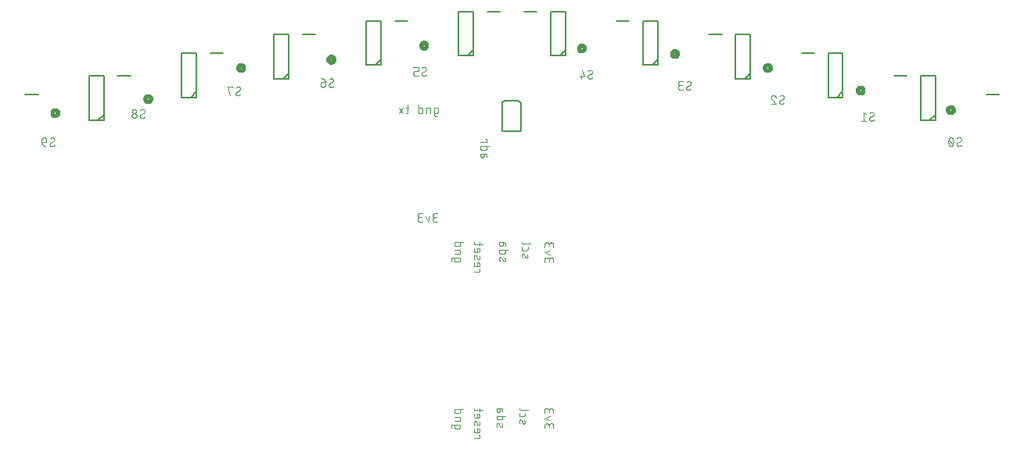
<source format=gbr>
G04 EAGLE Gerber RS-274X export*
G75*
%MOMM*%
%FSLAX34Y34*%
%LPD*%
%INSilkscreen Bottom*%
%IPPOS*%
%AMOC8*
5,1,8,0,0,1.08239X$1,22.5*%
G01*
%ADD10C,0.406400*%
%ADD11C,0.076200*%
%ADD12C,0.127000*%
%ADD13C,0.203200*%
%ADD14C,0.152400*%


D10*
X52192Y384216D02*
X52194Y384326D01*
X52200Y384436D01*
X52210Y384546D01*
X52224Y384655D01*
X52242Y384763D01*
X52263Y384871D01*
X52289Y384978D01*
X52318Y385084D01*
X52352Y385189D01*
X52389Y385293D01*
X52429Y385395D01*
X52474Y385496D01*
X52522Y385595D01*
X52573Y385692D01*
X52628Y385787D01*
X52687Y385881D01*
X52748Y385972D01*
X52814Y386061D01*
X52882Y386147D01*
X52953Y386231D01*
X53027Y386312D01*
X53104Y386391D01*
X53184Y386466D01*
X53267Y386539D01*
X53352Y386609D01*
X53440Y386675D01*
X53530Y386739D01*
X53622Y386799D01*
X53716Y386856D01*
X53812Y386909D01*
X53910Y386959D01*
X54010Y387005D01*
X54112Y387048D01*
X54215Y387086D01*
X54319Y387122D01*
X54425Y387153D01*
X54531Y387180D01*
X54639Y387204D01*
X54747Y387224D01*
X54856Y387240D01*
X54965Y387252D01*
X55075Y387260D01*
X55185Y387264D01*
X55295Y387264D01*
X55405Y387260D01*
X55515Y387252D01*
X55624Y387240D01*
X55733Y387224D01*
X55841Y387204D01*
X55949Y387180D01*
X56055Y387153D01*
X56161Y387122D01*
X56265Y387086D01*
X56368Y387048D01*
X56470Y387005D01*
X56570Y386959D01*
X56668Y386909D01*
X56764Y386856D01*
X56858Y386799D01*
X56950Y386739D01*
X57040Y386675D01*
X57128Y386609D01*
X57213Y386539D01*
X57296Y386466D01*
X57376Y386391D01*
X57453Y386312D01*
X57527Y386231D01*
X57598Y386147D01*
X57666Y386061D01*
X57732Y385972D01*
X57793Y385881D01*
X57852Y385787D01*
X57907Y385692D01*
X57958Y385595D01*
X58006Y385496D01*
X58051Y385395D01*
X58091Y385293D01*
X58128Y385189D01*
X58162Y385084D01*
X58191Y384978D01*
X58217Y384871D01*
X58238Y384763D01*
X58256Y384655D01*
X58270Y384546D01*
X58280Y384436D01*
X58286Y384326D01*
X58288Y384216D01*
X58286Y384106D01*
X58280Y383996D01*
X58270Y383886D01*
X58256Y383777D01*
X58238Y383669D01*
X58217Y383561D01*
X58191Y383454D01*
X58162Y383348D01*
X58128Y383243D01*
X58091Y383139D01*
X58051Y383037D01*
X58006Y382936D01*
X57958Y382837D01*
X57907Y382740D01*
X57852Y382645D01*
X57793Y382551D01*
X57732Y382460D01*
X57666Y382371D01*
X57598Y382285D01*
X57527Y382201D01*
X57453Y382120D01*
X57376Y382041D01*
X57296Y381966D01*
X57213Y381893D01*
X57128Y381823D01*
X57040Y381757D01*
X56950Y381693D01*
X56858Y381633D01*
X56764Y381576D01*
X56668Y381523D01*
X56570Y381473D01*
X56470Y381427D01*
X56368Y381384D01*
X56265Y381346D01*
X56161Y381310D01*
X56055Y381279D01*
X55949Y381252D01*
X55841Y381228D01*
X55733Y381208D01*
X55624Y381192D01*
X55515Y381180D01*
X55405Y381172D01*
X55295Y381168D01*
X55185Y381168D01*
X55075Y381172D01*
X54965Y381180D01*
X54856Y381192D01*
X54747Y381208D01*
X54639Y381228D01*
X54531Y381252D01*
X54425Y381279D01*
X54319Y381310D01*
X54215Y381346D01*
X54112Y381384D01*
X54010Y381427D01*
X53910Y381473D01*
X53812Y381523D01*
X53716Y381576D01*
X53622Y381633D01*
X53530Y381693D01*
X53440Y381757D01*
X53352Y381823D01*
X53267Y381893D01*
X53184Y381966D01*
X53104Y382041D01*
X53027Y382120D01*
X52953Y382201D01*
X52882Y382285D01*
X52814Y382371D01*
X52748Y382460D01*
X52687Y382551D01*
X52628Y382645D01*
X52573Y382740D01*
X52522Y382837D01*
X52474Y382936D01*
X52429Y383037D01*
X52389Y383139D01*
X52352Y383243D01*
X52318Y383348D01*
X52289Y383454D01*
X52263Y383561D01*
X52242Y383669D01*
X52224Y383777D01*
X52210Y383886D01*
X52200Y383996D01*
X52194Y384106D01*
X52192Y384216D01*
X152776Y399456D02*
X152778Y399566D01*
X152784Y399676D01*
X152794Y399786D01*
X152808Y399895D01*
X152826Y400003D01*
X152847Y400111D01*
X152873Y400218D01*
X152902Y400324D01*
X152936Y400429D01*
X152973Y400533D01*
X153013Y400635D01*
X153058Y400736D01*
X153106Y400835D01*
X153157Y400932D01*
X153212Y401027D01*
X153271Y401121D01*
X153332Y401212D01*
X153398Y401301D01*
X153466Y401387D01*
X153537Y401471D01*
X153611Y401552D01*
X153688Y401631D01*
X153768Y401706D01*
X153851Y401779D01*
X153936Y401849D01*
X154024Y401915D01*
X154114Y401979D01*
X154206Y402039D01*
X154300Y402096D01*
X154396Y402149D01*
X154494Y402199D01*
X154594Y402245D01*
X154696Y402288D01*
X154799Y402326D01*
X154903Y402362D01*
X155009Y402393D01*
X155115Y402420D01*
X155223Y402444D01*
X155331Y402464D01*
X155440Y402480D01*
X155549Y402492D01*
X155659Y402500D01*
X155769Y402504D01*
X155879Y402504D01*
X155989Y402500D01*
X156099Y402492D01*
X156208Y402480D01*
X156317Y402464D01*
X156425Y402444D01*
X156533Y402420D01*
X156639Y402393D01*
X156745Y402362D01*
X156849Y402326D01*
X156952Y402288D01*
X157054Y402245D01*
X157154Y402199D01*
X157252Y402149D01*
X157348Y402096D01*
X157442Y402039D01*
X157534Y401979D01*
X157624Y401915D01*
X157712Y401849D01*
X157797Y401779D01*
X157880Y401706D01*
X157960Y401631D01*
X158037Y401552D01*
X158111Y401471D01*
X158182Y401387D01*
X158250Y401301D01*
X158316Y401212D01*
X158377Y401121D01*
X158436Y401027D01*
X158491Y400932D01*
X158542Y400835D01*
X158590Y400736D01*
X158635Y400635D01*
X158675Y400533D01*
X158712Y400429D01*
X158746Y400324D01*
X158775Y400218D01*
X158801Y400111D01*
X158822Y400003D01*
X158840Y399895D01*
X158854Y399786D01*
X158864Y399676D01*
X158870Y399566D01*
X158872Y399456D01*
X158870Y399346D01*
X158864Y399236D01*
X158854Y399126D01*
X158840Y399017D01*
X158822Y398909D01*
X158801Y398801D01*
X158775Y398694D01*
X158746Y398588D01*
X158712Y398483D01*
X158675Y398379D01*
X158635Y398277D01*
X158590Y398176D01*
X158542Y398077D01*
X158491Y397980D01*
X158436Y397885D01*
X158377Y397791D01*
X158316Y397700D01*
X158250Y397611D01*
X158182Y397525D01*
X158111Y397441D01*
X158037Y397360D01*
X157960Y397281D01*
X157880Y397206D01*
X157797Y397133D01*
X157712Y397063D01*
X157624Y396997D01*
X157534Y396933D01*
X157442Y396873D01*
X157348Y396816D01*
X157252Y396763D01*
X157154Y396713D01*
X157054Y396667D01*
X156952Y396624D01*
X156849Y396586D01*
X156745Y396550D01*
X156639Y396519D01*
X156533Y396492D01*
X156425Y396468D01*
X156317Y396448D01*
X156208Y396432D01*
X156099Y396420D01*
X155989Y396412D01*
X155879Y396408D01*
X155769Y396408D01*
X155659Y396412D01*
X155549Y396420D01*
X155440Y396432D01*
X155331Y396448D01*
X155223Y396468D01*
X155115Y396492D01*
X155009Y396519D01*
X154903Y396550D01*
X154799Y396586D01*
X154696Y396624D01*
X154594Y396667D01*
X154494Y396713D01*
X154396Y396763D01*
X154300Y396816D01*
X154206Y396873D01*
X154114Y396933D01*
X154024Y396997D01*
X153936Y397063D01*
X153851Y397133D01*
X153768Y397206D01*
X153688Y397281D01*
X153611Y397360D01*
X153537Y397441D01*
X153466Y397525D01*
X153398Y397611D01*
X153332Y397700D01*
X153271Y397791D01*
X153212Y397885D01*
X153157Y397980D01*
X153106Y398077D01*
X153058Y398176D01*
X153013Y398277D01*
X152973Y398379D01*
X152936Y398483D01*
X152902Y398588D01*
X152873Y398694D01*
X152847Y398801D01*
X152826Y398909D01*
X152808Y399017D01*
X152794Y399126D01*
X152784Y399236D01*
X152778Y399346D01*
X152776Y399456D01*
X253360Y432984D02*
X253362Y433094D01*
X253368Y433204D01*
X253378Y433314D01*
X253392Y433423D01*
X253410Y433531D01*
X253431Y433639D01*
X253457Y433746D01*
X253486Y433852D01*
X253520Y433957D01*
X253557Y434061D01*
X253597Y434163D01*
X253642Y434264D01*
X253690Y434363D01*
X253741Y434460D01*
X253796Y434555D01*
X253855Y434649D01*
X253916Y434740D01*
X253982Y434829D01*
X254050Y434915D01*
X254121Y434999D01*
X254195Y435080D01*
X254272Y435159D01*
X254352Y435234D01*
X254435Y435307D01*
X254520Y435377D01*
X254608Y435443D01*
X254698Y435507D01*
X254790Y435567D01*
X254884Y435624D01*
X254980Y435677D01*
X255078Y435727D01*
X255178Y435773D01*
X255280Y435816D01*
X255383Y435854D01*
X255487Y435890D01*
X255593Y435921D01*
X255699Y435948D01*
X255807Y435972D01*
X255915Y435992D01*
X256024Y436008D01*
X256133Y436020D01*
X256243Y436028D01*
X256353Y436032D01*
X256463Y436032D01*
X256573Y436028D01*
X256683Y436020D01*
X256792Y436008D01*
X256901Y435992D01*
X257009Y435972D01*
X257117Y435948D01*
X257223Y435921D01*
X257329Y435890D01*
X257433Y435854D01*
X257536Y435816D01*
X257638Y435773D01*
X257738Y435727D01*
X257836Y435677D01*
X257932Y435624D01*
X258026Y435567D01*
X258118Y435507D01*
X258208Y435443D01*
X258296Y435377D01*
X258381Y435307D01*
X258464Y435234D01*
X258544Y435159D01*
X258621Y435080D01*
X258695Y434999D01*
X258766Y434915D01*
X258834Y434829D01*
X258900Y434740D01*
X258961Y434649D01*
X259020Y434555D01*
X259075Y434460D01*
X259126Y434363D01*
X259174Y434264D01*
X259219Y434163D01*
X259259Y434061D01*
X259296Y433957D01*
X259330Y433852D01*
X259359Y433746D01*
X259385Y433639D01*
X259406Y433531D01*
X259424Y433423D01*
X259438Y433314D01*
X259448Y433204D01*
X259454Y433094D01*
X259456Y432984D01*
X259454Y432874D01*
X259448Y432764D01*
X259438Y432654D01*
X259424Y432545D01*
X259406Y432437D01*
X259385Y432329D01*
X259359Y432222D01*
X259330Y432116D01*
X259296Y432011D01*
X259259Y431907D01*
X259219Y431805D01*
X259174Y431704D01*
X259126Y431605D01*
X259075Y431508D01*
X259020Y431413D01*
X258961Y431319D01*
X258900Y431228D01*
X258834Y431139D01*
X258766Y431053D01*
X258695Y430969D01*
X258621Y430888D01*
X258544Y430809D01*
X258464Y430734D01*
X258381Y430661D01*
X258296Y430591D01*
X258208Y430525D01*
X258118Y430461D01*
X258026Y430401D01*
X257932Y430344D01*
X257836Y430291D01*
X257738Y430241D01*
X257638Y430195D01*
X257536Y430152D01*
X257433Y430114D01*
X257329Y430078D01*
X257223Y430047D01*
X257117Y430020D01*
X257009Y429996D01*
X256901Y429976D01*
X256792Y429960D01*
X256683Y429948D01*
X256573Y429940D01*
X256463Y429936D01*
X256353Y429936D01*
X256243Y429940D01*
X256133Y429948D01*
X256024Y429960D01*
X255915Y429976D01*
X255807Y429996D01*
X255699Y430020D01*
X255593Y430047D01*
X255487Y430078D01*
X255383Y430114D01*
X255280Y430152D01*
X255178Y430195D01*
X255078Y430241D01*
X254980Y430291D01*
X254884Y430344D01*
X254790Y430401D01*
X254698Y430461D01*
X254608Y430525D01*
X254520Y430591D01*
X254435Y430661D01*
X254352Y430734D01*
X254272Y430809D01*
X254195Y430888D01*
X254121Y430969D01*
X254050Y431053D01*
X253982Y431139D01*
X253916Y431228D01*
X253855Y431319D01*
X253796Y431413D01*
X253741Y431508D01*
X253690Y431605D01*
X253642Y431704D01*
X253597Y431805D01*
X253557Y431907D01*
X253520Y432011D01*
X253486Y432116D01*
X253457Y432222D01*
X253431Y432329D01*
X253410Y432437D01*
X253392Y432545D01*
X253378Y432654D01*
X253368Y432764D01*
X253362Y432874D01*
X253360Y432984D01*
X350896Y442128D02*
X350898Y442238D01*
X350904Y442348D01*
X350914Y442458D01*
X350928Y442567D01*
X350946Y442675D01*
X350967Y442783D01*
X350993Y442890D01*
X351022Y442996D01*
X351056Y443101D01*
X351093Y443205D01*
X351133Y443307D01*
X351178Y443408D01*
X351226Y443507D01*
X351277Y443604D01*
X351332Y443699D01*
X351391Y443793D01*
X351452Y443884D01*
X351518Y443973D01*
X351586Y444059D01*
X351657Y444143D01*
X351731Y444224D01*
X351808Y444303D01*
X351888Y444378D01*
X351971Y444451D01*
X352056Y444521D01*
X352144Y444587D01*
X352234Y444651D01*
X352326Y444711D01*
X352420Y444768D01*
X352516Y444821D01*
X352614Y444871D01*
X352714Y444917D01*
X352816Y444960D01*
X352919Y444998D01*
X353023Y445034D01*
X353129Y445065D01*
X353235Y445092D01*
X353343Y445116D01*
X353451Y445136D01*
X353560Y445152D01*
X353669Y445164D01*
X353779Y445172D01*
X353889Y445176D01*
X353999Y445176D01*
X354109Y445172D01*
X354219Y445164D01*
X354328Y445152D01*
X354437Y445136D01*
X354545Y445116D01*
X354653Y445092D01*
X354759Y445065D01*
X354865Y445034D01*
X354969Y444998D01*
X355072Y444960D01*
X355174Y444917D01*
X355274Y444871D01*
X355372Y444821D01*
X355468Y444768D01*
X355562Y444711D01*
X355654Y444651D01*
X355744Y444587D01*
X355832Y444521D01*
X355917Y444451D01*
X356000Y444378D01*
X356080Y444303D01*
X356157Y444224D01*
X356231Y444143D01*
X356302Y444059D01*
X356370Y443973D01*
X356436Y443884D01*
X356497Y443793D01*
X356556Y443699D01*
X356611Y443604D01*
X356662Y443507D01*
X356710Y443408D01*
X356755Y443307D01*
X356795Y443205D01*
X356832Y443101D01*
X356866Y442996D01*
X356895Y442890D01*
X356921Y442783D01*
X356942Y442675D01*
X356960Y442567D01*
X356974Y442458D01*
X356984Y442348D01*
X356990Y442238D01*
X356992Y442128D01*
X356990Y442018D01*
X356984Y441908D01*
X356974Y441798D01*
X356960Y441689D01*
X356942Y441581D01*
X356921Y441473D01*
X356895Y441366D01*
X356866Y441260D01*
X356832Y441155D01*
X356795Y441051D01*
X356755Y440949D01*
X356710Y440848D01*
X356662Y440749D01*
X356611Y440652D01*
X356556Y440557D01*
X356497Y440463D01*
X356436Y440372D01*
X356370Y440283D01*
X356302Y440197D01*
X356231Y440113D01*
X356157Y440032D01*
X356080Y439953D01*
X356000Y439878D01*
X355917Y439805D01*
X355832Y439735D01*
X355744Y439669D01*
X355654Y439605D01*
X355562Y439545D01*
X355468Y439488D01*
X355372Y439435D01*
X355274Y439385D01*
X355174Y439339D01*
X355072Y439296D01*
X354969Y439258D01*
X354865Y439222D01*
X354759Y439191D01*
X354653Y439164D01*
X354545Y439140D01*
X354437Y439120D01*
X354328Y439104D01*
X354219Y439092D01*
X354109Y439084D01*
X353999Y439080D01*
X353889Y439080D01*
X353779Y439084D01*
X353669Y439092D01*
X353560Y439104D01*
X353451Y439120D01*
X353343Y439140D01*
X353235Y439164D01*
X353129Y439191D01*
X353023Y439222D01*
X352919Y439258D01*
X352816Y439296D01*
X352714Y439339D01*
X352614Y439385D01*
X352516Y439435D01*
X352420Y439488D01*
X352326Y439545D01*
X352234Y439605D01*
X352144Y439669D01*
X352056Y439735D01*
X351971Y439805D01*
X351888Y439878D01*
X351808Y439953D01*
X351731Y440032D01*
X351657Y440113D01*
X351586Y440197D01*
X351518Y440283D01*
X351452Y440372D01*
X351391Y440463D01*
X351332Y440557D01*
X351277Y440652D01*
X351226Y440749D01*
X351178Y440848D01*
X351133Y440949D01*
X351093Y441051D01*
X351056Y441155D01*
X351022Y441260D01*
X350993Y441366D01*
X350967Y441473D01*
X350946Y441581D01*
X350928Y441689D01*
X350914Y441798D01*
X350904Y441908D01*
X350898Y442018D01*
X350896Y442128D01*
X451480Y457368D02*
X451482Y457478D01*
X451488Y457588D01*
X451498Y457698D01*
X451512Y457807D01*
X451530Y457915D01*
X451551Y458023D01*
X451577Y458130D01*
X451606Y458236D01*
X451640Y458341D01*
X451677Y458445D01*
X451717Y458547D01*
X451762Y458648D01*
X451810Y458747D01*
X451861Y458844D01*
X451916Y458939D01*
X451975Y459033D01*
X452036Y459124D01*
X452102Y459213D01*
X452170Y459299D01*
X452241Y459383D01*
X452315Y459464D01*
X452392Y459543D01*
X452472Y459618D01*
X452555Y459691D01*
X452640Y459761D01*
X452728Y459827D01*
X452818Y459891D01*
X452910Y459951D01*
X453004Y460008D01*
X453100Y460061D01*
X453198Y460111D01*
X453298Y460157D01*
X453400Y460200D01*
X453503Y460238D01*
X453607Y460274D01*
X453713Y460305D01*
X453819Y460332D01*
X453927Y460356D01*
X454035Y460376D01*
X454144Y460392D01*
X454253Y460404D01*
X454363Y460412D01*
X454473Y460416D01*
X454583Y460416D01*
X454693Y460412D01*
X454803Y460404D01*
X454912Y460392D01*
X455021Y460376D01*
X455129Y460356D01*
X455237Y460332D01*
X455343Y460305D01*
X455449Y460274D01*
X455553Y460238D01*
X455656Y460200D01*
X455758Y460157D01*
X455858Y460111D01*
X455956Y460061D01*
X456052Y460008D01*
X456146Y459951D01*
X456238Y459891D01*
X456328Y459827D01*
X456416Y459761D01*
X456501Y459691D01*
X456584Y459618D01*
X456664Y459543D01*
X456741Y459464D01*
X456815Y459383D01*
X456886Y459299D01*
X456954Y459213D01*
X457020Y459124D01*
X457081Y459033D01*
X457140Y458939D01*
X457195Y458844D01*
X457246Y458747D01*
X457294Y458648D01*
X457339Y458547D01*
X457379Y458445D01*
X457416Y458341D01*
X457450Y458236D01*
X457479Y458130D01*
X457505Y458023D01*
X457526Y457915D01*
X457544Y457807D01*
X457558Y457698D01*
X457568Y457588D01*
X457574Y457478D01*
X457576Y457368D01*
X457574Y457258D01*
X457568Y457148D01*
X457558Y457038D01*
X457544Y456929D01*
X457526Y456821D01*
X457505Y456713D01*
X457479Y456606D01*
X457450Y456500D01*
X457416Y456395D01*
X457379Y456291D01*
X457339Y456189D01*
X457294Y456088D01*
X457246Y455989D01*
X457195Y455892D01*
X457140Y455797D01*
X457081Y455703D01*
X457020Y455612D01*
X456954Y455523D01*
X456886Y455437D01*
X456815Y455353D01*
X456741Y455272D01*
X456664Y455193D01*
X456584Y455118D01*
X456501Y455045D01*
X456416Y454975D01*
X456328Y454909D01*
X456238Y454845D01*
X456146Y454785D01*
X456052Y454728D01*
X455956Y454675D01*
X455858Y454625D01*
X455758Y454579D01*
X455656Y454536D01*
X455553Y454498D01*
X455449Y454462D01*
X455343Y454431D01*
X455237Y454404D01*
X455129Y454380D01*
X455021Y454360D01*
X454912Y454344D01*
X454803Y454332D01*
X454693Y454324D01*
X454583Y454320D01*
X454473Y454320D01*
X454363Y454324D01*
X454253Y454332D01*
X454144Y454344D01*
X454035Y454360D01*
X453927Y454380D01*
X453819Y454404D01*
X453713Y454431D01*
X453607Y454462D01*
X453503Y454498D01*
X453400Y454536D01*
X453298Y454579D01*
X453198Y454625D01*
X453100Y454675D01*
X453004Y454728D01*
X452910Y454785D01*
X452818Y454845D01*
X452728Y454909D01*
X452640Y454975D01*
X452555Y455045D01*
X452472Y455118D01*
X452392Y455193D01*
X452315Y455272D01*
X452241Y455353D01*
X452170Y455437D01*
X452102Y455523D01*
X452036Y455612D01*
X451975Y455703D01*
X451916Y455797D01*
X451861Y455892D01*
X451810Y455989D01*
X451762Y456088D01*
X451717Y456189D01*
X451677Y456291D01*
X451640Y456395D01*
X451606Y456500D01*
X451577Y456606D01*
X451551Y456713D01*
X451530Y456821D01*
X451512Y456929D01*
X451498Y457038D01*
X451488Y457148D01*
X451482Y457258D01*
X451480Y457368D01*
X622168Y454320D02*
X622170Y454430D01*
X622176Y454540D01*
X622186Y454650D01*
X622200Y454759D01*
X622218Y454867D01*
X622239Y454975D01*
X622265Y455082D01*
X622294Y455188D01*
X622328Y455293D01*
X622365Y455397D01*
X622405Y455499D01*
X622450Y455600D01*
X622498Y455699D01*
X622549Y455796D01*
X622604Y455891D01*
X622663Y455985D01*
X622724Y456076D01*
X622790Y456165D01*
X622858Y456251D01*
X622929Y456335D01*
X623003Y456416D01*
X623080Y456495D01*
X623160Y456570D01*
X623243Y456643D01*
X623328Y456713D01*
X623416Y456779D01*
X623506Y456843D01*
X623598Y456903D01*
X623692Y456960D01*
X623788Y457013D01*
X623886Y457063D01*
X623986Y457109D01*
X624088Y457152D01*
X624191Y457190D01*
X624295Y457226D01*
X624401Y457257D01*
X624507Y457284D01*
X624615Y457308D01*
X624723Y457328D01*
X624832Y457344D01*
X624941Y457356D01*
X625051Y457364D01*
X625161Y457368D01*
X625271Y457368D01*
X625381Y457364D01*
X625491Y457356D01*
X625600Y457344D01*
X625709Y457328D01*
X625817Y457308D01*
X625925Y457284D01*
X626031Y457257D01*
X626137Y457226D01*
X626241Y457190D01*
X626344Y457152D01*
X626446Y457109D01*
X626546Y457063D01*
X626644Y457013D01*
X626740Y456960D01*
X626834Y456903D01*
X626926Y456843D01*
X627016Y456779D01*
X627104Y456713D01*
X627189Y456643D01*
X627272Y456570D01*
X627352Y456495D01*
X627429Y456416D01*
X627503Y456335D01*
X627574Y456251D01*
X627642Y456165D01*
X627708Y456076D01*
X627769Y455985D01*
X627828Y455891D01*
X627883Y455796D01*
X627934Y455699D01*
X627982Y455600D01*
X628027Y455499D01*
X628067Y455397D01*
X628104Y455293D01*
X628138Y455188D01*
X628167Y455082D01*
X628193Y454975D01*
X628214Y454867D01*
X628232Y454759D01*
X628246Y454650D01*
X628256Y454540D01*
X628262Y454430D01*
X628264Y454320D01*
X628262Y454210D01*
X628256Y454100D01*
X628246Y453990D01*
X628232Y453881D01*
X628214Y453773D01*
X628193Y453665D01*
X628167Y453558D01*
X628138Y453452D01*
X628104Y453347D01*
X628067Y453243D01*
X628027Y453141D01*
X627982Y453040D01*
X627934Y452941D01*
X627883Y452844D01*
X627828Y452749D01*
X627769Y452655D01*
X627708Y452564D01*
X627642Y452475D01*
X627574Y452389D01*
X627503Y452305D01*
X627429Y452224D01*
X627352Y452145D01*
X627272Y452070D01*
X627189Y451997D01*
X627104Y451927D01*
X627016Y451861D01*
X626926Y451797D01*
X626834Y451737D01*
X626740Y451680D01*
X626644Y451627D01*
X626546Y451577D01*
X626446Y451531D01*
X626344Y451488D01*
X626241Y451450D01*
X626137Y451414D01*
X626031Y451383D01*
X625925Y451356D01*
X625817Y451332D01*
X625709Y451312D01*
X625600Y451296D01*
X625491Y451284D01*
X625381Y451276D01*
X625271Y451272D01*
X625161Y451272D01*
X625051Y451276D01*
X624941Y451284D01*
X624832Y451296D01*
X624723Y451312D01*
X624615Y451332D01*
X624507Y451356D01*
X624401Y451383D01*
X624295Y451414D01*
X624191Y451450D01*
X624088Y451488D01*
X623986Y451531D01*
X623886Y451577D01*
X623788Y451627D01*
X623692Y451680D01*
X623598Y451737D01*
X623506Y451797D01*
X623416Y451861D01*
X623328Y451927D01*
X623243Y451997D01*
X623160Y452070D01*
X623080Y452145D01*
X623003Y452224D01*
X622929Y452305D01*
X622858Y452389D01*
X622790Y452475D01*
X622724Y452564D01*
X622663Y452655D01*
X622604Y452749D01*
X622549Y452844D01*
X622498Y452941D01*
X622450Y453040D01*
X622405Y453141D01*
X622365Y453243D01*
X622328Y453347D01*
X622294Y453452D01*
X622265Y453558D01*
X622239Y453665D01*
X622218Y453773D01*
X622200Y453881D01*
X622186Y453990D01*
X622176Y454100D01*
X622170Y454210D01*
X622168Y454320D01*
X722752Y448224D02*
X722754Y448334D01*
X722760Y448444D01*
X722770Y448554D01*
X722784Y448663D01*
X722802Y448771D01*
X722823Y448879D01*
X722849Y448986D01*
X722878Y449092D01*
X722912Y449197D01*
X722949Y449301D01*
X722989Y449403D01*
X723034Y449504D01*
X723082Y449603D01*
X723133Y449700D01*
X723188Y449795D01*
X723247Y449889D01*
X723308Y449980D01*
X723374Y450069D01*
X723442Y450155D01*
X723513Y450239D01*
X723587Y450320D01*
X723664Y450399D01*
X723744Y450474D01*
X723827Y450547D01*
X723912Y450617D01*
X724000Y450683D01*
X724090Y450747D01*
X724182Y450807D01*
X724276Y450864D01*
X724372Y450917D01*
X724470Y450967D01*
X724570Y451013D01*
X724672Y451056D01*
X724775Y451094D01*
X724879Y451130D01*
X724985Y451161D01*
X725091Y451188D01*
X725199Y451212D01*
X725307Y451232D01*
X725416Y451248D01*
X725525Y451260D01*
X725635Y451268D01*
X725745Y451272D01*
X725855Y451272D01*
X725965Y451268D01*
X726075Y451260D01*
X726184Y451248D01*
X726293Y451232D01*
X726401Y451212D01*
X726509Y451188D01*
X726615Y451161D01*
X726721Y451130D01*
X726825Y451094D01*
X726928Y451056D01*
X727030Y451013D01*
X727130Y450967D01*
X727228Y450917D01*
X727324Y450864D01*
X727418Y450807D01*
X727510Y450747D01*
X727600Y450683D01*
X727688Y450617D01*
X727773Y450547D01*
X727856Y450474D01*
X727936Y450399D01*
X728013Y450320D01*
X728087Y450239D01*
X728158Y450155D01*
X728226Y450069D01*
X728292Y449980D01*
X728353Y449889D01*
X728412Y449795D01*
X728467Y449700D01*
X728518Y449603D01*
X728566Y449504D01*
X728611Y449403D01*
X728651Y449301D01*
X728688Y449197D01*
X728722Y449092D01*
X728751Y448986D01*
X728777Y448879D01*
X728798Y448771D01*
X728816Y448663D01*
X728830Y448554D01*
X728840Y448444D01*
X728846Y448334D01*
X728848Y448224D01*
X728846Y448114D01*
X728840Y448004D01*
X728830Y447894D01*
X728816Y447785D01*
X728798Y447677D01*
X728777Y447569D01*
X728751Y447462D01*
X728722Y447356D01*
X728688Y447251D01*
X728651Y447147D01*
X728611Y447045D01*
X728566Y446944D01*
X728518Y446845D01*
X728467Y446748D01*
X728412Y446653D01*
X728353Y446559D01*
X728292Y446468D01*
X728226Y446379D01*
X728158Y446293D01*
X728087Y446209D01*
X728013Y446128D01*
X727936Y446049D01*
X727856Y445974D01*
X727773Y445901D01*
X727688Y445831D01*
X727600Y445765D01*
X727510Y445701D01*
X727418Y445641D01*
X727324Y445584D01*
X727228Y445531D01*
X727130Y445481D01*
X727030Y445435D01*
X726928Y445392D01*
X726825Y445354D01*
X726721Y445318D01*
X726615Y445287D01*
X726509Y445260D01*
X726401Y445236D01*
X726293Y445216D01*
X726184Y445200D01*
X726075Y445188D01*
X725965Y445180D01*
X725855Y445176D01*
X725745Y445176D01*
X725635Y445180D01*
X725525Y445188D01*
X725416Y445200D01*
X725307Y445216D01*
X725199Y445236D01*
X725091Y445260D01*
X724985Y445287D01*
X724879Y445318D01*
X724775Y445354D01*
X724672Y445392D01*
X724570Y445435D01*
X724470Y445481D01*
X724372Y445531D01*
X724276Y445584D01*
X724182Y445641D01*
X724090Y445701D01*
X724000Y445765D01*
X723912Y445831D01*
X723827Y445901D01*
X723744Y445974D01*
X723664Y446049D01*
X723587Y446128D01*
X723513Y446209D01*
X723442Y446293D01*
X723374Y446379D01*
X723308Y446468D01*
X723247Y446559D01*
X723188Y446653D01*
X723133Y446748D01*
X723082Y446845D01*
X723034Y446944D01*
X722989Y447045D01*
X722949Y447147D01*
X722912Y447251D01*
X722878Y447356D01*
X722849Y447462D01*
X722823Y447569D01*
X722802Y447677D01*
X722784Y447785D01*
X722770Y447894D01*
X722760Y448004D01*
X722754Y448114D01*
X722752Y448224D01*
X823336Y432984D02*
X823338Y433094D01*
X823344Y433204D01*
X823354Y433314D01*
X823368Y433423D01*
X823386Y433531D01*
X823407Y433639D01*
X823433Y433746D01*
X823462Y433852D01*
X823496Y433957D01*
X823533Y434061D01*
X823573Y434163D01*
X823618Y434264D01*
X823666Y434363D01*
X823717Y434460D01*
X823772Y434555D01*
X823831Y434649D01*
X823892Y434740D01*
X823958Y434829D01*
X824026Y434915D01*
X824097Y434999D01*
X824171Y435080D01*
X824248Y435159D01*
X824328Y435234D01*
X824411Y435307D01*
X824496Y435377D01*
X824584Y435443D01*
X824674Y435507D01*
X824766Y435567D01*
X824860Y435624D01*
X824956Y435677D01*
X825054Y435727D01*
X825154Y435773D01*
X825256Y435816D01*
X825359Y435854D01*
X825463Y435890D01*
X825569Y435921D01*
X825675Y435948D01*
X825783Y435972D01*
X825891Y435992D01*
X826000Y436008D01*
X826109Y436020D01*
X826219Y436028D01*
X826329Y436032D01*
X826439Y436032D01*
X826549Y436028D01*
X826659Y436020D01*
X826768Y436008D01*
X826877Y435992D01*
X826985Y435972D01*
X827093Y435948D01*
X827199Y435921D01*
X827305Y435890D01*
X827409Y435854D01*
X827512Y435816D01*
X827614Y435773D01*
X827714Y435727D01*
X827812Y435677D01*
X827908Y435624D01*
X828002Y435567D01*
X828094Y435507D01*
X828184Y435443D01*
X828272Y435377D01*
X828357Y435307D01*
X828440Y435234D01*
X828520Y435159D01*
X828597Y435080D01*
X828671Y434999D01*
X828742Y434915D01*
X828810Y434829D01*
X828876Y434740D01*
X828937Y434649D01*
X828996Y434555D01*
X829051Y434460D01*
X829102Y434363D01*
X829150Y434264D01*
X829195Y434163D01*
X829235Y434061D01*
X829272Y433957D01*
X829306Y433852D01*
X829335Y433746D01*
X829361Y433639D01*
X829382Y433531D01*
X829400Y433423D01*
X829414Y433314D01*
X829424Y433204D01*
X829430Y433094D01*
X829432Y432984D01*
X829430Y432874D01*
X829424Y432764D01*
X829414Y432654D01*
X829400Y432545D01*
X829382Y432437D01*
X829361Y432329D01*
X829335Y432222D01*
X829306Y432116D01*
X829272Y432011D01*
X829235Y431907D01*
X829195Y431805D01*
X829150Y431704D01*
X829102Y431605D01*
X829051Y431508D01*
X828996Y431413D01*
X828937Y431319D01*
X828876Y431228D01*
X828810Y431139D01*
X828742Y431053D01*
X828671Y430969D01*
X828597Y430888D01*
X828520Y430809D01*
X828440Y430734D01*
X828357Y430661D01*
X828272Y430591D01*
X828184Y430525D01*
X828094Y430461D01*
X828002Y430401D01*
X827908Y430344D01*
X827812Y430291D01*
X827714Y430241D01*
X827614Y430195D01*
X827512Y430152D01*
X827409Y430114D01*
X827305Y430078D01*
X827199Y430047D01*
X827093Y430020D01*
X826985Y429996D01*
X826877Y429976D01*
X826768Y429960D01*
X826659Y429948D01*
X826549Y429940D01*
X826439Y429936D01*
X826329Y429936D01*
X826219Y429940D01*
X826109Y429948D01*
X826000Y429960D01*
X825891Y429976D01*
X825783Y429996D01*
X825675Y430020D01*
X825569Y430047D01*
X825463Y430078D01*
X825359Y430114D01*
X825256Y430152D01*
X825154Y430195D01*
X825054Y430241D01*
X824956Y430291D01*
X824860Y430344D01*
X824766Y430401D01*
X824674Y430461D01*
X824584Y430525D01*
X824496Y430591D01*
X824411Y430661D01*
X824328Y430734D01*
X824248Y430809D01*
X824171Y430888D01*
X824097Y430969D01*
X824026Y431053D01*
X823958Y431139D01*
X823892Y431228D01*
X823831Y431319D01*
X823772Y431413D01*
X823717Y431508D01*
X823666Y431605D01*
X823618Y431704D01*
X823573Y431805D01*
X823533Y431907D01*
X823496Y432011D01*
X823462Y432116D01*
X823433Y432222D01*
X823407Y432329D01*
X823386Y432437D01*
X823368Y432545D01*
X823354Y432654D01*
X823344Y432764D01*
X823338Y432874D01*
X823336Y432984D01*
X923920Y408600D02*
X923922Y408710D01*
X923928Y408820D01*
X923938Y408930D01*
X923952Y409039D01*
X923970Y409147D01*
X923991Y409255D01*
X924017Y409362D01*
X924046Y409468D01*
X924080Y409573D01*
X924117Y409677D01*
X924157Y409779D01*
X924202Y409880D01*
X924250Y409979D01*
X924301Y410076D01*
X924356Y410171D01*
X924415Y410265D01*
X924476Y410356D01*
X924542Y410445D01*
X924610Y410531D01*
X924681Y410615D01*
X924755Y410696D01*
X924832Y410775D01*
X924912Y410850D01*
X924995Y410923D01*
X925080Y410993D01*
X925168Y411059D01*
X925258Y411123D01*
X925350Y411183D01*
X925444Y411240D01*
X925540Y411293D01*
X925638Y411343D01*
X925738Y411389D01*
X925840Y411432D01*
X925943Y411470D01*
X926047Y411506D01*
X926153Y411537D01*
X926259Y411564D01*
X926367Y411588D01*
X926475Y411608D01*
X926584Y411624D01*
X926693Y411636D01*
X926803Y411644D01*
X926913Y411648D01*
X927023Y411648D01*
X927133Y411644D01*
X927243Y411636D01*
X927352Y411624D01*
X927461Y411608D01*
X927569Y411588D01*
X927677Y411564D01*
X927783Y411537D01*
X927889Y411506D01*
X927993Y411470D01*
X928096Y411432D01*
X928198Y411389D01*
X928298Y411343D01*
X928396Y411293D01*
X928492Y411240D01*
X928586Y411183D01*
X928678Y411123D01*
X928768Y411059D01*
X928856Y410993D01*
X928941Y410923D01*
X929024Y410850D01*
X929104Y410775D01*
X929181Y410696D01*
X929255Y410615D01*
X929326Y410531D01*
X929394Y410445D01*
X929460Y410356D01*
X929521Y410265D01*
X929580Y410171D01*
X929635Y410076D01*
X929686Y409979D01*
X929734Y409880D01*
X929779Y409779D01*
X929819Y409677D01*
X929856Y409573D01*
X929890Y409468D01*
X929919Y409362D01*
X929945Y409255D01*
X929966Y409147D01*
X929984Y409039D01*
X929998Y408930D01*
X930008Y408820D01*
X930014Y408710D01*
X930016Y408600D01*
X930014Y408490D01*
X930008Y408380D01*
X929998Y408270D01*
X929984Y408161D01*
X929966Y408053D01*
X929945Y407945D01*
X929919Y407838D01*
X929890Y407732D01*
X929856Y407627D01*
X929819Y407523D01*
X929779Y407421D01*
X929734Y407320D01*
X929686Y407221D01*
X929635Y407124D01*
X929580Y407029D01*
X929521Y406935D01*
X929460Y406844D01*
X929394Y406755D01*
X929326Y406669D01*
X929255Y406585D01*
X929181Y406504D01*
X929104Y406425D01*
X929024Y406350D01*
X928941Y406277D01*
X928856Y406207D01*
X928768Y406141D01*
X928678Y406077D01*
X928586Y406017D01*
X928492Y405960D01*
X928396Y405907D01*
X928298Y405857D01*
X928198Y405811D01*
X928096Y405768D01*
X927993Y405730D01*
X927889Y405694D01*
X927783Y405663D01*
X927677Y405636D01*
X927569Y405612D01*
X927461Y405592D01*
X927352Y405576D01*
X927243Y405564D01*
X927133Y405556D01*
X927023Y405552D01*
X926913Y405552D01*
X926803Y405556D01*
X926693Y405564D01*
X926584Y405576D01*
X926475Y405592D01*
X926367Y405612D01*
X926259Y405636D01*
X926153Y405663D01*
X926047Y405694D01*
X925943Y405730D01*
X925840Y405768D01*
X925738Y405811D01*
X925638Y405857D01*
X925540Y405907D01*
X925444Y405960D01*
X925350Y406017D01*
X925258Y406077D01*
X925168Y406141D01*
X925080Y406207D01*
X924995Y406277D01*
X924912Y406350D01*
X924832Y406425D01*
X924755Y406504D01*
X924681Y406585D01*
X924610Y406669D01*
X924542Y406755D01*
X924476Y406844D01*
X924415Y406935D01*
X924356Y407029D01*
X924301Y407124D01*
X924250Y407221D01*
X924202Y407320D01*
X924157Y407421D01*
X924117Y407523D01*
X924080Y407627D01*
X924046Y407732D01*
X924017Y407838D01*
X923991Y407945D01*
X923970Y408053D01*
X923952Y408161D01*
X923938Y408270D01*
X923928Y408380D01*
X923922Y408490D01*
X923920Y408600D01*
X1021456Y387264D02*
X1021458Y387374D01*
X1021464Y387484D01*
X1021474Y387594D01*
X1021488Y387703D01*
X1021506Y387811D01*
X1021527Y387919D01*
X1021553Y388026D01*
X1021582Y388132D01*
X1021616Y388237D01*
X1021653Y388341D01*
X1021693Y388443D01*
X1021738Y388544D01*
X1021786Y388643D01*
X1021837Y388740D01*
X1021892Y388835D01*
X1021951Y388929D01*
X1022012Y389020D01*
X1022078Y389109D01*
X1022146Y389195D01*
X1022217Y389279D01*
X1022291Y389360D01*
X1022368Y389439D01*
X1022448Y389514D01*
X1022531Y389587D01*
X1022616Y389657D01*
X1022704Y389723D01*
X1022794Y389787D01*
X1022886Y389847D01*
X1022980Y389904D01*
X1023076Y389957D01*
X1023174Y390007D01*
X1023274Y390053D01*
X1023376Y390096D01*
X1023479Y390134D01*
X1023583Y390170D01*
X1023689Y390201D01*
X1023795Y390228D01*
X1023903Y390252D01*
X1024011Y390272D01*
X1024120Y390288D01*
X1024229Y390300D01*
X1024339Y390308D01*
X1024449Y390312D01*
X1024559Y390312D01*
X1024669Y390308D01*
X1024779Y390300D01*
X1024888Y390288D01*
X1024997Y390272D01*
X1025105Y390252D01*
X1025213Y390228D01*
X1025319Y390201D01*
X1025425Y390170D01*
X1025529Y390134D01*
X1025632Y390096D01*
X1025734Y390053D01*
X1025834Y390007D01*
X1025932Y389957D01*
X1026028Y389904D01*
X1026122Y389847D01*
X1026214Y389787D01*
X1026304Y389723D01*
X1026392Y389657D01*
X1026477Y389587D01*
X1026560Y389514D01*
X1026640Y389439D01*
X1026717Y389360D01*
X1026791Y389279D01*
X1026862Y389195D01*
X1026930Y389109D01*
X1026996Y389020D01*
X1027057Y388929D01*
X1027116Y388835D01*
X1027171Y388740D01*
X1027222Y388643D01*
X1027270Y388544D01*
X1027315Y388443D01*
X1027355Y388341D01*
X1027392Y388237D01*
X1027426Y388132D01*
X1027455Y388026D01*
X1027481Y387919D01*
X1027502Y387811D01*
X1027520Y387703D01*
X1027534Y387594D01*
X1027544Y387484D01*
X1027550Y387374D01*
X1027552Y387264D01*
X1027550Y387154D01*
X1027544Y387044D01*
X1027534Y386934D01*
X1027520Y386825D01*
X1027502Y386717D01*
X1027481Y386609D01*
X1027455Y386502D01*
X1027426Y386396D01*
X1027392Y386291D01*
X1027355Y386187D01*
X1027315Y386085D01*
X1027270Y385984D01*
X1027222Y385885D01*
X1027171Y385788D01*
X1027116Y385693D01*
X1027057Y385599D01*
X1026996Y385508D01*
X1026930Y385419D01*
X1026862Y385333D01*
X1026791Y385249D01*
X1026717Y385168D01*
X1026640Y385089D01*
X1026560Y385014D01*
X1026477Y384941D01*
X1026392Y384871D01*
X1026304Y384805D01*
X1026214Y384741D01*
X1026122Y384681D01*
X1026028Y384624D01*
X1025932Y384571D01*
X1025834Y384521D01*
X1025734Y384475D01*
X1025632Y384432D01*
X1025529Y384394D01*
X1025425Y384358D01*
X1025319Y384327D01*
X1025213Y384300D01*
X1025105Y384276D01*
X1024997Y384256D01*
X1024888Y384240D01*
X1024779Y384228D01*
X1024669Y384220D01*
X1024559Y384216D01*
X1024449Y384216D01*
X1024339Y384220D01*
X1024229Y384228D01*
X1024120Y384240D01*
X1024011Y384256D01*
X1023903Y384276D01*
X1023795Y384300D01*
X1023689Y384327D01*
X1023583Y384358D01*
X1023479Y384394D01*
X1023376Y384432D01*
X1023274Y384475D01*
X1023174Y384521D01*
X1023076Y384571D01*
X1022980Y384624D01*
X1022886Y384681D01*
X1022794Y384741D01*
X1022704Y384805D01*
X1022616Y384871D01*
X1022531Y384941D01*
X1022448Y385014D01*
X1022368Y385089D01*
X1022291Y385168D01*
X1022217Y385249D01*
X1022146Y385333D01*
X1022078Y385419D01*
X1022012Y385508D01*
X1021951Y385599D01*
X1021892Y385693D01*
X1021837Y385788D01*
X1021786Y385885D01*
X1021738Y385984D01*
X1021693Y386085D01*
X1021653Y386187D01*
X1021616Y386291D01*
X1021582Y386396D01*
X1021553Y386502D01*
X1021527Y386609D01*
X1021506Y386717D01*
X1021488Y386825D01*
X1021474Y386934D01*
X1021464Y387044D01*
X1021458Y387154D01*
X1021456Y387264D01*
D11*
X487421Y226863D02*
X487421Y224253D01*
X487423Y224176D01*
X487429Y224100D01*
X487438Y224023D01*
X487451Y223947D01*
X487468Y223872D01*
X487488Y223798D01*
X487513Y223725D01*
X487540Y223654D01*
X487571Y223583D01*
X487606Y223515D01*
X487644Y223448D01*
X487685Y223383D01*
X487729Y223320D01*
X487776Y223260D01*
X487827Y223201D01*
X487880Y223146D01*
X487935Y223093D01*
X487994Y223042D01*
X488054Y222995D01*
X488117Y222951D01*
X488182Y222910D01*
X488249Y222872D01*
X488317Y222837D01*
X488388Y222806D01*
X488459Y222779D01*
X488532Y222754D01*
X488606Y222734D01*
X488681Y222717D01*
X488757Y222704D01*
X488834Y222695D01*
X488910Y222689D01*
X488987Y222687D01*
X488987Y222686D02*
X492120Y222686D01*
X492120Y222687D02*
X492197Y222689D01*
X492273Y222695D01*
X492350Y222704D01*
X492426Y222717D01*
X492501Y222734D01*
X492575Y222754D01*
X492648Y222779D01*
X492719Y222806D01*
X492790Y222837D01*
X492858Y222872D01*
X492925Y222910D01*
X492990Y222951D01*
X493053Y222995D01*
X493113Y223042D01*
X493172Y223093D01*
X493227Y223146D01*
X493280Y223201D01*
X493331Y223260D01*
X493378Y223320D01*
X493422Y223383D01*
X493463Y223448D01*
X493501Y223515D01*
X493536Y223583D01*
X493567Y223654D01*
X493594Y223725D01*
X493619Y223798D01*
X493639Y223872D01*
X493656Y223947D01*
X493669Y224023D01*
X493678Y224100D01*
X493684Y224176D01*
X493686Y224253D01*
X493686Y226863D01*
X485855Y226863D01*
X485778Y226861D01*
X485702Y226855D01*
X485625Y226846D01*
X485549Y226833D01*
X485474Y226816D01*
X485400Y226796D01*
X485327Y226771D01*
X485256Y226744D01*
X485185Y226713D01*
X485117Y226678D01*
X485050Y226640D01*
X484985Y226599D01*
X484922Y226555D01*
X484862Y226508D01*
X484803Y226457D01*
X484748Y226404D01*
X484695Y226349D01*
X484644Y226290D01*
X484597Y226230D01*
X484553Y226167D01*
X484512Y226102D01*
X484474Y226035D01*
X484439Y225967D01*
X484408Y225896D01*
X484381Y225825D01*
X484356Y225752D01*
X484336Y225678D01*
X484319Y225603D01*
X484306Y225527D01*
X484297Y225451D01*
X484291Y225374D01*
X484289Y225297D01*
X484288Y225297D02*
X484288Y223208D01*
X487421Y231266D02*
X493686Y231266D01*
X493686Y233877D01*
X493684Y233954D01*
X493678Y234030D01*
X493669Y234107D01*
X493656Y234183D01*
X493639Y234258D01*
X493619Y234332D01*
X493594Y234405D01*
X493567Y234476D01*
X493536Y234547D01*
X493501Y234615D01*
X493463Y234682D01*
X493422Y234747D01*
X493378Y234810D01*
X493331Y234870D01*
X493280Y234929D01*
X493227Y234984D01*
X493172Y235037D01*
X493113Y235088D01*
X493053Y235135D01*
X492990Y235179D01*
X492925Y235220D01*
X492858Y235258D01*
X492790Y235293D01*
X492719Y235324D01*
X492648Y235351D01*
X492575Y235376D01*
X492501Y235396D01*
X492426Y235413D01*
X492350Y235426D01*
X492273Y235435D01*
X492197Y235441D01*
X492120Y235443D01*
X487421Y235443D01*
X487421Y243627D02*
X496819Y243627D01*
X487421Y243627D02*
X487421Y241016D01*
X487423Y240939D01*
X487429Y240863D01*
X487438Y240786D01*
X487451Y240710D01*
X487468Y240635D01*
X487488Y240561D01*
X487513Y240488D01*
X487540Y240417D01*
X487571Y240346D01*
X487606Y240278D01*
X487644Y240211D01*
X487685Y240146D01*
X487729Y240083D01*
X487776Y240023D01*
X487827Y239964D01*
X487880Y239909D01*
X487935Y239856D01*
X487994Y239805D01*
X488054Y239758D01*
X488117Y239714D01*
X488182Y239673D01*
X488249Y239635D01*
X488317Y239600D01*
X488388Y239569D01*
X488459Y239542D01*
X488532Y239517D01*
X488606Y239497D01*
X488681Y239480D01*
X488757Y239467D01*
X488834Y239458D01*
X488910Y239452D01*
X488987Y239450D01*
X492120Y239450D01*
X492197Y239452D01*
X492273Y239458D01*
X492350Y239467D01*
X492426Y239480D01*
X492501Y239497D01*
X492575Y239517D01*
X492648Y239542D01*
X492719Y239569D01*
X492790Y239600D01*
X492858Y239635D01*
X492925Y239673D01*
X492990Y239714D01*
X493053Y239758D01*
X493113Y239805D01*
X493172Y239856D01*
X493227Y239909D01*
X493280Y239964D01*
X493331Y240023D01*
X493378Y240083D01*
X493422Y240146D01*
X493463Y240211D01*
X493501Y240278D01*
X493536Y240346D01*
X493567Y240417D01*
X493594Y240488D01*
X493619Y240561D01*
X493639Y240635D01*
X493656Y240710D01*
X493669Y240786D01*
X493678Y240863D01*
X493684Y240939D01*
X493686Y241016D01*
X493686Y243627D01*
X584957Y224557D02*
X584957Y221947D01*
X584957Y224557D02*
X584959Y224658D01*
X584965Y224759D01*
X584975Y224860D01*
X584988Y224960D01*
X585006Y225060D01*
X585027Y225159D01*
X585053Y225257D01*
X585082Y225354D01*
X585114Y225450D01*
X585151Y225544D01*
X585191Y225637D01*
X585235Y225729D01*
X585282Y225818D01*
X585333Y225906D01*
X585387Y225992D01*
X585444Y226075D01*
X585504Y226157D01*
X585568Y226235D01*
X585634Y226312D01*
X585704Y226385D01*
X585776Y226456D01*
X585851Y226524D01*
X585929Y226589D01*
X586009Y226651D01*
X586091Y226710D01*
X586176Y226766D01*
X586263Y226818D01*
X586351Y226867D01*
X586442Y226913D01*
X586534Y226954D01*
X586628Y226993D01*
X586723Y227027D01*
X586819Y227058D01*
X586917Y227085D01*
X587015Y227109D01*
X587115Y227128D01*
X587215Y227144D01*
X587315Y227156D01*
X587416Y227164D01*
X587517Y227168D01*
X587619Y227168D01*
X587720Y227164D01*
X587821Y227156D01*
X587921Y227144D01*
X588021Y227128D01*
X588121Y227109D01*
X588219Y227085D01*
X588317Y227058D01*
X588413Y227027D01*
X588508Y226993D01*
X588602Y226954D01*
X588694Y226913D01*
X588785Y226867D01*
X588874Y226818D01*
X588960Y226766D01*
X589045Y226710D01*
X589127Y226651D01*
X589207Y226589D01*
X589285Y226524D01*
X589360Y226456D01*
X589432Y226385D01*
X589502Y226312D01*
X589568Y226235D01*
X589632Y226157D01*
X589692Y226075D01*
X589749Y225992D01*
X589803Y225906D01*
X589854Y225818D01*
X589901Y225729D01*
X589945Y225637D01*
X589985Y225544D01*
X590022Y225450D01*
X590054Y225354D01*
X590083Y225257D01*
X590109Y225159D01*
X590130Y225060D01*
X590148Y224960D01*
X590161Y224860D01*
X590171Y224759D01*
X590177Y224658D01*
X590179Y224557D01*
X594355Y225079D02*
X594355Y221947D01*
X594355Y225079D02*
X594353Y225169D01*
X594347Y225258D01*
X594338Y225348D01*
X594324Y225437D01*
X594307Y225525D01*
X594286Y225612D01*
X594261Y225699D01*
X594232Y225784D01*
X594200Y225868D01*
X594165Y225950D01*
X594125Y226031D01*
X594083Y226110D01*
X594037Y226187D01*
X593987Y226262D01*
X593935Y226335D01*
X593879Y226406D01*
X593821Y226474D01*
X593759Y226539D01*
X593695Y226602D01*
X593628Y226662D01*
X593559Y226719D01*
X593487Y226773D01*
X593413Y226824D01*
X593337Y226872D01*
X593259Y226916D01*
X593179Y226957D01*
X593097Y226995D01*
X593014Y227029D01*
X592929Y227059D01*
X592843Y227086D01*
X592757Y227109D01*
X592669Y227128D01*
X592580Y227143D01*
X592491Y227155D01*
X592402Y227163D01*
X592312Y227167D01*
X592222Y227167D01*
X592132Y227163D01*
X592043Y227155D01*
X591954Y227143D01*
X591865Y227128D01*
X591777Y227109D01*
X591691Y227086D01*
X591605Y227059D01*
X591520Y227029D01*
X591437Y226995D01*
X591355Y226957D01*
X591275Y226916D01*
X591197Y226872D01*
X591121Y226824D01*
X591047Y226773D01*
X590975Y226719D01*
X590906Y226662D01*
X590839Y226602D01*
X590775Y226539D01*
X590713Y226474D01*
X590655Y226406D01*
X590599Y226335D01*
X590547Y226262D01*
X590497Y226187D01*
X590451Y226110D01*
X590409Y226031D01*
X590369Y225950D01*
X590334Y225868D01*
X590302Y225784D01*
X590273Y225699D01*
X590248Y225612D01*
X590227Y225525D01*
X590210Y225437D01*
X590196Y225348D01*
X590187Y225258D01*
X590181Y225169D01*
X590179Y225079D01*
X590178Y225079D02*
X590178Y222991D01*
X591222Y230698D02*
X584957Y232787D01*
X591222Y234875D01*
X584957Y238406D02*
X584957Y241016D01*
X584959Y241117D01*
X584965Y241218D01*
X584975Y241319D01*
X584988Y241419D01*
X585006Y241519D01*
X585027Y241618D01*
X585053Y241716D01*
X585082Y241813D01*
X585114Y241909D01*
X585151Y242003D01*
X585191Y242096D01*
X585235Y242188D01*
X585282Y242277D01*
X585333Y242365D01*
X585387Y242451D01*
X585444Y242534D01*
X585504Y242616D01*
X585568Y242694D01*
X585634Y242771D01*
X585704Y242844D01*
X585776Y242915D01*
X585851Y242983D01*
X585929Y243048D01*
X586009Y243110D01*
X586091Y243169D01*
X586176Y243225D01*
X586263Y243277D01*
X586351Y243326D01*
X586442Y243372D01*
X586534Y243413D01*
X586628Y243452D01*
X586723Y243486D01*
X586819Y243517D01*
X586917Y243544D01*
X587015Y243568D01*
X587115Y243587D01*
X587215Y243603D01*
X587315Y243615D01*
X587416Y243623D01*
X587517Y243627D01*
X587619Y243627D01*
X587720Y243623D01*
X587821Y243615D01*
X587921Y243603D01*
X588021Y243587D01*
X588121Y243568D01*
X588219Y243544D01*
X588317Y243517D01*
X588413Y243486D01*
X588508Y243452D01*
X588602Y243413D01*
X588694Y243372D01*
X588785Y243326D01*
X588874Y243277D01*
X588960Y243225D01*
X589045Y243169D01*
X589127Y243110D01*
X589207Y243048D01*
X589285Y242983D01*
X589360Y242915D01*
X589432Y242844D01*
X589502Y242771D01*
X589568Y242694D01*
X589632Y242616D01*
X589692Y242534D01*
X589749Y242451D01*
X589803Y242365D01*
X589854Y242277D01*
X589901Y242188D01*
X589945Y242096D01*
X589985Y242003D01*
X590022Y241909D01*
X590054Y241813D01*
X590083Y241716D01*
X590109Y241618D01*
X590130Y241519D01*
X590148Y241419D01*
X590161Y241319D01*
X590171Y241218D01*
X590177Y241117D01*
X590179Y241016D01*
X594355Y241539D02*
X594355Y238406D01*
X594355Y241539D02*
X594353Y241629D01*
X594347Y241718D01*
X594338Y241808D01*
X594324Y241897D01*
X594307Y241985D01*
X594286Y242072D01*
X594261Y242159D01*
X594232Y242244D01*
X594200Y242328D01*
X594165Y242410D01*
X594125Y242491D01*
X594083Y242570D01*
X594037Y242647D01*
X593987Y242722D01*
X593935Y242795D01*
X593879Y242866D01*
X593821Y242934D01*
X593759Y242999D01*
X593695Y243062D01*
X593628Y243122D01*
X593559Y243179D01*
X593487Y243233D01*
X593413Y243284D01*
X593337Y243332D01*
X593259Y243376D01*
X593179Y243417D01*
X593097Y243455D01*
X593014Y243489D01*
X592929Y243519D01*
X592843Y243546D01*
X592757Y243569D01*
X592669Y243588D01*
X592580Y243603D01*
X592491Y243615D01*
X592402Y243623D01*
X592312Y243627D01*
X592222Y243627D01*
X592132Y243623D01*
X592043Y243615D01*
X591954Y243603D01*
X591865Y243588D01*
X591777Y243569D01*
X591691Y243546D01*
X591605Y243519D01*
X591520Y243489D01*
X591437Y243455D01*
X591355Y243417D01*
X591275Y243376D01*
X591197Y243332D01*
X591121Y243284D01*
X591047Y243233D01*
X590975Y243179D01*
X590906Y243122D01*
X590839Y243062D01*
X590775Y242999D01*
X590713Y242934D01*
X590655Y242866D01*
X590599Y242795D01*
X590547Y242722D01*
X590497Y242647D01*
X590451Y242570D01*
X590409Y242491D01*
X590369Y242410D01*
X590334Y242328D01*
X590302Y242244D01*
X590273Y242159D01*
X590248Y242072D01*
X590227Y241985D01*
X590210Y241897D01*
X590196Y241808D01*
X590187Y241718D01*
X590181Y241629D01*
X590179Y241539D01*
X590178Y241539D02*
X590178Y239450D01*
X564228Y227783D02*
X563184Y230394D01*
X564228Y227783D02*
X564256Y227717D01*
X564289Y227652D01*
X564324Y227589D01*
X564363Y227528D01*
X564405Y227469D01*
X564450Y227413D01*
X564498Y227359D01*
X564549Y227308D01*
X564602Y227259D01*
X564659Y227214D01*
X564717Y227171D01*
X564777Y227132D01*
X564840Y227095D01*
X564905Y227063D01*
X564971Y227034D01*
X565038Y227008D01*
X565107Y226986D01*
X565177Y226968D01*
X565248Y226953D01*
X565319Y226942D01*
X565391Y226935D01*
X565463Y226932D01*
X565535Y226933D01*
X565608Y226938D01*
X565679Y226946D01*
X565751Y226958D01*
X565821Y226974D01*
X565890Y226994D01*
X565959Y227018D01*
X566026Y227045D01*
X566091Y227075D01*
X566155Y227109D01*
X566217Y227147D01*
X566277Y227187D01*
X566334Y227231D01*
X566389Y227278D01*
X566442Y227328D01*
X566491Y227380D01*
X566538Y227435D01*
X566582Y227492D01*
X566623Y227552D01*
X566660Y227614D01*
X566695Y227678D01*
X566725Y227743D01*
X566753Y227810D01*
X566776Y227878D01*
X566796Y227948D01*
X566812Y228018D01*
X566825Y228089D01*
X566833Y228161D01*
X566838Y228233D01*
X566839Y228305D01*
X566838Y228306D02*
X566834Y228457D01*
X566826Y228608D01*
X566815Y228759D01*
X566799Y228910D01*
X566779Y229060D01*
X566756Y229210D01*
X566729Y229359D01*
X566698Y229507D01*
X566663Y229655D01*
X566625Y229801D01*
X566582Y229947D01*
X566536Y230091D01*
X566487Y230234D01*
X566434Y230376D01*
X566377Y230516D01*
X566316Y230655D01*
X563184Y230394D02*
X563156Y230460D01*
X563123Y230525D01*
X563088Y230588D01*
X563049Y230649D01*
X563007Y230708D01*
X562962Y230764D01*
X562914Y230818D01*
X562863Y230869D01*
X562810Y230918D01*
X562753Y230963D01*
X562695Y231006D01*
X562635Y231045D01*
X562572Y231082D01*
X562507Y231114D01*
X562441Y231143D01*
X562374Y231169D01*
X562305Y231191D01*
X562235Y231209D01*
X562164Y231224D01*
X562093Y231235D01*
X562021Y231242D01*
X561949Y231245D01*
X561877Y231244D01*
X561804Y231239D01*
X561733Y231231D01*
X561661Y231219D01*
X561591Y231203D01*
X561522Y231183D01*
X561453Y231159D01*
X561386Y231132D01*
X561321Y231102D01*
X561257Y231068D01*
X561195Y231030D01*
X561135Y230990D01*
X561078Y230946D01*
X561023Y230899D01*
X560970Y230849D01*
X560921Y230797D01*
X560874Y230742D01*
X560830Y230685D01*
X560789Y230625D01*
X560752Y230563D01*
X560717Y230499D01*
X560687Y230434D01*
X560659Y230367D01*
X560636Y230299D01*
X560616Y230229D01*
X560600Y230159D01*
X560587Y230088D01*
X560579Y230016D01*
X560574Y229944D01*
X560573Y229872D01*
X560578Y229662D01*
X560589Y229453D01*
X560604Y229244D01*
X560624Y229036D01*
X560650Y228828D01*
X560680Y228621D01*
X560715Y228414D01*
X560755Y228209D01*
X560799Y228004D01*
X560849Y227801D01*
X560903Y227598D01*
X560963Y227397D01*
X561026Y227198D01*
X561095Y227000D01*
X560573Y236502D02*
X560573Y238590D01*
X560573Y236502D02*
X560575Y236425D01*
X560581Y236349D01*
X560590Y236272D01*
X560603Y236196D01*
X560620Y236121D01*
X560640Y236047D01*
X560665Y235974D01*
X560692Y235903D01*
X560723Y235832D01*
X560758Y235764D01*
X560796Y235697D01*
X560837Y235632D01*
X560881Y235569D01*
X560928Y235509D01*
X560979Y235450D01*
X561032Y235395D01*
X561087Y235342D01*
X561146Y235291D01*
X561206Y235244D01*
X561269Y235200D01*
X561334Y235159D01*
X561401Y235121D01*
X561469Y235086D01*
X561540Y235055D01*
X561611Y235028D01*
X561684Y235003D01*
X561758Y234983D01*
X561833Y234966D01*
X561909Y234953D01*
X561986Y234944D01*
X562062Y234938D01*
X562139Y234936D01*
X562139Y234935D02*
X565272Y234935D01*
X565272Y234936D02*
X565349Y234938D01*
X565425Y234944D01*
X565502Y234953D01*
X565578Y234966D01*
X565653Y234983D01*
X565727Y235003D01*
X565800Y235028D01*
X565871Y235055D01*
X565942Y235086D01*
X566010Y235121D01*
X566077Y235159D01*
X566142Y235200D01*
X566205Y235244D01*
X566265Y235291D01*
X566324Y235342D01*
X566379Y235395D01*
X566432Y235450D01*
X566483Y235509D01*
X566530Y235569D01*
X566574Y235632D01*
X566615Y235697D01*
X566653Y235764D01*
X566688Y235832D01*
X566719Y235903D01*
X566746Y235974D01*
X566771Y236047D01*
X566791Y236121D01*
X566808Y236196D01*
X566821Y236272D01*
X566830Y236349D01*
X566836Y236425D01*
X566838Y236502D01*
X566838Y238590D01*
X569971Y242061D02*
X562139Y242061D01*
X562062Y242063D01*
X561986Y242069D01*
X561909Y242078D01*
X561833Y242091D01*
X561758Y242108D01*
X561684Y242128D01*
X561611Y242153D01*
X561540Y242180D01*
X561469Y242211D01*
X561401Y242246D01*
X561334Y242284D01*
X561269Y242325D01*
X561206Y242369D01*
X561146Y242416D01*
X561087Y242467D01*
X561032Y242520D01*
X560979Y242575D01*
X560928Y242634D01*
X560881Y242694D01*
X560837Y242757D01*
X560796Y242822D01*
X560758Y242889D01*
X560723Y242957D01*
X560692Y243028D01*
X560665Y243099D01*
X560640Y243172D01*
X560620Y243246D01*
X560603Y243321D01*
X560590Y243397D01*
X560581Y243474D01*
X560575Y243550D01*
X560573Y243627D01*
X538800Y226735D02*
X539844Y224125D01*
X539844Y224124D02*
X539872Y224058D01*
X539905Y223993D01*
X539940Y223930D01*
X539979Y223869D01*
X540021Y223810D01*
X540066Y223754D01*
X540114Y223700D01*
X540165Y223649D01*
X540218Y223600D01*
X540275Y223555D01*
X540333Y223512D01*
X540393Y223473D01*
X540456Y223436D01*
X540521Y223404D01*
X540587Y223375D01*
X540654Y223349D01*
X540723Y223327D01*
X540793Y223309D01*
X540864Y223294D01*
X540935Y223283D01*
X541007Y223276D01*
X541079Y223273D01*
X541151Y223274D01*
X541224Y223279D01*
X541295Y223287D01*
X541367Y223299D01*
X541437Y223315D01*
X541506Y223335D01*
X541575Y223359D01*
X541642Y223386D01*
X541707Y223416D01*
X541771Y223450D01*
X541833Y223488D01*
X541893Y223528D01*
X541950Y223572D01*
X542005Y223619D01*
X542058Y223669D01*
X542107Y223721D01*
X542154Y223776D01*
X542198Y223833D01*
X542239Y223893D01*
X542276Y223955D01*
X542311Y224019D01*
X542341Y224084D01*
X542369Y224151D01*
X542392Y224219D01*
X542412Y224289D01*
X542428Y224359D01*
X542441Y224430D01*
X542449Y224502D01*
X542454Y224574D01*
X542455Y224646D01*
X542454Y224647D02*
X542450Y224798D01*
X542442Y224949D01*
X542431Y225100D01*
X542415Y225251D01*
X542395Y225401D01*
X542372Y225551D01*
X542345Y225700D01*
X542314Y225848D01*
X542279Y225996D01*
X542241Y226142D01*
X542198Y226288D01*
X542152Y226432D01*
X542103Y226575D01*
X542050Y226717D01*
X541993Y226857D01*
X541932Y226996D01*
X538800Y226735D02*
X538772Y226801D01*
X538739Y226866D01*
X538704Y226929D01*
X538665Y226990D01*
X538623Y227049D01*
X538578Y227105D01*
X538530Y227159D01*
X538479Y227210D01*
X538426Y227259D01*
X538369Y227304D01*
X538311Y227347D01*
X538251Y227386D01*
X538188Y227423D01*
X538123Y227455D01*
X538057Y227484D01*
X537990Y227510D01*
X537921Y227532D01*
X537851Y227550D01*
X537780Y227565D01*
X537709Y227576D01*
X537637Y227583D01*
X537565Y227586D01*
X537493Y227585D01*
X537420Y227580D01*
X537349Y227572D01*
X537277Y227560D01*
X537207Y227544D01*
X537138Y227524D01*
X537069Y227500D01*
X537002Y227473D01*
X536937Y227443D01*
X536873Y227409D01*
X536811Y227371D01*
X536751Y227331D01*
X536694Y227287D01*
X536639Y227240D01*
X536586Y227190D01*
X536537Y227138D01*
X536490Y227083D01*
X536446Y227026D01*
X536405Y226966D01*
X536368Y226904D01*
X536333Y226840D01*
X536303Y226775D01*
X536275Y226708D01*
X536252Y226640D01*
X536232Y226570D01*
X536216Y226500D01*
X536203Y226429D01*
X536195Y226357D01*
X536190Y226285D01*
X536189Y226213D01*
X536194Y226003D01*
X536205Y225794D01*
X536220Y225585D01*
X536240Y225377D01*
X536266Y225169D01*
X536296Y224962D01*
X536331Y224755D01*
X536371Y224550D01*
X536415Y224345D01*
X536465Y224142D01*
X536519Y223939D01*
X536579Y223738D01*
X536642Y223539D01*
X536711Y223341D01*
X536189Y235397D02*
X545587Y235397D01*
X536189Y235397D02*
X536189Y232787D01*
X536191Y232710D01*
X536197Y232634D01*
X536206Y232557D01*
X536219Y232481D01*
X536236Y232406D01*
X536256Y232332D01*
X536281Y232259D01*
X536308Y232188D01*
X536339Y232117D01*
X536374Y232049D01*
X536412Y231982D01*
X536453Y231917D01*
X536497Y231854D01*
X536544Y231794D01*
X536595Y231735D01*
X536648Y231680D01*
X536703Y231627D01*
X536762Y231576D01*
X536822Y231529D01*
X536885Y231485D01*
X536950Y231444D01*
X537017Y231406D01*
X537085Y231371D01*
X537156Y231340D01*
X537227Y231313D01*
X537300Y231288D01*
X537374Y231268D01*
X537449Y231251D01*
X537525Y231238D01*
X537602Y231229D01*
X537678Y231223D01*
X537755Y231221D01*
X540888Y231221D01*
X540965Y231223D01*
X541041Y231229D01*
X541118Y231238D01*
X541194Y231251D01*
X541269Y231268D01*
X541343Y231288D01*
X541416Y231313D01*
X541487Y231340D01*
X541558Y231371D01*
X541626Y231406D01*
X541693Y231444D01*
X541758Y231485D01*
X541821Y231529D01*
X541881Y231576D01*
X541940Y231627D01*
X541995Y231680D01*
X542048Y231735D01*
X542099Y231794D01*
X542146Y231854D01*
X542190Y231917D01*
X542231Y231982D01*
X542269Y232049D01*
X542304Y232117D01*
X542335Y232188D01*
X542362Y232259D01*
X542387Y232332D01*
X542407Y232406D01*
X542424Y232481D01*
X542437Y232557D01*
X542446Y232634D01*
X542452Y232710D01*
X542454Y232787D01*
X542454Y235397D01*
X539844Y241278D02*
X539844Y243627D01*
X539843Y241278D02*
X539841Y241194D01*
X539835Y241109D01*
X539825Y241026D01*
X539812Y240942D01*
X539794Y240860D01*
X539773Y240778D01*
X539748Y240697D01*
X539720Y240618D01*
X539687Y240540D01*
X539651Y240464D01*
X539612Y240389D01*
X539569Y240316D01*
X539523Y240245D01*
X539474Y240177D01*
X539422Y240111D01*
X539366Y240047D01*
X539308Y239986D01*
X539247Y239928D01*
X539183Y239872D01*
X539117Y239820D01*
X539049Y239771D01*
X538978Y239725D01*
X538905Y239682D01*
X538830Y239643D01*
X538754Y239607D01*
X538676Y239574D01*
X538597Y239546D01*
X538516Y239521D01*
X538434Y239500D01*
X538352Y239482D01*
X538268Y239469D01*
X538185Y239459D01*
X538100Y239453D01*
X538016Y239451D01*
X537932Y239453D01*
X537847Y239459D01*
X537764Y239469D01*
X537680Y239482D01*
X537598Y239500D01*
X537516Y239521D01*
X537435Y239546D01*
X537356Y239574D01*
X537278Y239607D01*
X537202Y239643D01*
X537127Y239682D01*
X537054Y239725D01*
X536983Y239771D01*
X536915Y239820D01*
X536849Y239872D01*
X536785Y239928D01*
X536724Y239986D01*
X536666Y240047D01*
X536610Y240111D01*
X536558Y240177D01*
X536509Y240245D01*
X536463Y240316D01*
X536420Y240389D01*
X536381Y240464D01*
X536345Y240540D01*
X536312Y240618D01*
X536284Y240697D01*
X536259Y240778D01*
X536238Y240860D01*
X536220Y240942D01*
X536207Y241026D01*
X536197Y241109D01*
X536191Y241194D01*
X536189Y241278D01*
X536189Y243627D01*
X540888Y243627D01*
X540965Y243625D01*
X541041Y243619D01*
X541118Y243610D01*
X541194Y243597D01*
X541269Y243580D01*
X541343Y243560D01*
X541416Y243535D01*
X541487Y243508D01*
X541558Y243477D01*
X541626Y243442D01*
X541693Y243404D01*
X541758Y243363D01*
X541821Y243319D01*
X541881Y243272D01*
X541940Y243221D01*
X541995Y243168D01*
X542048Y243113D01*
X542099Y243054D01*
X542146Y242994D01*
X542190Y242931D01*
X542231Y242866D01*
X542269Y242799D01*
X542304Y242731D01*
X542335Y242660D01*
X542362Y242589D01*
X542387Y242516D01*
X542407Y242442D01*
X542424Y242367D01*
X542437Y242291D01*
X542446Y242214D01*
X542452Y242138D01*
X542454Y242061D01*
X542454Y239972D01*
X515022Y211444D02*
X508757Y211444D01*
X515022Y211444D02*
X515022Y214577D01*
X513978Y214577D01*
X508757Y219055D02*
X508757Y221666D01*
X508757Y219055D02*
X508759Y218978D01*
X508765Y218902D01*
X508774Y218825D01*
X508787Y218749D01*
X508804Y218674D01*
X508824Y218600D01*
X508849Y218527D01*
X508876Y218456D01*
X508907Y218385D01*
X508942Y218317D01*
X508980Y218250D01*
X509021Y218185D01*
X509065Y218122D01*
X509112Y218062D01*
X509163Y218003D01*
X509216Y217948D01*
X509271Y217895D01*
X509330Y217844D01*
X509390Y217797D01*
X509453Y217753D01*
X509518Y217712D01*
X509585Y217674D01*
X509653Y217639D01*
X509724Y217608D01*
X509795Y217581D01*
X509868Y217556D01*
X509942Y217536D01*
X510017Y217519D01*
X510093Y217506D01*
X510170Y217497D01*
X510246Y217491D01*
X510323Y217489D01*
X512934Y217489D01*
X513024Y217491D01*
X513113Y217497D01*
X513203Y217506D01*
X513292Y217520D01*
X513380Y217537D01*
X513467Y217558D01*
X513554Y217583D01*
X513639Y217612D01*
X513723Y217644D01*
X513805Y217679D01*
X513886Y217719D01*
X513965Y217761D01*
X514042Y217807D01*
X514117Y217857D01*
X514190Y217909D01*
X514261Y217965D01*
X514329Y218023D01*
X514394Y218085D01*
X514457Y218149D01*
X514517Y218216D01*
X514574Y218285D01*
X514628Y218357D01*
X514679Y218431D01*
X514727Y218507D01*
X514771Y218585D01*
X514812Y218665D01*
X514850Y218747D01*
X514884Y218830D01*
X514914Y218915D01*
X514941Y219001D01*
X514964Y219087D01*
X514983Y219175D01*
X514998Y219264D01*
X515010Y219353D01*
X515018Y219442D01*
X515022Y219532D01*
X515022Y219622D01*
X515018Y219712D01*
X515010Y219801D01*
X514998Y219890D01*
X514983Y219979D01*
X514964Y220067D01*
X514941Y220153D01*
X514914Y220239D01*
X514884Y220324D01*
X514850Y220407D01*
X514812Y220489D01*
X514771Y220569D01*
X514727Y220647D01*
X514679Y220723D01*
X514628Y220797D01*
X514574Y220869D01*
X514517Y220938D01*
X514457Y221005D01*
X514394Y221069D01*
X514329Y221131D01*
X514261Y221189D01*
X514190Y221245D01*
X514117Y221297D01*
X514042Y221347D01*
X513965Y221393D01*
X513886Y221435D01*
X513805Y221475D01*
X513723Y221510D01*
X513639Y221542D01*
X513554Y221571D01*
X513467Y221596D01*
X513380Y221617D01*
X513292Y221634D01*
X513203Y221648D01*
X513113Y221657D01*
X513024Y221663D01*
X512934Y221665D01*
X512934Y221666D02*
X511890Y221666D01*
X511890Y217489D01*
X512412Y226197D02*
X511368Y228807D01*
X512412Y226196D02*
X512440Y226130D01*
X512473Y226065D01*
X512508Y226002D01*
X512547Y225941D01*
X512589Y225882D01*
X512634Y225826D01*
X512682Y225772D01*
X512733Y225721D01*
X512786Y225672D01*
X512843Y225627D01*
X512901Y225584D01*
X512961Y225545D01*
X513024Y225508D01*
X513089Y225476D01*
X513155Y225447D01*
X513222Y225421D01*
X513291Y225399D01*
X513361Y225381D01*
X513432Y225366D01*
X513503Y225355D01*
X513575Y225348D01*
X513647Y225345D01*
X513719Y225346D01*
X513792Y225351D01*
X513863Y225359D01*
X513935Y225371D01*
X514005Y225387D01*
X514074Y225407D01*
X514143Y225431D01*
X514210Y225458D01*
X514275Y225488D01*
X514339Y225522D01*
X514401Y225560D01*
X514461Y225600D01*
X514518Y225644D01*
X514573Y225691D01*
X514626Y225741D01*
X514675Y225793D01*
X514722Y225848D01*
X514766Y225905D01*
X514807Y225965D01*
X514844Y226027D01*
X514879Y226091D01*
X514909Y226156D01*
X514937Y226223D01*
X514960Y226291D01*
X514980Y226361D01*
X514996Y226431D01*
X515009Y226502D01*
X515017Y226574D01*
X515022Y226646D01*
X515023Y226718D01*
X515022Y226719D02*
X515018Y226870D01*
X515010Y227021D01*
X514999Y227172D01*
X514983Y227323D01*
X514963Y227473D01*
X514940Y227623D01*
X514913Y227772D01*
X514882Y227920D01*
X514847Y228068D01*
X514809Y228214D01*
X514766Y228360D01*
X514720Y228504D01*
X514671Y228647D01*
X514618Y228789D01*
X514561Y228929D01*
X514500Y229068D01*
X511368Y228807D02*
X511340Y228873D01*
X511307Y228938D01*
X511272Y229001D01*
X511233Y229062D01*
X511191Y229121D01*
X511146Y229177D01*
X511098Y229231D01*
X511047Y229282D01*
X510994Y229331D01*
X510937Y229376D01*
X510879Y229419D01*
X510819Y229458D01*
X510756Y229495D01*
X510691Y229527D01*
X510625Y229556D01*
X510558Y229582D01*
X510489Y229604D01*
X510419Y229622D01*
X510348Y229637D01*
X510277Y229648D01*
X510205Y229655D01*
X510133Y229658D01*
X510061Y229657D01*
X509988Y229652D01*
X509917Y229644D01*
X509845Y229632D01*
X509775Y229616D01*
X509706Y229596D01*
X509637Y229572D01*
X509570Y229545D01*
X509505Y229515D01*
X509441Y229481D01*
X509379Y229443D01*
X509319Y229403D01*
X509262Y229359D01*
X509207Y229312D01*
X509154Y229262D01*
X509105Y229210D01*
X509058Y229155D01*
X509014Y229098D01*
X508973Y229038D01*
X508936Y228976D01*
X508901Y228912D01*
X508871Y228847D01*
X508843Y228780D01*
X508820Y228712D01*
X508800Y228642D01*
X508784Y228572D01*
X508771Y228501D01*
X508763Y228429D01*
X508758Y228357D01*
X508757Y228285D01*
X508762Y228075D01*
X508773Y227866D01*
X508788Y227657D01*
X508808Y227449D01*
X508834Y227241D01*
X508864Y227034D01*
X508899Y226827D01*
X508939Y226622D01*
X508983Y226417D01*
X509033Y226214D01*
X509087Y226011D01*
X509147Y225810D01*
X509210Y225611D01*
X509279Y225413D01*
X508757Y234905D02*
X508757Y237515D01*
X508757Y234905D02*
X508759Y234828D01*
X508765Y234752D01*
X508774Y234675D01*
X508787Y234599D01*
X508804Y234524D01*
X508824Y234450D01*
X508849Y234377D01*
X508876Y234306D01*
X508907Y234235D01*
X508942Y234167D01*
X508980Y234100D01*
X509021Y234035D01*
X509065Y233972D01*
X509112Y233912D01*
X509163Y233853D01*
X509216Y233798D01*
X509271Y233745D01*
X509330Y233694D01*
X509390Y233647D01*
X509453Y233603D01*
X509518Y233562D01*
X509585Y233524D01*
X509653Y233489D01*
X509724Y233458D01*
X509795Y233431D01*
X509868Y233406D01*
X509942Y233386D01*
X510017Y233369D01*
X510093Y233356D01*
X510170Y233347D01*
X510246Y233341D01*
X510323Y233339D01*
X510323Y233338D02*
X512934Y233338D01*
X512934Y233339D02*
X513024Y233341D01*
X513113Y233347D01*
X513203Y233356D01*
X513292Y233370D01*
X513380Y233387D01*
X513467Y233408D01*
X513554Y233433D01*
X513639Y233462D01*
X513723Y233494D01*
X513805Y233529D01*
X513886Y233569D01*
X513965Y233611D01*
X514042Y233657D01*
X514117Y233707D01*
X514190Y233759D01*
X514261Y233815D01*
X514329Y233873D01*
X514394Y233935D01*
X514457Y233999D01*
X514517Y234066D01*
X514574Y234135D01*
X514628Y234207D01*
X514679Y234281D01*
X514727Y234357D01*
X514771Y234435D01*
X514812Y234515D01*
X514850Y234597D01*
X514884Y234680D01*
X514914Y234765D01*
X514941Y234851D01*
X514964Y234937D01*
X514983Y235025D01*
X514998Y235114D01*
X515010Y235203D01*
X515018Y235292D01*
X515022Y235382D01*
X515022Y235472D01*
X515018Y235562D01*
X515010Y235651D01*
X514998Y235740D01*
X514983Y235829D01*
X514964Y235917D01*
X514941Y236003D01*
X514914Y236089D01*
X514884Y236174D01*
X514850Y236257D01*
X514812Y236339D01*
X514771Y236419D01*
X514727Y236497D01*
X514679Y236573D01*
X514628Y236647D01*
X514574Y236719D01*
X514517Y236788D01*
X514457Y236855D01*
X514394Y236919D01*
X514329Y236981D01*
X514261Y237039D01*
X514190Y237095D01*
X514117Y237147D01*
X514042Y237197D01*
X513965Y237243D01*
X513886Y237285D01*
X513805Y237325D01*
X513723Y237360D01*
X513639Y237392D01*
X513554Y237421D01*
X513467Y237446D01*
X513380Y237467D01*
X513292Y237484D01*
X513203Y237498D01*
X513113Y237507D01*
X513024Y237513D01*
X512934Y237515D01*
X511890Y237515D01*
X511890Y233338D01*
X515022Y240494D02*
X515022Y243627D01*
X518155Y241539D02*
X510323Y241539D01*
X510246Y241541D01*
X510170Y241547D01*
X510093Y241556D01*
X510017Y241569D01*
X509942Y241586D01*
X509868Y241606D01*
X509795Y241631D01*
X509724Y241658D01*
X509653Y241689D01*
X509585Y241724D01*
X509518Y241762D01*
X509453Y241803D01*
X509390Y241847D01*
X509330Y241894D01*
X509271Y241945D01*
X509216Y241998D01*
X509163Y242053D01*
X509112Y242112D01*
X509065Y242172D01*
X509021Y242235D01*
X508980Y242300D01*
X508942Y242367D01*
X508907Y242435D01*
X508876Y242506D01*
X508849Y242577D01*
X508824Y242650D01*
X508804Y242724D01*
X508787Y242799D01*
X508774Y242875D01*
X508765Y242952D01*
X508759Y243028D01*
X508757Y243105D01*
X508757Y243627D01*
X469387Y265725D02*
X466776Y265725D01*
X466675Y265727D01*
X466574Y265733D01*
X466473Y265743D01*
X466373Y265756D01*
X466273Y265774D01*
X466174Y265795D01*
X466076Y265821D01*
X465979Y265850D01*
X465883Y265882D01*
X465789Y265919D01*
X465696Y265959D01*
X465604Y266003D01*
X465515Y266050D01*
X465427Y266101D01*
X465341Y266155D01*
X465258Y266212D01*
X465176Y266272D01*
X465098Y266336D01*
X465021Y266402D01*
X464948Y266472D01*
X464877Y266544D01*
X464809Y266619D01*
X464744Y266697D01*
X464682Y266777D01*
X464623Y266859D01*
X464567Y266944D01*
X464515Y267031D01*
X464466Y267119D01*
X464420Y267210D01*
X464379Y267302D01*
X464340Y267396D01*
X464306Y267491D01*
X464275Y267587D01*
X464248Y267685D01*
X464224Y267783D01*
X464205Y267883D01*
X464189Y267983D01*
X464177Y268083D01*
X464169Y268184D01*
X464165Y268285D01*
X464165Y268387D01*
X464169Y268488D01*
X464177Y268589D01*
X464189Y268689D01*
X464205Y268789D01*
X464224Y268889D01*
X464248Y268987D01*
X464275Y269085D01*
X464306Y269181D01*
X464340Y269276D01*
X464379Y269370D01*
X464420Y269462D01*
X464466Y269553D01*
X464515Y269642D01*
X464567Y269728D01*
X464623Y269813D01*
X464682Y269895D01*
X464744Y269975D01*
X464809Y270053D01*
X464877Y270128D01*
X464948Y270200D01*
X465021Y270270D01*
X465098Y270336D01*
X465176Y270400D01*
X465258Y270460D01*
X465341Y270517D01*
X465427Y270571D01*
X465515Y270622D01*
X465604Y270669D01*
X465696Y270713D01*
X465789Y270753D01*
X465883Y270790D01*
X465979Y270822D01*
X466076Y270851D01*
X466174Y270877D01*
X466273Y270898D01*
X466373Y270916D01*
X466473Y270929D01*
X466574Y270939D01*
X466675Y270945D01*
X466776Y270947D01*
X466254Y275123D02*
X469387Y275123D01*
X466254Y275123D02*
X466164Y275121D01*
X466075Y275115D01*
X465985Y275106D01*
X465896Y275092D01*
X465808Y275075D01*
X465721Y275054D01*
X465634Y275029D01*
X465549Y275000D01*
X465465Y274968D01*
X465383Y274933D01*
X465302Y274893D01*
X465223Y274851D01*
X465146Y274805D01*
X465071Y274755D01*
X464998Y274703D01*
X464927Y274647D01*
X464859Y274589D01*
X464794Y274527D01*
X464731Y274463D01*
X464671Y274396D01*
X464614Y274327D01*
X464560Y274255D01*
X464509Y274181D01*
X464461Y274105D01*
X464417Y274027D01*
X464376Y273947D01*
X464338Y273865D01*
X464304Y273782D01*
X464274Y273697D01*
X464247Y273611D01*
X464224Y273525D01*
X464205Y273437D01*
X464190Y273348D01*
X464178Y273259D01*
X464170Y273170D01*
X464166Y273080D01*
X464166Y272990D01*
X464170Y272900D01*
X464178Y272811D01*
X464190Y272722D01*
X464205Y272633D01*
X464224Y272545D01*
X464247Y272459D01*
X464274Y272373D01*
X464304Y272288D01*
X464338Y272205D01*
X464376Y272123D01*
X464417Y272043D01*
X464461Y271965D01*
X464509Y271889D01*
X464560Y271815D01*
X464614Y271743D01*
X464671Y271674D01*
X464731Y271607D01*
X464794Y271543D01*
X464859Y271481D01*
X464927Y271423D01*
X464998Y271367D01*
X465071Y271315D01*
X465146Y271265D01*
X465223Y271219D01*
X465302Y271177D01*
X465383Y271137D01*
X465465Y271102D01*
X465549Y271070D01*
X465634Y271041D01*
X465721Y271016D01*
X465808Y270995D01*
X465896Y270978D01*
X465985Y270964D01*
X466075Y270955D01*
X466164Y270949D01*
X466254Y270947D01*
X466254Y270946D02*
X468343Y270946D01*
X460635Y271990D02*
X458547Y265725D01*
X456458Y271990D01*
X452928Y265725D02*
X450317Y265725D01*
X450216Y265727D01*
X450115Y265733D01*
X450014Y265743D01*
X449914Y265756D01*
X449814Y265774D01*
X449715Y265795D01*
X449617Y265821D01*
X449520Y265850D01*
X449424Y265882D01*
X449330Y265919D01*
X449237Y265959D01*
X449145Y266003D01*
X449056Y266050D01*
X448968Y266101D01*
X448882Y266155D01*
X448799Y266212D01*
X448717Y266272D01*
X448639Y266336D01*
X448562Y266402D01*
X448489Y266472D01*
X448418Y266544D01*
X448350Y266619D01*
X448285Y266697D01*
X448223Y266777D01*
X448164Y266859D01*
X448108Y266944D01*
X448056Y267031D01*
X448007Y267119D01*
X447961Y267210D01*
X447920Y267302D01*
X447881Y267396D01*
X447847Y267491D01*
X447816Y267587D01*
X447789Y267685D01*
X447765Y267783D01*
X447746Y267883D01*
X447730Y267983D01*
X447718Y268083D01*
X447710Y268184D01*
X447706Y268285D01*
X447706Y268387D01*
X447710Y268488D01*
X447718Y268589D01*
X447730Y268689D01*
X447746Y268789D01*
X447765Y268889D01*
X447789Y268987D01*
X447816Y269085D01*
X447847Y269181D01*
X447881Y269276D01*
X447920Y269370D01*
X447961Y269462D01*
X448007Y269553D01*
X448056Y269642D01*
X448108Y269728D01*
X448164Y269813D01*
X448223Y269895D01*
X448285Y269975D01*
X448350Y270053D01*
X448418Y270128D01*
X448489Y270200D01*
X448562Y270270D01*
X448639Y270336D01*
X448717Y270400D01*
X448799Y270460D01*
X448882Y270517D01*
X448968Y270571D01*
X449056Y270622D01*
X449145Y270669D01*
X449237Y270713D01*
X449330Y270753D01*
X449424Y270790D01*
X449520Y270822D01*
X449617Y270851D01*
X449715Y270877D01*
X449814Y270898D01*
X449914Y270916D01*
X450014Y270929D01*
X450115Y270939D01*
X450216Y270945D01*
X450317Y270947D01*
X449795Y275123D02*
X452928Y275123D01*
X449795Y275123D02*
X449705Y275121D01*
X449616Y275115D01*
X449526Y275106D01*
X449437Y275092D01*
X449349Y275075D01*
X449262Y275054D01*
X449175Y275029D01*
X449090Y275000D01*
X449006Y274968D01*
X448924Y274933D01*
X448843Y274893D01*
X448764Y274851D01*
X448687Y274805D01*
X448612Y274755D01*
X448539Y274703D01*
X448468Y274647D01*
X448400Y274589D01*
X448335Y274527D01*
X448272Y274463D01*
X448212Y274396D01*
X448155Y274327D01*
X448101Y274255D01*
X448050Y274181D01*
X448002Y274105D01*
X447958Y274027D01*
X447917Y273947D01*
X447879Y273865D01*
X447845Y273782D01*
X447815Y273697D01*
X447788Y273611D01*
X447765Y273525D01*
X447746Y273437D01*
X447731Y273348D01*
X447719Y273259D01*
X447711Y273170D01*
X447707Y273080D01*
X447707Y272990D01*
X447711Y272900D01*
X447719Y272811D01*
X447731Y272722D01*
X447746Y272633D01*
X447765Y272545D01*
X447788Y272459D01*
X447815Y272373D01*
X447845Y272288D01*
X447879Y272205D01*
X447917Y272123D01*
X447958Y272043D01*
X448002Y271965D01*
X448050Y271889D01*
X448101Y271815D01*
X448155Y271743D01*
X448212Y271674D01*
X448272Y271607D01*
X448335Y271543D01*
X448400Y271481D01*
X448468Y271423D01*
X448539Y271367D01*
X448612Y271315D01*
X448687Y271265D01*
X448764Y271219D01*
X448843Y271177D01*
X448924Y271137D01*
X449006Y271102D01*
X449090Y271070D01*
X449175Y271041D01*
X449262Y271016D01*
X449349Y270995D01*
X449437Y270978D01*
X449526Y270964D01*
X449616Y270955D01*
X449705Y270949D01*
X449795Y270947D01*
X449795Y270946D02*
X451884Y270946D01*
X465577Y383581D02*
X468187Y383581D01*
X468264Y383583D01*
X468340Y383589D01*
X468417Y383598D01*
X468493Y383611D01*
X468568Y383628D01*
X468642Y383648D01*
X468715Y383673D01*
X468786Y383700D01*
X468857Y383731D01*
X468925Y383766D01*
X468992Y383804D01*
X469057Y383845D01*
X469120Y383889D01*
X469180Y383936D01*
X469239Y383987D01*
X469294Y384040D01*
X469347Y384095D01*
X469398Y384154D01*
X469445Y384214D01*
X469489Y384277D01*
X469530Y384342D01*
X469568Y384409D01*
X469603Y384477D01*
X469634Y384548D01*
X469661Y384619D01*
X469686Y384692D01*
X469706Y384766D01*
X469723Y384841D01*
X469736Y384917D01*
X469745Y384994D01*
X469751Y385070D01*
X469753Y385147D01*
X469754Y385147D02*
X469754Y388280D01*
X469753Y388280D02*
X469751Y388357D01*
X469745Y388433D01*
X469736Y388510D01*
X469723Y388586D01*
X469706Y388661D01*
X469686Y388735D01*
X469661Y388808D01*
X469634Y388879D01*
X469603Y388950D01*
X469568Y389018D01*
X469530Y389085D01*
X469489Y389150D01*
X469445Y389213D01*
X469398Y389273D01*
X469347Y389332D01*
X469294Y389387D01*
X469239Y389440D01*
X469180Y389491D01*
X469120Y389538D01*
X469057Y389582D01*
X468992Y389623D01*
X468925Y389661D01*
X468857Y389696D01*
X468786Y389727D01*
X468715Y389754D01*
X468642Y389779D01*
X468568Y389799D01*
X468493Y389816D01*
X468417Y389829D01*
X468340Y389838D01*
X468264Y389844D01*
X468187Y389846D01*
X465577Y389846D01*
X465577Y382015D01*
X465579Y381938D01*
X465585Y381862D01*
X465594Y381785D01*
X465607Y381709D01*
X465624Y381634D01*
X465644Y381560D01*
X465669Y381487D01*
X465696Y381416D01*
X465727Y381345D01*
X465762Y381277D01*
X465800Y381210D01*
X465841Y381145D01*
X465885Y381082D01*
X465932Y381022D01*
X465983Y380963D01*
X466036Y380908D01*
X466091Y380855D01*
X466150Y380804D01*
X466210Y380757D01*
X466273Y380713D01*
X466338Y380672D01*
X466405Y380634D01*
X466473Y380599D01*
X466544Y380568D01*
X466615Y380541D01*
X466688Y380516D01*
X466762Y380496D01*
X466837Y380479D01*
X466913Y380466D01*
X466990Y380457D01*
X467066Y380451D01*
X467143Y380449D01*
X467143Y380448D02*
X469232Y380448D01*
X461174Y383581D02*
X461174Y389846D01*
X458563Y389846D01*
X458486Y389844D01*
X458410Y389838D01*
X458333Y389829D01*
X458257Y389816D01*
X458183Y389799D01*
X458108Y389779D01*
X458035Y389754D01*
X457964Y389727D01*
X457893Y389696D01*
X457825Y389661D01*
X457758Y389623D01*
X457693Y389582D01*
X457630Y389538D01*
X457570Y389491D01*
X457511Y389440D01*
X457456Y389387D01*
X457403Y389332D01*
X457352Y389273D01*
X457305Y389213D01*
X457261Y389150D01*
X457220Y389085D01*
X457182Y389018D01*
X457147Y388950D01*
X457116Y388879D01*
X457089Y388808D01*
X457064Y388735D01*
X457044Y388661D01*
X457027Y388586D01*
X457014Y388510D01*
X457005Y388434D01*
X456999Y388357D01*
X456997Y388280D01*
X456997Y383581D01*
X448813Y383581D02*
X448813Y392979D01*
X448813Y383581D02*
X451424Y383581D01*
X451501Y383583D01*
X451577Y383589D01*
X451654Y383598D01*
X451730Y383611D01*
X451805Y383628D01*
X451879Y383648D01*
X451952Y383673D01*
X452023Y383700D01*
X452094Y383731D01*
X452162Y383766D01*
X452229Y383804D01*
X452294Y383845D01*
X452357Y383889D01*
X452417Y383936D01*
X452476Y383987D01*
X452531Y384040D01*
X452584Y384095D01*
X452635Y384154D01*
X452682Y384214D01*
X452726Y384277D01*
X452767Y384342D01*
X452805Y384409D01*
X452840Y384477D01*
X452871Y384548D01*
X452898Y384619D01*
X452923Y384692D01*
X452943Y384766D01*
X452960Y384841D01*
X452973Y384917D01*
X452982Y384994D01*
X452988Y385070D01*
X452990Y385147D01*
X452990Y388280D01*
X452988Y388357D01*
X452982Y388433D01*
X452973Y388510D01*
X452960Y388586D01*
X452943Y388661D01*
X452923Y388735D01*
X452898Y388808D01*
X452871Y388879D01*
X452840Y388950D01*
X452805Y389018D01*
X452767Y389085D01*
X452726Y389150D01*
X452682Y389213D01*
X452635Y389273D01*
X452584Y389332D01*
X452531Y389387D01*
X452476Y389440D01*
X452417Y389491D01*
X452357Y389538D01*
X452294Y389582D01*
X452229Y389623D01*
X452162Y389661D01*
X452094Y389696D01*
X452023Y389727D01*
X451952Y389754D01*
X451879Y389779D01*
X451805Y389799D01*
X451730Y389816D01*
X451654Y389829D01*
X451577Y389838D01*
X451501Y389844D01*
X451424Y389846D01*
X448813Y389846D01*
X519524Y340006D02*
X519524Y337656D01*
X519523Y337656D02*
X519521Y337572D01*
X519515Y337487D01*
X519505Y337404D01*
X519492Y337320D01*
X519474Y337238D01*
X519453Y337156D01*
X519428Y337075D01*
X519400Y336996D01*
X519367Y336918D01*
X519331Y336842D01*
X519292Y336767D01*
X519249Y336694D01*
X519203Y336623D01*
X519154Y336555D01*
X519102Y336489D01*
X519046Y336425D01*
X518988Y336364D01*
X518927Y336306D01*
X518863Y336250D01*
X518797Y336198D01*
X518729Y336149D01*
X518658Y336103D01*
X518585Y336060D01*
X518510Y336021D01*
X518434Y335985D01*
X518356Y335952D01*
X518277Y335924D01*
X518196Y335899D01*
X518114Y335878D01*
X518032Y335860D01*
X517948Y335847D01*
X517865Y335837D01*
X517780Y335831D01*
X517696Y335829D01*
X517612Y335831D01*
X517527Y335837D01*
X517444Y335847D01*
X517360Y335860D01*
X517278Y335878D01*
X517196Y335899D01*
X517115Y335924D01*
X517036Y335952D01*
X516958Y335985D01*
X516882Y336021D01*
X516807Y336060D01*
X516734Y336103D01*
X516663Y336149D01*
X516595Y336198D01*
X516529Y336250D01*
X516465Y336306D01*
X516404Y336364D01*
X516346Y336425D01*
X516290Y336489D01*
X516238Y336555D01*
X516189Y336623D01*
X516143Y336694D01*
X516100Y336767D01*
X516061Y336842D01*
X516025Y336918D01*
X515992Y336996D01*
X515964Y337075D01*
X515939Y337156D01*
X515918Y337238D01*
X515900Y337320D01*
X515887Y337404D01*
X515877Y337487D01*
X515871Y337572D01*
X515869Y337656D01*
X515869Y340006D01*
X520568Y340006D01*
X520645Y340004D01*
X520721Y339998D01*
X520798Y339989D01*
X520874Y339976D01*
X520949Y339959D01*
X521023Y339939D01*
X521096Y339914D01*
X521167Y339887D01*
X521238Y339856D01*
X521306Y339821D01*
X521373Y339783D01*
X521438Y339742D01*
X521501Y339698D01*
X521561Y339651D01*
X521620Y339600D01*
X521675Y339547D01*
X521728Y339492D01*
X521779Y339433D01*
X521826Y339373D01*
X521870Y339310D01*
X521911Y339245D01*
X521949Y339178D01*
X521984Y339110D01*
X522015Y339039D01*
X522042Y338968D01*
X522067Y338895D01*
X522087Y338821D01*
X522104Y338746D01*
X522117Y338670D01*
X522126Y338593D01*
X522132Y338517D01*
X522134Y338440D01*
X522134Y336351D01*
X525267Y348235D02*
X515869Y348235D01*
X515869Y345625D01*
X515871Y345548D01*
X515877Y345472D01*
X515886Y345395D01*
X515899Y345319D01*
X515916Y345244D01*
X515936Y345170D01*
X515961Y345097D01*
X515988Y345026D01*
X516019Y344955D01*
X516054Y344887D01*
X516092Y344820D01*
X516133Y344755D01*
X516177Y344692D01*
X516224Y344632D01*
X516275Y344573D01*
X516328Y344518D01*
X516383Y344465D01*
X516442Y344414D01*
X516502Y344367D01*
X516565Y344323D01*
X516630Y344282D01*
X516697Y344244D01*
X516765Y344209D01*
X516836Y344178D01*
X516907Y344151D01*
X516980Y344126D01*
X517054Y344106D01*
X517129Y344089D01*
X517205Y344076D01*
X517282Y344067D01*
X517358Y344061D01*
X517435Y344059D01*
X520568Y344059D01*
X520645Y344061D01*
X520721Y344067D01*
X520798Y344076D01*
X520874Y344089D01*
X520949Y344106D01*
X521023Y344126D01*
X521096Y344151D01*
X521167Y344178D01*
X521238Y344209D01*
X521306Y344244D01*
X521373Y344282D01*
X521438Y344323D01*
X521501Y344367D01*
X521561Y344414D01*
X521620Y344465D01*
X521675Y344518D01*
X521728Y344573D01*
X521779Y344632D01*
X521826Y344692D01*
X521870Y344755D01*
X521911Y344820D01*
X521949Y344887D01*
X521984Y344955D01*
X522015Y345026D01*
X522042Y345097D01*
X522067Y345170D01*
X522087Y345244D01*
X522104Y345319D01*
X522117Y345395D01*
X522126Y345472D01*
X522132Y345548D01*
X522134Y345625D01*
X522134Y348235D01*
X522134Y352690D02*
X515869Y352690D01*
X522134Y352690D02*
X522134Y355823D01*
X521090Y355823D01*
X437909Y389846D02*
X434776Y389846D01*
X436865Y392979D02*
X436865Y385147D01*
X436864Y385147D02*
X436862Y385070D01*
X436856Y384994D01*
X436847Y384917D01*
X436834Y384841D01*
X436817Y384766D01*
X436797Y384692D01*
X436772Y384619D01*
X436745Y384548D01*
X436714Y384477D01*
X436679Y384409D01*
X436641Y384342D01*
X436600Y384277D01*
X436556Y384214D01*
X436509Y384154D01*
X436458Y384095D01*
X436405Y384040D01*
X436350Y383987D01*
X436291Y383936D01*
X436231Y383889D01*
X436168Y383845D01*
X436103Y383804D01*
X436036Y383766D01*
X435968Y383731D01*
X435897Y383700D01*
X435826Y383673D01*
X435753Y383648D01*
X435679Y383628D01*
X435604Y383611D01*
X435528Y383598D01*
X435451Y383589D01*
X435375Y383583D01*
X435298Y383581D01*
X434776Y383581D01*
X431654Y383581D02*
X427477Y389846D01*
X431654Y389846D02*
X427477Y383581D01*
X1031094Y350109D02*
X1031096Y350020D01*
X1031102Y349932D01*
X1031111Y349844D01*
X1031124Y349756D01*
X1031141Y349669D01*
X1031161Y349583D01*
X1031186Y349498D01*
X1031213Y349413D01*
X1031245Y349330D01*
X1031279Y349249D01*
X1031318Y349169D01*
X1031359Y349091D01*
X1031404Y349014D01*
X1031452Y348940D01*
X1031503Y348867D01*
X1031557Y348797D01*
X1031615Y348730D01*
X1031675Y348664D01*
X1031737Y348602D01*
X1031803Y348542D01*
X1031870Y348484D01*
X1031940Y348430D01*
X1032013Y348379D01*
X1032087Y348331D01*
X1032164Y348286D01*
X1032242Y348245D01*
X1032322Y348206D01*
X1032403Y348172D01*
X1032486Y348140D01*
X1032571Y348113D01*
X1032656Y348088D01*
X1032742Y348068D01*
X1032829Y348051D01*
X1032917Y348038D01*
X1033005Y348029D01*
X1033093Y348023D01*
X1033182Y348021D01*
X1033311Y348023D01*
X1033440Y348029D01*
X1033569Y348038D01*
X1033697Y348051D01*
X1033825Y348068D01*
X1033952Y348089D01*
X1034079Y348113D01*
X1034205Y348141D01*
X1034330Y348173D01*
X1034454Y348208D01*
X1034577Y348247D01*
X1034699Y348290D01*
X1034819Y348336D01*
X1034938Y348386D01*
X1035056Y348439D01*
X1035172Y348495D01*
X1035286Y348555D01*
X1035399Y348618D01*
X1035509Y348685D01*
X1035618Y348754D01*
X1035724Y348827D01*
X1035829Y348903D01*
X1035931Y348982D01*
X1036031Y349064D01*
X1036128Y349148D01*
X1036223Y349236D01*
X1036315Y349326D01*
X1036054Y355331D02*
X1036052Y355420D01*
X1036046Y355508D01*
X1036037Y355596D01*
X1036024Y355684D01*
X1036007Y355771D01*
X1035987Y355857D01*
X1035962Y355942D01*
X1035935Y356027D01*
X1035903Y356110D01*
X1035869Y356191D01*
X1035830Y356271D01*
X1035789Y356349D01*
X1035744Y356426D01*
X1035696Y356500D01*
X1035645Y356573D01*
X1035591Y356643D01*
X1035533Y356710D01*
X1035473Y356776D01*
X1035411Y356838D01*
X1035345Y356898D01*
X1035278Y356956D01*
X1035208Y357010D01*
X1035135Y357061D01*
X1035061Y357109D01*
X1034984Y357154D01*
X1034906Y357195D01*
X1034826Y357234D01*
X1034745Y357268D01*
X1034662Y357300D01*
X1034577Y357327D01*
X1034492Y357352D01*
X1034406Y357372D01*
X1034319Y357389D01*
X1034231Y357402D01*
X1034143Y357411D01*
X1034055Y357417D01*
X1033966Y357419D01*
X1033846Y357417D01*
X1033726Y357412D01*
X1033607Y357402D01*
X1033487Y357390D01*
X1033368Y357373D01*
X1033250Y357353D01*
X1033132Y357329D01*
X1033016Y357302D01*
X1032900Y357271D01*
X1032785Y357237D01*
X1032671Y357199D01*
X1032558Y357157D01*
X1032447Y357112D01*
X1032337Y357064D01*
X1032229Y357013D01*
X1032122Y356958D01*
X1032017Y356900D01*
X1031914Y356838D01*
X1031813Y356774D01*
X1031713Y356706D01*
X1031616Y356636D01*
X1035010Y353504D02*
X1035088Y353552D01*
X1035164Y353604D01*
X1035237Y353658D01*
X1035308Y353716D01*
X1035377Y353777D01*
X1035443Y353841D01*
X1035506Y353908D01*
X1035566Y353977D01*
X1035623Y354049D01*
X1035677Y354123D01*
X1035727Y354200D01*
X1035775Y354279D01*
X1035818Y354359D01*
X1035859Y354442D01*
X1035895Y354526D01*
X1035928Y354611D01*
X1035957Y354698D01*
X1035983Y354787D01*
X1036005Y354876D01*
X1036022Y354966D01*
X1036036Y355056D01*
X1036046Y355148D01*
X1036052Y355239D01*
X1036054Y355331D01*
X1032138Y351936D02*
X1032060Y351888D01*
X1031984Y351836D01*
X1031911Y351782D01*
X1031840Y351724D01*
X1031771Y351663D01*
X1031705Y351599D01*
X1031642Y351532D01*
X1031582Y351463D01*
X1031525Y351391D01*
X1031471Y351317D01*
X1031421Y351240D01*
X1031373Y351161D01*
X1031330Y351081D01*
X1031289Y350998D01*
X1031253Y350914D01*
X1031220Y350829D01*
X1031191Y350742D01*
X1031165Y350653D01*
X1031143Y350564D01*
X1031126Y350474D01*
X1031112Y350384D01*
X1031102Y350292D01*
X1031096Y350201D01*
X1031094Y350109D01*
X1032138Y351937D02*
X1035010Y353503D01*
X1027476Y352720D02*
X1027474Y352905D01*
X1027467Y353090D01*
X1027456Y353274D01*
X1027441Y353458D01*
X1027421Y353642D01*
X1027397Y353826D01*
X1027368Y354008D01*
X1027335Y354190D01*
X1027298Y354371D01*
X1027256Y354551D01*
X1027210Y354731D01*
X1027160Y354909D01*
X1027106Y355085D01*
X1027047Y355261D01*
X1026985Y355435D01*
X1026918Y355607D01*
X1026847Y355778D01*
X1026772Y355947D01*
X1026693Y356114D01*
X1026663Y356194D01*
X1026630Y356273D01*
X1026593Y356350D01*
X1026553Y356426D01*
X1026510Y356500D01*
X1026464Y356572D01*
X1026414Y356641D01*
X1026362Y356709D01*
X1026306Y356774D01*
X1026248Y356837D01*
X1026186Y356896D01*
X1026123Y356954D01*
X1026056Y357008D01*
X1025988Y357059D01*
X1025917Y357107D01*
X1025844Y357152D01*
X1025770Y357194D01*
X1025693Y357232D01*
X1025615Y357267D01*
X1025536Y357299D01*
X1025455Y357327D01*
X1025373Y357351D01*
X1025289Y357372D01*
X1025206Y357389D01*
X1025121Y357402D01*
X1025036Y357411D01*
X1024951Y357417D01*
X1024865Y357419D01*
X1024779Y357417D01*
X1024694Y357411D01*
X1024609Y357402D01*
X1024524Y357389D01*
X1024441Y357372D01*
X1024357Y357351D01*
X1024275Y357327D01*
X1024195Y357299D01*
X1024115Y357267D01*
X1024037Y357232D01*
X1023960Y357194D01*
X1023886Y357152D01*
X1023813Y357107D01*
X1023742Y357059D01*
X1023674Y357008D01*
X1023607Y356954D01*
X1023544Y356896D01*
X1023483Y356837D01*
X1023424Y356774D01*
X1023369Y356709D01*
X1023316Y356641D01*
X1023266Y356572D01*
X1023220Y356500D01*
X1023177Y356426D01*
X1023137Y356350D01*
X1023100Y356273D01*
X1023067Y356194D01*
X1023037Y356114D01*
X1022958Y355947D01*
X1022883Y355778D01*
X1022812Y355607D01*
X1022745Y355435D01*
X1022683Y355261D01*
X1022624Y355085D01*
X1022570Y354909D01*
X1022520Y354731D01*
X1022474Y354551D01*
X1022432Y354371D01*
X1022395Y354190D01*
X1022362Y354008D01*
X1022333Y353826D01*
X1022309Y353642D01*
X1022289Y353458D01*
X1022274Y353274D01*
X1022263Y353090D01*
X1022256Y352905D01*
X1022254Y352720D01*
X1027476Y352720D02*
X1027474Y352535D01*
X1027467Y352350D01*
X1027456Y352166D01*
X1027441Y351982D01*
X1027421Y351798D01*
X1027397Y351614D01*
X1027368Y351432D01*
X1027335Y351250D01*
X1027298Y351069D01*
X1027256Y350889D01*
X1027210Y350709D01*
X1027160Y350531D01*
X1027106Y350355D01*
X1027047Y350179D01*
X1026985Y350005D01*
X1026918Y349833D01*
X1026847Y349662D01*
X1026772Y349493D01*
X1026693Y349326D01*
X1026663Y349246D01*
X1026630Y349167D01*
X1026593Y349090D01*
X1026553Y349014D01*
X1026510Y348940D01*
X1026464Y348868D01*
X1026414Y348799D01*
X1026361Y348731D01*
X1026306Y348666D01*
X1026247Y348603D01*
X1026186Y348544D01*
X1026123Y348486D01*
X1026056Y348432D01*
X1025988Y348381D01*
X1025917Y348333D01*
X1025844Y348288D01*
X1025770Y348246D01*
X1025693Y348208D01*
X1025615Y348173D01*
X1025536Y348141D01*
X1025455Y348113D01*
X1025373Y348089D01*
X1025289Y348068D01*
X1025206Y348051D01*
X1025121Y348038D01*
X1025036Y348029D01*
X1024951Y348023D01*
X1024865Y348021D01*
X1023038Y349326D02*
X1022959Y349493D01*
X1022884Y349662D01*
X1022813Y349833D01*
X1022746Y350005D01*
X1022684Y350179D01*
X1022625Y350355D01*
X1022571Y350531D01*
X1022521Y350709D01*
X1022475Y350889D01*
X1022433Y351069D01*
X1022396Y351250D01*
X1022363Y351432D01*
X1022334Y351614D01*
X1022310Y351798D01*
X1022290Y351982D01*
X1022275Y352166D01*
X1022264Y352350D01*
X1022257Y352535D01*
X1022255Y352720D01*
X1023037Y349326D02*
X1023067Y349246D01*
X1023100Y349167D01*
X1023137Y349090D01*
X1023177Y349014D01*
X1023220Y348940D01*
X1023266Y348868D01*
X1023316Y348799D01*
X1023369Y348731D01*
X1023424Y348666D01*
X1023483Y348603D01*
X1023544Y348544D01*
X1023607Y348486D01*
X1023674Y348432D01*
X1023742Y348381D01*
X1023813Y348333D01*
X1023886Y348288D01*
X1023960Y348246D01*
X1024037Y348208D01*
X1024115Y348173D01*
X1024195Y348141D01*
X1024275Y348113D01*
X1024357Y348089D01*
X1024441Y348068D01*
X1024524Y348051D01*
X1024609Y348038D01*
X1024694Y348029D01*
X1024779Y348023D01*
X1024865Y348021D01*
X1026954Y350109D02*
X1022777Y355331D01*
X51726Y348021D02*
X51637Y348023D01*
X51549Y348029D01*
X51461Y348038D01*
X51373Y348051D01*
X51286Y348068D01*
X51200Y348088D01*
X51115Y348113D01*
X51030Y348140D01*
X50947Y348172D01*
X50866Y348206D01*
X50786Y348245D01*
X50708Y348286D01*
X50631Y348331D01*
X50557Y348379D01*
X50484Y348430D01*
X50414Y348484D01*
X50347Y348542D01*
X50281Y348602D01*
X50219Y348664D01*
X50159Y348730D01*
X50101Y348797D01*
X50047Y348867D01*
X49996Y348940D01*
X49948Y349014D01*
X49903Y349091D01*
X49862Y349169D01*
X49823Y349249D01*
X49789Y349330D01*
X49757Y349413D01*
X49730Y349498D01*
X49705Y349583D01*
X49685Y349669D01*
X49668Y349756D01*
X49655Y349844D01*
X49646Y349932D01*
X49640Y350020D01*
X49638Y350109D01*
X51726Y348021D02*
X51855Y348023D01*
X51984Y348029D01*
X52113Y348038D01*
X52241Y348051D01*
X52369Y348068D01*
X52496Y348089D01*
X52623Y348113D01*
X52749Y348141D01*
X52874Y348173D01*
X52998Y348208D01*
X53121Y348247D01*
X53243Y348290D01*
X53363Y348336D01*
X53482Y348386D01*
X53600Y348439D01*
X53716Y348495D01*
X53830Y348555D01*
X53943Y348618D01*
X54053Y348685D01*
X54162Y348754D01*
X54268Y348827D01*
X54373Y348903D01*
X54475Y348982D01*
X54575Y349064D01*
X54672Y349148D01*
X54767Y349236D01*
X54859Y349326D01*
X54598Y355331D02*
X54596Y355420D01*
X54590Y355508D01*
X54581Y355596D01*
X54568Y355684D01*
X54551Y355771D01*
X54531Y355857D01*
X54506Y355942D01*
X54479Y356027D01*
X54447Y356110D01*
X54413Y356191D01*
X54374Y356271D01*
X54333Y356349D01*
X54288Y356426D01*
X54240Y356500D01*
X54189Y356573D01*
X54135Y356643D01*
X54077Y356710D01*
X54017Y356776D01*
X53955Y356838D01*
X53889Y356898D01*
X53822Y356956D01*
X53752Y357010D01*
X53679Y357061D01*
X53605Y357109D01*
X53528Y357154D01*
X53450Y357195D01*
X53370Y357234D01*
X53289Y357268D01*
X53206Y357300D01*
X53121Y357327D01*
X53036Y357352D01*
X52950Y357372D01*
X52863Y357389D01*
X52775Y357402D01*
X52687Y357411D01*
X52599Y357417D01*
X52510Y357419D01*
X52390Y357417D01*
X52270Y357412D01*
X52151Y357402D01*
X52031Y357390D01*
X51912Y357373D01*
X51794Y357353D01*
X51676Y357329D01*
X51560Y357302D01*
X51444Y357271D01*
X51329Y357237D01*
X51215Y357199D01*
X51102Y357157D01*
X50991Y357112D01*
X50881Y357064D01*
X50773Y357013D01*
X50666Y356958D01*
X50561Y356900D01*
X50458Y356838D01*
X50357Y356774D01*
X50257Y356706D01*
X50160Y356636D01*
X53554Y353504D02*
X53632Y353552D01*
X53708Y353604D01*
X53781Y353658D01*
X53852Y353716D01*
X53921Y353777D01*
X53987Y353841D01*
X54050Y353908D01*
X54110Y353977D01*
X54167Y354049D01*
X54221Y354123D01*
X54271Y354200D01*
X54319Y354279D01*
X54362Y354359D01*
X54403Y354442D01*
X54439Y354526D01*
X54472Y354611D01*
X54501Y354698D01*
X54527Y354787D01*
X54549Y354876D01*
X54566Y354966D01*
X54580Y355056D01*
X54590Y355148D01*
X54596Y355239D01*
X54598Y355331D01*
X50682Y351936D02*
X50604Y351888D01*
X50528Y351836D01*
X50455Y351782D01*
X50384Y351724D01*
X50315Y351663D01*
X50249Y351599D01*
X50186Y351532D01*
X50126Y351463D01*
X50069Y351391D01*
X50015Y351317D01*
X49965Y351240D01*
X49917Y351161D01*
X49874Y351081D01*
X49833Y350998D01*
X49797Y350914D01*
X49764Y350829D01*
X49735Y350742D01*
X49709Y350653D01*
X49687Y350564D01*
X49670Y350474D01*
X49656Y350384D01*
X49646Y350292D01*
X49640Y350201D01*
X49638Y350109D01*
X50682Y351937D02*
X53554Y353503D01*
X43931Y352198D02*
X40799Y352198D01*
X43931Y352198D02*
X44020Y352200D01*
X44108Y352206D01*
X44196Y352215D01*
X44284Y352228D01*
X44371Y352245D01*
X44457Y352265D01*
X44542Y352290D01*
X44627Y352317D01*
X44710Y352349D01*
X44791Y352383D01*
X44871Y352422D01*
X44949Y352463D01*
X45026Y352508D01*
X45100Y352556D01*
X45173Y352607D01*
X45243Y352661D01*
X45310Y352719D01*
X45376Y352779D01*
X45438Y352841D01*
X45498Y352907D01*
X45556Y352974D01*
X45610Y353044D01*
X45661Y353117D01*
X45709Y353191D01*
X45754Y353268D01*
X45795Y353346D01*
X45834Y353426D01*
X45868Y353507D01*
X45900Y353590D01*
X45927Y353675D01*
X45952Y353760D01*
X45972Y353846D01*
X45989Y353933D01*
X46002Y354021D01*
X46011Y354109D01*
X46017Y354197D01*
X46019Y354286D01*
X46020Y354286D02*
X46020Y354808D01*
X46018Y354909D01*
X46012Y355010D01*
X46002Y355111D01*
X45989Y355211D01*
X45971Y355311D01*
X45950Y355410D01*
X45924Y355508D01*
X45895Y355605D01*
X45863Y355701D01*
X45826Y355795D01*
X45786Y355888D01*
X45742Y355980D01*
X45695Y356069D01*
X45644Y356157D01*
X45590Y356243D01*
X45533Y356326D01*
X45473Y356408D01*
X45409Y356486D01*
X45343Y356563D01*
X45273Y356636D01*
X45201Y356707D01*
X45126Y356775D01*
X45048Y356840D01*
X44968Y356902D01*
X44886Y356961D01*
X44801Y357017D01*
X44715Y357069D01*
X44626Y357118D01*
X44535Y357164D01*
X44443Y357205D01*
X44349Y357244D01*
X44254Y357278D01*
X44158Y357309D01*
X44060Y357336D01*
X43962Y357360D01*
X43862Y357379D01*
X43762Y357395D01*
X43662Y357407D01*
X43561Y357415D01*
X43460Y357419D01*
X43358Y357419D01*
X43257Y357415D01*
X43156Y357407D01*
X43056Y357395D01*
X42956Y357379D01*
X42856Y357360D01*
X42758Y357336D01*
X42660Y357309D01*
X42564Y357278D01*
X42469Y357244D01*
X42375Y357205D01*
X42283Y357164D01*
X42192Y357118D01*
X42104Y357069D01*
X42017Y357017D01*
X41932Y356961D01*
X41850Y356902D01*
X41770Y356840D01*
X41692Y356775D01*
X41617Y356707D01*
X41545Y356636D01*
X41475Y356563D01*
X41409Y356486D01*
X41345Y356408D01*
X41285Y356326D01*
X41228Y356243D01*
X41174Y356157D01*
X41123Y356069D01*
X41076Y355980D01*
X41032Y355888D01*
X40992Y355795D01*
X40955Y355701D01*
X40923Y355605D01*
X40894Y355508D01*
X40868Y355410D01*
X40847Y355311D01*
X40829Y355211D01*
X40816Y355111D01*
X40806Y355010D01*
X40800Y354909D01*
X40798Y354808D01*
X40799Y354808D02*
X40799Y352198D01*
X40801Y352072D01*
X40807Y351946D01*
X40816Y351820D01*
X40829Y351695D01*
X40847Y351570D01*
X40867Y351445D01*
X40892Y351321D01*
X40920Y351198D01*
X40952Y351076D01*
X40988Y350955D01*
X41027Y350835D01*
X41070Y350717D01*
X41117Y350600D01*
X41167Y350484D01*
X41221Y350369D01*
X41277Y350257D01*
X41338Y350146D01*
X41401Y350037D01*
X41468Y349930D01*
X41538Y349825D01*
X41612Y349722D01*
X41688Y349622D01*
X41767Y349524D01*
X41849Y349428D01*
X41935Y349335D01*
X42022Y349244D01*
X42113Y349157D01*
X42206Y349071D01*
X42302Y348989D01*
X42400Y348910D01*
X42500Y348834D01*
X42603Y348760D01*
X42708Y348690D01*
X42815Y348623D01*
X42924Y348560D01*
X43035Y348499D01*
X43147Y348443D01*
X43262Y348389D01*
X43378Y348339D01*
X43495Y348292D01*
X43613Y348249D01*
X43733Y348210D01*
X43854Y348174D01*
X43976Y348142D01*
X44099Y348114D01*
X44223Y348089D01*
X44348Y348069D01*
X44473Y348051D01*
X44598Y348038D01*
X44724Y348029D01*
X44850Y348023D01*
X44976Y348021D01*
X147174Y380589D02*
X147176Y380500D01*
X147182Y380412D01*
X147191Y380324D01*
X147204Y380236D01*
X147221Y380149D01*
X147241Y380063D01*
X147266Y379978D01*
X147293Y379893D01*
X147325Y379810D01*
X147359Y379729D01*
X147398Y379649D01*
X147439Y379571D01*
X147484Y379494D01*
X147532Y379420D01*
X147583Y379347D01*
X147637Y379277D01*
X147695Y379210D01*
X147755Y379144D01*
X147817Y379082D01*
X147883Y379022D01*
X147950Y378964D01*
X148020Y378910D01*
X148093Y378859D01*
X148167Y378811D01*
X148244Y378766D01*
X148322Y378725D01*
X148402Y378686D01*
X148483Y378652D01*
X148566Y378620D01*
X148651Y378593D01*
X148736Y378568D01*
X148822Y378548D01*
X148909Y378531D01*
X148997Y378518D01*
X149085Y378509D01*
X149173Y378503D01*
X149262Y378501D01*
X149391Y378503D01*
X149520Y378509D01*
X149649Y378518D01*
X149777Y378531D01*
X149905Y378548D01*
X150032Y378569D01*
X150159Y378593D01*
X150285Y378621D01*
X150410Y378653D01*
X150534Y378688D01*
X150657Y378727D01*
X150779Y378770D01*
X150899Y378816D01*
X151018Y378866D01*
X151136Y378919D01*
X151252Y378975D01*
X151366Y379035D01*
X151479Y379098D01*
X151589Y379165D01*
X151698Y379234D01*
X151804Y379307D01*
X151909Y379383D01*
X152011Y379462D01*
X152111Y379544D01*
X152208Y379628D01*
X152303Y379716D01*
X152395Y379806D01*
X152134Y385811D02*
X152132Y385900D01*
X152126Y385988D01*
X152117Y386076D01*
X152104Y386164D01*
X152087Y386251D01*
X152067Y386337D01*
X152042Y386422D01*
X152015Y386507D01*
X151983Y386590D01*
X151949Y386671D01*
X151910Y386751D01*
X151869Y386829D01*
X151824Y386906D01*
X151776Y386980D01*
X151725Y387053D01*
X151671Y387123D01*
X151613Y387190D01*
X151553Y387256D01*
X151491Y387318D01*
X151425Y387378D01*
X151358Y387436D01*
X151288Y387490D01*
X151215Y387541D01*
X151141Y387589D01*
X151064Y387634D01*
X150986Y387675D01*
X150906Y387714D01*
X150825Y387748D01*
X150742Y387780D01*
X150657Y387807D01*
X150572Y387832D01*
X150486Y387852D01*
X150399Y387869D01*
X150311Y387882D01*
X150223Y387891D01*
X150135Y387897D01*
X150046Y387899D01*
X149926Y387897D01*
X149806Y387892D01*
X149687Y387882D01*
X149567Y387870D01*
X149448Y387853D01*
X149330Y387833D01*
X149212Y387809D01*
X149096Y387782D01*
X148980Y387751D01*
X148865Y387717D01*
X148751Y387679D01*
X148638Y387637D01*
X148527Y387592D01*
X148417Y387544D01*
X148309Y387493D01*
X148202Y387438D01*
X148097Y387380D01*
X147994Y387318D01*
X147893Y387254D01*
X147793Y387186D01*
X147696Y387116D01*
X151090Y383984D02*
X151168Y384032D01*
X151244Y384084D01*
X151317Y384138D01*
X151388Y384196D01*
X151457Y384257D01*
X151523Y384321D01*
X151586Y384388D01*
X151646Y384457D01*
X151703Y384529D01*
X151757Y384603D01*
X151807Y384680D01*
X151855Y384759D01*
X151898Y384839D01*
X151939Y384922D01*
X151975Y385006D01*
X152008Y385091D01*
X152037Y385178D01*
X152063Y385267D01*
X152085Y385356D01*
X152102Y385446D01*
X152116Y385536D01*
X152126Y385628D01*
X152132Y385719D01*
X152134Y385811D01*
X148218Y382416D02*
X148140Y382368D01*
X148064Y382316D01*
X147991Y382262D01*
X147920Y382204D01*
X147851Y382143D01*
X147785Y382079D01*
X147722Y382012D01*
X147662Y381943D01*
X147605Y381871D01*
X147551Y381797D01*
X147501Y381720D01*
X147453Y381641D01*
X147410Y381561D01*
X147369Y381478D01*
X147333Y381394D01*
X147300Y381309D01*
X147271Y381222D01*
X147245Y381133D01*
X147223Y381044D01*
X147206Y380954D01*
X147192Y380864D01*
X147182Y380772D01*
X147176Y380681D01*
X147174Y380589D01*
X148218Y382417D02*
X151090Y383983D01*
X143556Y381112D02*
X143554Y381213D01*
X143548Y381314D01*
X143538Y381415D01*
X143525Y381515D01*
X143507Y381615D01*
X143486Y381714D01*
X143460Y381812D01*
X143431Y381909D01*
X143399Y382005D01*
X143362Y382099D01*
X143322Y382192D01*
X143278Y382284D01*
X143231Y382373D01*
X143180Y382461D01*
X143126Y382547D01*
X143069Y382630D01*
X143009Y382712D01*
X142945Y382790D01*
X142879Y382867D01*
X142809Y382940D01*
X142737Y383011D01*
X142662Y383079D01*
X142584Y383144D01*
X142504Y383206D01*
X142422Y383265D01*
X142337Y383321D01*
X142251Y383373D01*
X142162Y383422D01*
X142071Y383468D01*
X141979Y383509D01*
X141885Y383548D01*
X141790Y383582D01*
X141694Y383613D01*
X141596Y383640D01*
X141498Y383664D01*
X141398Y383683D01*
X141298Y383699D01*
X141198Y383711D01*
X141097Y383719D01*
X140996Y383723D01*
X140894Y383723D01*
X140793Y383719D01*
X140692Y383711D01*
X140592Y383699D01*
X140492Y383683D01*
X140392Y383664D01*
X140294Y383640D01*
X140196Y383613D01*
X140100Y383582D01*
X140005Y383548D01*
X139911Y383509D01*
X139819Y383468D01*
X139728Y383422D01*
X139640Y383373D01*
X139553Y383321D01*
X139468Y383265D01*
X139386Y383206D01*
X139306Y383144D01*
X139228Y383079D01*
X139153Y383011D01*
X139081Y382940D01*
X139011Y382867D01*
X138945Y382790D01*
X138881Y382712D01*
X138821Y382630D01*
X138764Y382547D01*
X138710Y382461D01*
X138659Y382373D01*
X138612Y382284D01*
X138568Y382192D01*
X138528Y382099D01*
X138491Y382005D01*
X138459Y381909D01*
X138430Y381812D01*
X138404Y381714D01*
X138383Y381615D01*
X138365Y381515D01*
X138352Y381415D01*
X138342Y381314D01*
X138336Y381213D01*
X138334Y381112D01*
X138336Y381011D01*
X138342Y380910D01*
X138352Y380809D01*
X138365Y380709D01*
X138383Y380609D01*
X138404Y380510D01*
X138430Y380412D01*
X138459Y380315D01*
X138491Y380219D01*
X138528Y380125D01*
X138568Y380032D01*
X138612Y379940D01*
X138659Y379851D01*
X138710Y379763D01*
X138764Y379677D01*
X138821Y379594D01*
X138881Y379512D01*
X138945Y379434D01*
X139011Y379357D01*
X139081Y379284D01*
X139153Y379213D01*
X139228Y379145D01*
X139306Y379080D01*
X139386Y379018D01*
X139468Y378959D01*
X139553Y378903D01*
X139640Y378851D01*
X139728Y378802D01*
X139819Y378756D01*
X139911Y378715D01*
X140005Y378676D01*
X140100Y378642D01*
X140196Y378611D01*
X140294Y378584D01*
X140392Y378560D01*
X140492Y378541D01*
X140592Y378525D01*
X140692Y378513D01*
X140793Y378505D01*
X140894Y378501D01*
X140996Y378501D01*
X141097Y378505D01*
X141198Y378513D01*
X141298Y378525D01*
X141398Y378541D01*
X141498Y378560D01*
X141596Y378584D01*
X141694Y378611D01*
X141790Y378642D01*
X141885Y378676D01*
X141979Y378715D01*
X142071Y378756D01*
X142162Y378802D01*
X142250Y378851D01*
X142337Y378903D01*
X142422Y378959D01*
X142504Y379018D01*
X142584Y379080D01*
X142662Y379145D01*
X142737Y379213D01*
X142809Y379284D01*
X142879Y379357D01*
X142945Y379434D01*
X143009Y379512D01*
X143069Y379594D01*
X143126Y379677D01*
X143180Y379763D01*
X143231Y379851D01*
X143278Y379940D01*
X143322Y380032D01*
X143362Y380125D01*
X143399Y380219D01*
X143431Y380315D01*
X143460Y380412D01*
X143486Y380510D01*
X143507Y380609D01*
X143525Y380709D01*
X143538Y380809D01*
X143548Y380910D01*
X143554Y381011D01*
X143556Y381112D01*
X143033Y385811D02*
X143031Y385901D01*
X143025Y385990D01*
X143016Y386080D01*
X143002Y386169D01*
X142985Y386257D01*
X142964Y386344D01*
X142939Y386431D01*
X142910Y386516D01*
X142878Y386600D01*
X142843Y386682D01*
X142803Y386763D01*
X142761Y386842D01*
X142715Y386919D01*
X142665Y386994D01*
X142613Y387067D01*
X142557Y387138D01*
X142499Y387206D01*
X142437Y387271D01*
X142373Y387334D01*
X142306Y387394D01*
X142237Y387451D01*
X142165Y387505D01*
X142091Y387556D01*
X142015Y387604D01*
X141937Y387648D01*
X141857Y387689D01*
X141775Y387727D01*
X141692Y387761D01*
X141607Y387791D01*
X141521Y387818D01*
X141435Y387841D01*
X141347Y387860D01*
X141258Y387875D01*
X141169Y387887D01*
X141080Y387895D01*
X140990Y387899D01*
X140900Y387899D01*
X140810Y387895D01*
X140721Y387887D01*
X140632Y387875D01*
X140543Y387860D01*
X140455Y387841D01*
X140369Y387818D01*
X140283Y387791D01*
X140198Y387761D01*
X140115Y387727D01*
X140033Y387689D01*
X139953Y387648D01*
X139875Y387604D01*
X139799Y387556D01*
X139725Y387505D01*
X139653Y387451D01*
X139584Y387394D01*
X139517Y387334D01*
X139453Y387271D01*
X139391Y387206D01*
X139333Y387138D01*
X139277Y387067D01*
X139225Y386994D01*
X139175Y386919D01*
X139129Y386842D01*
X139087Y386763D01*
X139047Y386682D01*
X139012Y386600D01*
X138980Y386516D01*
X138951Y386431D01*
X138926Y386344D01*
X138905Y386257D01*
X138888Y386169D01*
X138874Y386080D01*
X138865Y385990D01*
X138859Y385901D01*
X138857Y385811D01*
X138859Y385721D01*
X138865Y385632D01*
X138874Y385542D01*
X138888Y385453D01*
X138905Y385365D01*
X138926Y385278D01*
X138951Y385191D01*
X138980Y385106D01*
X139012Y385022D01*
X139047Y384940D01*
X139087Y384859D01*
X139129Y384780D01*
X139175Y384703D01*
X139225Y384628D01*
X139277Y384555D01*
X139333Y384484D01*
X139391Y384416D01*
X139453Y384351D01*
X139517Y384288D01*
X139584Y384228D01*
X139653Y384171D01*
X139725Y384117D01*
X139799Y384066D01*
X139875Y384018D01*
X139953Y383974D01*
X140033Y383933D01*
X140115Y383895D01*
X140198Y383861D01*
X140283Y383831D01*
X140369Y383804D01*
X140455Y383781D01*
X140543Y383762D01*
X140632Y383747D01*
X140721Y383735D01*
X140810Y383727D01*
X140900Y383723D01*
X140990Y383723D01*
X141080Y383727D01*
X141169Y383735D01*
X141258Y383747D01*
X141347Y383762D01*
X141435Y383781D01*
X141521Y383804D01*
X141607Y383831D01*
X141692Y383861D01*
X141775Y383895D01*
X141857Y383933D01*
X141937Y383974D01*
X142015Y384018D01*
X142091Y384066D01*
X142165Y384117D01*
X142237Y384171D01*
X142306Y384228D01*
X142373Y384288D01*
X142437Y384351D01*
X142499Y384416D01*
X142557Y384484D01*
X142613Y384555D01*
X142665Y384628D01*
X142715Y384703D01*
X142761Y384780D01*
X142803Y384859D01*
X142843Y384940D01*
X142878Y385022D01*
X142910Y385106D01*
X142939Y385191D01*
X142964Y385278D01*
X142985Y385365D01*
X143002Y385453D01*
X143016Y385542D01*
X143025Y385632D01*
X143031Y385721D01*
X143033Y385811D01*
X250806Y404973D02*
X250808Y404884D01*
X250814Y404796D01*
X250823Y404708D01*
X250836Y404620D01*
X250853Y404533D01*
X250873Y404447D01*
X250898Y404362D01*
X250925Y404277D01*
X250957Y404194D01*
X250991Y404113D01*
X251030Y404033D01*
X251071Y403955D01*
X251116Y403878D01*
X251164Y403804D01*
X251215Y403731D01*
X251269Y403661D01*
X251327Y403594D01*
X251387Y403528D01*
X251449Y403466D01*
X251515Y403406D01*
X251582Y403348D01*
X251652Y403294D01*
X251725Y403243D01*
X251799Y403195D01*
X251876Y403150D01*
X251954Y403109D01*
X252034Y403070D01*
X252115Y403036D01*
X252198Y403004D01*
X252283Y402977D01*
X252368Y402952D01*
X252454Y402932D01*
X252541Y402915D01*
X252629Y402902D01*
X252717Y402893D01*
X252805Y402887D01*
X252894Y402885D01*
X253023Y402887D01*
X253152Y402893D01*
X253281Y402902D01*
X253409Y402915D01*
X253537Y402932D01*
X253664Y402953D01*
X253791Y402977D01*
X253917Y403005D01*
X254042Y403037D01*
X254166Y403072D01*
X254289Y403111D01*
X254411Y403154D01*
X254531Y403200D01*
X254650Y403250D01*
X254768Y403303D01*
X254884Y403359D01*
X254998Y403419D01*
X255111Y403482D01*
X255221Y403549D01*
X255330Y403618D01*
X255436Y403691D01*
X255541Y403767D01*
X255643Y403846D01*
X255743Y403928D01*
X255840Y404012D01*
X255935Y404100D01*
X256027Y404190D01*
X255766Y410195D02*
X255764Y410284D01*
X255758Y410372D01*
X255749Y410460D01*
X255736Y410548D01*
X255719Y410635D01*
X255699Y410721D01*
X255674Y410806D01*
X255647Y410891D01*
X255615Y410974D01*
X255581Y411055D01*
X255542Y411135D01*
X255501Y411213D01*
X255456Y411290D01*
X255408Y411364D01*
X255357Y411437D01*
X255303Y411507D01*
X255245Y411574D01*
X255185Y411640D01*
X255123Y411702D01*
X255057Y411762D01*
X254990Y411820D01*
X254920Y411874D01*
X254847Y411925D01*
X254773Y411973D01*
X254696Y412018D01*
X254618Y412059D01*
X254538Y412098D01*
X254457Y412132D01*
X254374Y412164D01*
X254289Y412191D01*
X254204Y412216D01*
X254118Y412236D01*
X254031Y412253D01*
X253943Y412266D01*
X253855Y412275D01*
X253767Y412281D01*
X253678Y412283D01*
X253558Y412281D01*
X253438Y412276D01*
X253319Y412266D01*
X253199Y412254D01*
X253080Y412237D01*
X252962Y412217D01*
X252844Y412193D01*
X252728Y412166D01*
X252612Y412135D01*
X252497Y412101D01*
X252383Y412063D01*
X252270Y412021D01*
X252159Y411976D01*
X252049Y411928D01*
X251941Y411877D01*
X251834Y411822D01*
X251729Y411764D01*
X251626Y411702D01*
X251525Y411638D01*
X251425Y411570D01*
X251328Y411500D01*
X254722Y408368D02*
X254800Y408416D01*
X254876Y408468D01*
X254949Y408522D01*
X255020Y408580D01*
X255089Y408641D01*
X255155Y408705D01*
X255218Y408772D01*
X255278Y408841D01*
X255335Y408913D01*
X255389Y408987D01*
X255439Y409064D01*
X255487Y409143D01*
X255530Y409223D01*
X255571Y409306D01*
X255607Y409390D01*
X255640Y409475D01*
X255669Y409562D01*
X255695Y409651D01*
X255717Y409740D01*
X255734Y409830D01*
X255748Y409920D01*
X255758Y410012D01*
X255764Y410103D01*
X255766Y410195D01*
X251850Y406800D02*
X251772Y406752D01*
X251696Y406700D01*
X251623Y406646D01*
X251552Y406588D01*
X251483Y406527D01*
X251417Y406463D01*
X251354Y406396D01*
X251294Y406327D01*
X251237Y406255D01*
X251183Y406181D01*
X251133Y406104D01*
X251085Y406025D01*
X251042Y405945D01*
X251001Y405862D01*
X250965Y405778D01*
X250932Y405693D01*
X250903Y405606D01*
X250877Y405517D01*
X250855Y405428D01*
X250838Y405338D01*
X250824Y405248D01*
X250814Y405156D01*
X250808Y405065D01*
X250806Y404973D01*
X251850Y406801D02*
X254722Y408367D01*
X247188Y411239D02*
X247188Y412283D01*
X241967Y412283D01*
X244577Y402885D01*
X351390Y414117D02*
X351392Y414028D01*
X351398Y413940D01*
X351407Y413852D01*
X351420Y413764D01*
X351437Y413677D01*
X351457Y413591D01*
X351482Y413506D01*
X351509Y413421D01*
X351541Y413338D01*
X351575Y413257D01*
X351614Y413177D01*
X351655Y413099D01*
X351700Y413022D01*
X351748Y412948D01*
X351799Y412875D01*
X351853Y412805D01*
X351911Y412738D01*
X351971Y412672D01*
X352033Y412610D01*
X352099Y412550D01*
X352166Y412492D01*
X352236Y412438D01*
X352309Y412387D01*
X352383Y412339D01*
X352460Y412294D01*
X352538Y412253D01*
X352618Y412214D01*
X352699Y412180D01*
X352782Y412148D01*
X352867Y412121D01*
X352952Y412096D01*
X353038Y412076D01*
X353125Y412059D01*
X353213Y412046D01*
X353301Y412037D01*
X353389Y412031D01*
X353478Y412029D01*
X353607Y412031D01*
X353736Y412037D01*
X353865Y412046D01*
X353993Y412059D01*
X354121Y412076D01*
X354248Y412097D01*
X354375Y412121D01*
X354501Y412149D01*
X354626Y412181D01*
X354750Y412216D01*
X354873Y412255D01*
X354995Y412298D01*
X355115Y412344D01*
X355234Y412394D01*
X355352Y412447D01*
X355468Y412503D01*
X355582Y412563D01*
X355695Y412626D01*
X355805Y412693D01*
X355914Y412762D01*
X356020Y412835D01*
X356125Y412911D01*
X356227Y412990D01*
X356327Y413072D01*
X356424Y413156D01*
X356519Y413244D01*
X356611Y413334D01*
X356350Y419339D02*
X356348Y419428D01*
X356342Y419516D01*
X356333Y419604D01*
X356320Y419692D01*
X356303Y419779D01*
X356283Y419865D01*
X356258Y419950D01*
X356231Y420035D01*
X356199Y420118D01*
X356165Y420199D01*
X356126Y420279D01*
X356085Y420357D01*
X356040Y420434D01*
X355992Y420508D01*
X355941Y420581D01*
X355887Y420651D01*
X355829Y420718D01*
X355769Y420784D01*
X355707Y420846D01*
X355641Y420906D01*
X355574Y420964D01*
X355504Y421018D01*
X355431Y421069D01*
X355357Y421117D01*
X355280Y421162D01*
X355202Y421203D01*
X355122Y421242D01*
X355041Y421276D01*
X354958Y421308D01*
X354873Y421335D01*
X354788Y421360D01*
X354702Y421380D01*
X354615Y421397D01*
X354527Y421410D01*
X354439Y421419D01*
X354351Y421425D01*
X354262Y421427D01*
X354142Y421425D01*
X354022Y421420D01*
X353903Y421410D01*
X353783Y421398D01*
X353664Y421381D01*
X353546Y421361D01*
X353428Y421337D01*
X353312Y421310D01*
X353196Y421279D01*
X353081Y421245D01*
X352967Y421207D01*
X352854Y421165D01*
X352743Y421120D01*
X352633Y421072D01*
X352525Y421021D01*
X352418Y420966D01*
X352313Y420908D01*
X352210Y420846D01*
X352109Y420782D01*
X352009Y420714D01*
X351912Y420644D01*
X355306Y417512D02*
X355384Y417560D01*
X355460Y417612D01*
X355533Y417666D01*
X355604Y417724D01*
X355673Y417785D01*
X355739Y417849D01*
X355802Y417916D01*
X355862Y417985D01*
X355919Y418057D01*
X355973Y418131D01*
X356023Y418208D01*
X356071Y418287D01*
X356114Y418367D01*
X356155Y418450D01*
X356191Y418534D01*
X356224Y418619D01*
X356253Y418706D01*
X356279Y418795D01*
X356301Y418884D01*
X356318Y418974D01*
X356332Y419064D01*
X356342Y419156D01*
X356348Y419247D01*
X356350Y419339D01*
X352434Y415944D02*
X352356Y415896D01*
X352280Y415844D01*
X352207Y415790D01*
X352136Y415732D01*
X352067Y415671D01*
X352001Y415607D01*
X351938Y415540D01*
X351878Y415471D01*
X351821Y415399D01*
X351767Y415325D01*
X351717Y415248D01*
X351669Y415169D01*
X351626Y415089D01*
X351585Y415006D01*
X351549Y414922D01*
X351516Y414837D01*
X351487Y414750D01*
X351461Y414661D01*
X351439Y414572D01*
X351422Y414482D01*
X351408Y414392D01*
X351398Y414300D01*
X351392Y414209D01*
X351390Y414117D01*
X352434Y415945D02*
X355306Y417511D01*
X347772Y417250D02*
X344639Y417250D01*
X344550Y417248D01*
X344462Y417242D01*
X344374Y417233D01*
X344286Y417220D01*
X344199Y417203D01*
X344113Y417183D01*
X344028Y417158D01*
X343943Y417131D01*
X343860Y417099D01*
X343779Y417065D01*
X343699Y417026D01*
X343621Y416985D01*
X343544Y416940D01*
X343470Y416892D01*
X343397Y416841D01*
X343327Y416787D01*
X343260Y416729D01*
X343194Y416669D01*
X343132Y416607D01*
X343072Y416541D01*
X343014Y416474D01*
X342960Y416404D01*
X342909Y416331D01*
X342861Y416257D01*
X342816Y416180D01*
X342775Y416102D01*
X342736Y416022D01*
X342702Y415941D01*
X342670Y415858D01*
X342643Y415773D01*
X342618Y415688D01*
X342598Y415602D01*
X342581Y415515D01*
X342568Y415427D01*
X342559Y415339D01*
X342553Y415251D01*
X342551Y415162D01*
X342551Y414640D01*
X342550Y414640D02*
X342552Y414539D01*
X342558Y414438D01*
X342568Y414337D01*
X342581Y414237D01*
X342599Y414137D01*
X342620Y414038D01*
X342646Y413940D01*
X342675Y413843D01*
X342707Y413747D01*
X342744Y413653D01*
X342784Y413560D01*
X342828Y413468D01*
X342875Y413379D01*
X342926Y413291D01*
X342980Y413205D01*
X343037Y413122D01*
X343097Y413040D01*
X343161Y412962D01*
X343227Y412885D01*
X343297Y412812D01*
X343369Y412741D01*
X343444Y412673D01*
X343522Y412608D01*
X343602Y412546D01*
X343684Y412487D01*
X343769Y412431D01*
X343856Y412379D01*
X343944Y412330D01*
X344035Y412284D01*
X344127Y412243D01*
X344221Y412204D01*
X344316Y412170D01*
X344412Y412139D01*
X344510Y412112D01*
X344608Y412088D01*
X344708Y412069D01*
X344808Y412053D01*
X344908Y412041D01*
X345009Y412033D01*
X345110Y412029D01*
X345212Y412029D01*
X345313Y412033D01*
X345414Y412041D01*
X345514Y412053D01*
X345614Y412069D01*
X345714Y412088D01*
X345812Y412112D01*
X345910Y412139D01*
X346006Y412170D01*
X346101Y412204D01*
X346195Y412243D01*
X346287Y412284D01*
X346378Y412330D01*
X346466Y412379D01*
X346553Y412431D01*
X346638Y412487D01*
X346720Y412546D01*
X346800Y412608D01*
X346878Y412673D01*
X346953Y412741D01*
X347025Y412812D01*
X347095Y412885D01*
X347161Y412962D01*
X347225Y413040D01*
X347285Y413122D01*
X347342Y413205D01*
X347396Y413291D01*
X347447Y413379D01*
X347494Y413468D01*
X347538Y413560D01*
X347578Y413653D01*
X347615Y413747D01*
X347647Y413843D01*
X347676Y413940D01*
X347702Y414038D01*
X347723Y414137D01*
X347741Y414237D01*
X347754Y414337D01*
X347764Y414438D01*
X347770Y414539D01*
X347772Y414640D01*
X347772Y417250D01*
X347770Y417376D01*
X347764Y417502D01*
X347755Y417628D01*
X347742Y417753D01*
X347724Y417878D01*
X347704Y418003D01*
X347679Y418127D01*
X347651Y418250D01*
X347619Y418372D01*
X347583Y418493D01*
X347544Y418613D01*
X347501Y418731D01*
X347454Y418848D01*
X347404Y418964D01*
X347350Y419079D01*
X347294Y419191D01*
X347233Y419302D01*
X347170Y419411D01*
X347103Y419518D01*
X347033Y419623D01*
X346959Y419726D01*
X346883Y419826D01*
X346804Y419924D01*
X346722Y420020D01*
X346636Y420113D01*
X346549Y420204D01*
X346458Y420291D01*
X346365Y420377D01*
X346269Y420459D01*
X346171Y420538D01*
X346071Y420614D01*
X345968Y420688D01*
X345863Y420758D01*
X345756Y420825D01*
X345647Y420888D01*
X345536Y420949D01*
X345424Y421005D01*
X345309Y421059D01*
X345193Y421109D01*
X345076Y421156D01*
X344958Y421199D01*
X344838Y421238D01*
X344717Y421274D01*
X344595Y421306D01*
X344472Y421334D01*
X344348Y421359D01*
X344223Y421379D01*
X344098Y421397D01*
X343973Y421410D01*
X343847Y421419D01*
X343721Y421425D01*
X343595Y421427D01*
X451974Y426309D02*
X451976Y426220D01*
X451982Y426132D01*
X451991Y426044D01*
X452004Y425956D01*
X452021Y425869D01*
X452041Y425783D01*
X452066Y425698D01*
X452093Y425613D01*
X452125Y425530D01*
X452159Y425449D01*
X452198Y425369D01*
X452239Y425291D01*
X452284Y425214D01*
X452332Y425140D01*
X452383Y425067D01*
X452437Y424997D01*
X452495Y424930D01*
X452555Y424864D01*
X452617Y424802D01*
X452683Y424742D01*
X452750Y424684D01*
X452820Y424630D01*
X452893Y424579D01*
X452967Y424531D01*
X453044Y424486D01*
X453122Y424445D01*
X453202Y424406D01*
X453283Y424372D01*
X453366Y424340D01*
X453451Y424313D01*
X453536Y424288D01*
X453622Y424268D01*
X453709Y424251D01*
X453797Y424238D01*
X453885Y424229D01*
X453973Y424223D01*
X454062Y424221D01*
X454191Y424223D01*
X454320Y424229D01*
X454449Y424238D01*
X454577Y424251D01*
X454705Y424268D01*
X454832Y424289D01*
X454959Y424313D01*
X455085Y424341D01*
X455210Y424373D01*
X455334Y424408D01*
X455457Y424447D01*
X455579Y424490D01*
X455699Y424536D01*
X455818Y424586D01*
X455936Y424639D01*
X456052Y424695D01*
X456166Y424755D01*
X456279Y424818D01*
X456389Y424885D01*
X456498Y424954D01*
X456604Y425027D01*
X456709Y425103D01*
X456811Y425182D01*
X456911Y425264D01*
X457008Y425348D01*
X457103Y425436D01*
X457195Y425526D01*
X456934Y431531D02*
X456932Y431620D01*
X456926Y431708D01*
X456917Y431796D01*
X456904Y431884D01*
X456887Y431971D01*
X456867Y432057D01*
X456842Y432142D01*
X456815Y432227D01*
X456783Y432310D01*
X456749Y432391D01*
X456710Y432471D01*
X456669Y432549D01*
X456624Y432626D01*
X456576Y432700D01*
X456525Y432773D01*
X456471Y432843D01*
X456413Y432910D01*
X456353Y432976D01*
X456291Y433038D01*
X456225Y433098D01*
X456158Y433156D01*
X456088Y433210D01*
X456015Y433261D01*
X455941Y433309D01*
X455864Y433354D01*
X455786Y433395D01*
X455706Y433434D01*
X455625Y433468D01*
X455542Y433500D01*
X455457Y433527D01*
X455372Y433552D01*
X455286Y433572D01*
X455199Y433589D01*
X455111Y433602D01*
X455023Y433611D01*
X454935Y433617D01*
X454846Y433619D01*
X454726Y433617D01*
X454606Y433612D01*
X454487Y433602D01*
X454367Y433590D01*
X454248Y433573D01*
X454130Y433553D01*
X454012Y433529D01*
X453896Y433502D01*
X453780Y433471D01*
X453665Y433437D01*
X453551Y433399D01*
X453438Y433357D01*
X453327Y433312D01*
X453217Y433264D01*
X453109Y433213D01*
X453002Y433158D01*
X452897Y433100D01*
X452794Y433038D01*
X452693Y432974D01*
X452593Y432906D01*
X452496Y432836D01*
X455890Y429704D02*
X455968Y429752D01*
X456044Y429804D01*
X456117Y429858D01*
X456188Y429916D01*
X456257Y429977D01*
X456323Y430041D01*
X456386Y430108D01*
X456446Y430177D01*
X456503Y430249D01*
X456557Y430323D01*
X456607Y430400D01*
X456655Y430479D01*
X456698Y430559D01*
X456739Y430642D01*
X456775Y430726D01*
X456808Y430811D01*
X456837Y430898D01*
X456863Y430987D01*
X456885Y431076D01*
X456902Y431166D01*
X456916Y431256D01*
X456926Y431348D01*
X456932Y431439D01*
X456934Y431531D01*
X453018Y428136D02*
X452940Y428088D01*
X452864Y428036D01*
X452791Y427982D01*
X452720Y427924D01*
X452651Y427863D01*
X452585Y427799D01*
X452522Y427732D01*
X452462Y427663D01*
X452405Y427591D01*
X452351Y427517D01*
X452301Y427440D01*
X452253Y427361D01*
X452210Y427281D01*
X452169Y427198D01*
X452133Y427114D01*
X452100Y427029D01*
X452071Y426942D01*
X452045Y426853D01*
X452023Y426764D01*
X452006Y426674D01*
X451992Y426584D01*
X451982Y426492D01*
X451976Y426401D01*
X451974Y426309D01*
X453018Y428137D02*
X455890Y429703D01*
X448356Y424221D02*
X445223Y424221D01*
X445134Y424223D01*
X445046Y424229D01*
X444958Y424238D01*
X444870Y424251D01*
X444783Y424268D01*
X444697Y424288D01*
X444612Y424313D01*
X444527Y424340D01*
X444444Y424372D01*
X444363Y424406D01*
X444283Y424445D01*
X444205Y424486D01*
X444128Y424531D01*
X444054Y424579D01*
X443981Y424630D01*
X443911Y424684D01*
X443844Y424742D01*
X443778Y424802D01*
X443716Y424864D01*
X443656Y424930D01*
X443598Y424997D01*
X443544Y425067D01*
X443493Y425140D01*
X443445Y425214D01*
X443400Y425291D01*
X443359Y425369D01*
X443320Y425449D01*
X443286Y425530D01*
X443254Y425613D01*
X443227Y425698D01*
X443202Y425783D01*
X443182Y425869D01*
X443165Y425956D01*
X443152Y426044D01*
X443143Y426132D01*
X443137Y426220D01*
X443135Y426309D01*
X443135Y427354D01*
X443137Y427443D01*
X443143Y427531D01*
X443152Y427619D01*
X443165Y427707D01*
X443182Y427794D01*
X443202Y427880D01*
X443227Y427965D01*
X443254Y428050D01*
X443286Y428133D01*
X443320Y428214D01*
X443359Y428294D01*
X443400Y428372D01*
X443445Y428449D01*
X443493Y428523D01*
X443544Y428596D01*
X443598Y428666D01*
X443656Y428733D01*
X443716Y428799D01*
X443778Y428861D01*
X443844Y428921D01*
X443911Y428979D01*
X443981Y429033D01*
X444054Y429084D01*
X444128Y429132D01*
X444205Y429177D01*
X444283Y429218D01*
X444363Y429257D01*
X444444Y429291D01*
X444527Y429323D01*
X444612Y429350D01*
X444697Y429375D01*
X444783Y429395D01*
X444870Y429412D01*
X444958Y429425D01*
X445046Y429434D01*
X445134Y429440D01*
X445223Y429442D01*
X448356Y429442D01*
X448356Y433619D01*
X443135Y433619D01*
X631806Y423261D02*
X631808Y423172D01*
X631814Y423084D01*
X631823Y422996D01*
X631836Y422908D01*
X631853Y422821D01*
X631873Y422735D01*
X631898Y422650D01*
X631925Y422565D01*
X631957Y422482D01*
X631991Y422401D01*
X632030Y422321D01*
X632071Y422243D01*
X632116Y422166D01*
X632164Y422092D01*
X632215Y422019D01*
X632269Y421949D01*
X632327Y421882D01*
X632387Y421816D01*
X632449Y421754D01*
X632515Y421694D01*
X632582Y421636D01*
X632652Y421582D01*
X632725Y421531D01*
X632799Y421483D01*
X632876Y421438D01*
X632954Y421397D01*
X633034Y421358D01*
X633115Y421324D01*
X633198Y421292D01*
X633283Y421265D01*
X633368Y421240D01*
X633454Y421220D01*
X633541Y421203D01*
X633629Y421190D01*
X633717Y421181D01*
X633805Y421175D01*
X633894Y421173D01*
X634023Y421175D01*
X634152Y421181D01*
X634281Y421190D01*
X634409Y421203D01*
X634537Y421220D01*
X634664Y421241D01*
X634791Y421265D01*
X634917Y421293D01*
X635042Y421325D01*
X635166Y421360D01*
X635289Y421399D01*
X635411Y421442D01*
X635531Y421488D01*
X635650Y421538D01*
X635768Y421591D01*
X635884Y421647D01*
X635998Y421707D01*
X636111Y421770D01*
X636221Y421837D01*
X636330Y421906D01*
X636436Y421979D01*
X636541Y422055D01*
X636643Y422134D01*
X636743Y422216D01*
X636840Y422300D01*
X636935Y422388D01*
X637027Y422478D01*
X636766Y428483D02*
X636764Y428572D01*
X636758Y428660D01*
X636749Y428748D01*
X636736Y428836D01*
X636719Y428923D01*
X636699Y429009D01*
X636674Y429094D01*
X636647Y429179D01*
X636615Y429262D01*
X636581Y429343D01*
X636542Y429423D01*
X636501Y429501D01*
X636456Y429578D01*
X636408Y429652D01*
X636357Y429725D01*
X636303Y429795D01*
X636245Y429862D01*
X636185Y429928D01*
X636123Y429990D01*
X636057Y430050D01*
X635990Y430108D01*
X635920Y430162D01*
X635847Y430213D01*
X635773Y430261D01*
X635696Y430306D01*
X635618Y430347D01*
X635538Y430386D01*
X635457Y430420D01*
X635374Y430452D01*
X635289Y430479D01*
X635204Y430504D01*
X635118Y430524D01*
X635031Y430541D01*
X634943Y430554D01*
X634855Y430563D01*
X634767Y430569D01*
X634678Y430571D01*
X634558Y430569D01*
X634438Y430564D01*
X634319Y430554D01*
X634199Y430542D01*
X634080Y430525D01*
X633962Y430505D01*
X633844Y430481D01*
X633728Y430454D01*
X633612Y430423D01*
X633497Y430389D01*
X633383Y430351D01*
X633270Y430309D01*
X633159Y430264D01*
X633049Y430216D01*
X632941Y430165D01*
X632834Y430110D01*
X632729Y430052D01*
X632626Y429990D01*
X632525Y429926D01*
X632425Y429858D01*
X632328Y429788D01*
X635722Y426656D02*
X635800Y426704D01*
X635876Y426756D01*
X635949Y426810D01*
X636020Y426868D01*
X636089Y426929D01*
X636155Y426993D01*
X636218Y427060D01*
X636278Y427129D01*
X636335Y427201D01*
X636389Y427275D01*
X636439Y427352D01*
X636487Y427431D01*
X636530Y427511D01*
X636571Y427594D01*
X636607Y427678D01*
X636640Y427763D01*
X636669Y427850D01*
X636695Y427939D01*
X636717Y428028D01*
X636734Y428118D01*
X636748Y428208D01*
X636758Y428300D01*
X636764Y428391D01*
X636766Y428483D01*
X632850Y425088D02*
X632772Y425040D01*
X632696Y424988D01*
X632623Y424934D01*
X632552Y424876D01*
X632483Y424815D01*
X632417Y424751D01*
X632354Y424684D01*
X632294Y424615D01*
X632237Y424543D01*
X632183Y424469D01*
X632133Y424392D01*
X632085Y424313D01*
X632042Y424233D01*
X632001Y424150D01*
X631965Y424066D01*
X631932Y423981D01*
X631903Y423894D01*
X631877Y423805D01*
X631855Y423716D01*
X631838Y423626D01*
X631824Y423536D01*
X631814Y423444D01*
X631808Y423353D01*
X631806Y423261D01*
X632850Y425089D02*
X635722Y426655D01*
X628188Y423261D02*
X626099Y430571D01*
X628188Y423261D02*
X622967Y423261D01*
X624533Y425350D02*
X624533Y421173D01*
X738486Y411069D02*
X738488Y410980D01*
X738494Y410892D01*
X738503Y410804D01*
X738516Y410716D01*
X738533Y410629D01*
X738553Y410543D01*
X738578Y410458D01*
X738605Y410373D01*
X738637Y410290D01*
X738671Y410209D01*
X738710Y410129D01*
X738751Y410051D01*
X738796Y409974D01*
X738844Y409900D01*
X738895Y409827D01*
X738949Y409757D01*
X739007Y409690D01*
X739067Y409624D01*
X739129Y409562D01*
X739195Y409502D01*
X739262Y409444D01*
X739332Y409390D01*
X739405Y409339D01*
X739479Y409291D01*
X739556Y409246D01*
X739634Y409205D01*
X739714Y409166D01*
X739795Y409132D01*
X739878Y409100D01*
X739963Y409073D01*
X740048Y409048D01*
X740134Y409028D01*
X740221Y409011D01*
X740309Y408998D01*
X740397Y408989D01*
X740485Y408983D01*
X740574Y408981D01*
X740703Y408983D01*
X740832Y408989D01*
X740961Y408998D01*
X741089Y409011D01*
X741217Y409028D01*
X741344Y409049D01*
X741471Y409073D01*
X741597Y409101D01*
X741722Y409133D01*
X741846Y409168D01*
X741969Y409207D01*
X742091Y409250D01*
X742211Y409296D01*
X742330Y409346D01*
X742448Y409399D01*
X742564Y409455D01*
X742678Y409515D01*
X742791Y409578D01*
X742901Y409645D01*
X743010Y409714D01*
X743116Y409787D01*
X743221Y409863D01*
X743323Y409942D01*
X743423Y410024D01*
X743520Y410108D01*
X743615Y410196D01*
X743707Y410286D01*
X743446Y416291D02*
X743444Y416380D01*
X743438Y416468D01*
X743429Y416556D01*
X743416Y416644D01*
X743399Y416731D01*
X743379Y416817D01*
X743354Y416902D01*
X743327Y416987D01*
X743295Y417070D01*
X743261Y417151D01*
X743222Y417231D01*
X743181Y417309D01*
X743136Y417386D01*
X743088Y417460D01*
X743037Y417533D01*
X742983Y417603D01*
X742925Y417670D01*
X742865Y417736D01*
X742803Y417798D01*
X742737Y417858D01*
X742670Y417916D01*
X742600Y417970D01*
X742527Y418021D01*
X742453Y418069D01*
X742376Y418114D01*
X742298Y418155D01*
X742218Y418194D01*
X742137Y418228D01*
X742054Y418260D01*
X741969Y418287D01*
X741884Y418312D01*
X741798Y418332D01*
X741711Y418349D01*
X741623Y418362D01*
X741535Y418371D01*
X741447Y418377D01*
X741358Y418379D01*
X741238Y418377D01*
X741118Y418372D01*
X740999Y418362D01*
X740879Y418350D01*
X740760Y418333D01*
X740642Y418313D01*
X740524Y418289D01*
X740408Y418262D01*
X740292Y418231D01*
X740177Y418197D01*
X740063Y418159D01*
X739950Y418117D01*
X739839Y418072D01*
X739729Y418024D01*
X739621Y417973D01*
X739514Y417918D01*
X739409Y417860D01*
X739306Y417798D01*
X739205Y417734D01*
X739105Y417666D01*
X739008Y417596D01*
X742402Y414464D02*
X742480Y414512D01*
X742556Y414564D01*
X742629Y414618D01*
X742700Y414676D01*
X742769Y414737D01*
X742835Y414801D01*
X742898Y414868D01*
X742958Y414937D01*
X743015Y415009D01*
X743069Y415083D01*
X743119Y415160D01*
X743167Y415239D01*
X743210Y415319D01*
X743251Y415402D01*
X743287Y415486D01*
X743320Y415571D01*
X743349Y415658D01*
X743375Y415747D01*
X743397Y415836D01*
X743414Y415926D01*
X743428Y416016D01*
X743438Y416108D01*
X743444Y416199D01*
X743446Y416291D01*
X739530Y412896D02*
X739452Y412848D01*
X739376Y412796D01*
X739303Y412742D01*
X739232Y412684D01*
X739163Y412623D01*
X739097Y412559D01*
X739034Y412492D01*
X738974Y412423D01*
X738917Y412351D01*
X738863Y412277D01*
X738813Y412200D01*
X738765Y412121D01*
X738722Y412041D01*
X738681Y411958D01*
X738645Y411874D01*
X738612Y411789D01*
X738583Y411702D01*
X738557Y411613D01*
X738535Y411524D01*
X738518Y411434D01*
X738504Y411344D01*
X738494Y411252D01*
X738488Y411161D01*
X738486Y411069D01*
X739530Y412897D02*
X742402Y414463D01*
X734868Y408981D02*
X732257Y408981D01*
X732156Y408983D01*
X732055Y408989D01*
X731954Y408999D01*
X731854Y409012D01*
X731754Y409030D01*
X731655Y409051D01*
X731557Y409077D01*
X731460Y409106D01*
X731364Y409138D01*
X731270Y409175D01*
X731177Y409215D01*
X731085Y409259D01*
X730996Y409306D01*
X730908Y409357D01*
X730822Y409411D01*
X730739Y409468D01*
X730657Y409528D01*
X730579Y409592D01*
X730502Y409658D01*
X730429Y409728D01*
X730358Y409800D01*
X730290Y409875D01*
X730225Y409953D01*
X730163Y410033D01*
X730104Y410115D01*
X730048Y410200D01*
X729996Y410287D01*
X729947Y410375D01*
X729901Y410466D01*
X729860Y410558D01*
X729821Y410652D01*
X729787Y410747D01*
X729756Y410843D01*
X729729Y410941D01*
X729705Y411039D01*
X729686Y411139D01*
X729670Y411239D01*
X729658Y411339D01*
X729650Y411440D01*
X729646Y411541D01*
X729646Y411643D01*
X729650Y411744D01*
X729658Y411845D01*
X729670Y411945D01*
X729686Y412045D01*
X729705Y412145D01*
X729729Y412243D01*
X729756Y412341D01*
X729787Y412437D01*
X729821Y412532D01*
X729860Y412626D01*
X729901Y412718D01*
X729947Y412809D01*
X729996Y412898D01*
X730048Y412984D01*
X730104Y413069D01*
X730163Y413151D01*
X730225Y413231D01*
X730290Y413309D01*
X730358Y413384D01*
X730429Y413456D01*
X730502Y413526D01*
X730579Y413592D01*
X730657Y413656D01*
X730739Y413716D01*
X730822Y413773D01*
X730908Y413827D01*
X730996Y413878D01*
X731085Y413925D01*
X731177Y413969D01*
X731270Y414009D01*
X731364Y414046D01*
X731460Y414078D01*
X731557Y414107D01*
X731655Y414133D01*
X731754Y414154D01*
X731854Y414172D01*
X731954Y414185D01*
X732055Y414195D01*
X732156Y414201D01*
X732257Y414203D01*
X731735Y418379D02*
X734868Y418379D01*
X731735Y418379D02*
X731645Y418377D01*
X731556Y418371D01*
X731466Y418362D01*
X731377Y418348D01*
X731289Y418331D01*
X731202Y418310D01*
X731115Y418285D01*
X731030Y418256D01*
X730946Y418224D01*
X730864Y418189D01*
X730783Y418149D01*
X730704Y418107D01*
X730627Y418061D01*
X730552Y418011D01*
X730479Y417959D01*
X730408Y417903D01*
X730340Y417845D01*
X730275Y417783D01*
X730212Y417719D01*
X730152Y417652D01*
X730095Y417583D01*
X730041Y417511D01*
X729990Y417437D01*
X729942Y417361D01*
X729898Y417283D01*
X729857Y417203D01*
X729819Y417121D01*
X729785Y417038D01*
X729755Y416953D01*
X729728Y416867D01*
X729705Y416781D01*
X729686Y416693D01*
X729671Y416604D01*
X729659Y416515D01*
X729651Y416426D01*
X729647Y416336D01*
X729647Y416246D01*
X729651Y416156D01*
X729659Y416067D01*
X729671Y415978D01*
X729686Y415889D01*
X729705Y415801D01*
X729728Y415715D01*
X729755Y415629D01*
X729785Y415544D01*
X729819Y415461D01*
X729857Y415379D01*
X729898Y415299D01*
X729942Y415221D01*
X729990Y415145D01*
X730041Y415071D01*
X730095Y414999D01*
X730152Y414930D01*
X730212Y414863D01*
X730275Y414799D01*
X730340Y414737D01*
X730408Y414679D01*
X730479Y414623D01*
X730552Y414571D01*
X730627Y414521D01*
X730704Y414475D01*
X730783Y414433D01*
X730864Y414393D01*
X730946Y414358D01*
X731030Y414326D01*
X731115Y414297D01*
X731202Y414272D01*
X731289Y414251D01*
X731377Y414234D01*
X731466Y414220D01*
X731556Y414211D01*
X731645Y414205D01*
X731735Y414203D01*
X731735Y414202D02*
X733824Y414202D01*
X839070Y395829D02*
X839072Y395740D01*
X839078Y395652D01*
X839087Y395564D01*
X839100Y395476D01*
X839117Y395389D01*
X839137Y395303D01*
X839162Y395218D01*
X839189Y395133D01*
X839221Y395050D01*
X839255Y394969D01*
X839294Y394889D01*
X839335Y394811D01*
X839380Y394734D01*
X839428Y394660D01*
X839479Y394587D01*
X839533Y394517D01*
X839591Y394450D01*
X839651Y394384D01*
X839713Y394322D01*
X839779Y394262D01*
X839846Y394204D01*
X839916Y394150D01*
X839989Y394099D01*
X840063Y394051D01*
X840140Y394006D01*
X840218Y393965D01*
X840298Y393926D01*
X840379Y393892D01*
X840462Y393860D01*
X840547Y393833D01*
X840632Y393808D01*
X840718Y393788D01*
X840805Y393771D01*
X840893Y393758D01*
X840981Y393749D01*
X841069Y393743D01*
X841158Y393741D01*
X841287Y393743D01*
X841416Y393749D01*
X841545Y393758D01*
X841673Y393771D01*
X841801Y393788D01*
X841928Y393809D01*
X842055Y393833D01*
X842181Y393861D01*
X842306Y393893D01*
X842430Y393928D01*
X842553Y393967D01*
X842675Y394010D01*
X842795Y394056D01*
X842914Y394106D01*
X843032Y394159D01*
X843148Y394215D01*
X843262Y394275D01*
X843375Y394338D01*
X843485Y394405D01*
X843594Y394474D01*
X843700Y394547D01*
X843805Y394623D01*
X843907Y394702D01*
X844007Y394784D01*
X844104Y394868D01*
X844199Y394956D01*
X844291Y395046D01*
X844030Y401051D02*
X844028Y401140D01*
X844022Y401228D01*
X844013Y401316D01*
X844000Y401404D01*
X843983Y401491D01*
X843963Y401577D01*
X843938Y401662D01*
X843911Y401747D01*
X843879Y401830D01*
X843845Y401911D01*
X843806Y401991D01*
X843765Y402069D01*
X843720Y402146D01*
X843672Y402220D01*
X843621Y402293D01*
X843567Y402363D01*
X843509Y402430D01*
X843449Y402496D01*
X843387Y402558D01*
X843321Y402618D01*
X843254Y402676D01*
X843184Y402730D01*
X843111Y402781D01*
X843037Y402829D01*
X842960Y402874D01*
X842882Y402915D01*
X842802Y402954D01*
X842721Y402988D01*
X842638Y403020D01*
X842553Y403047D01*
X842468Y403072D01*
X842382Y403092D01*
X842295Y403109D01*
X842207Y403122D01*
X842119Y403131D01*
X842031Y403137D01*
X841942Y403139D01*
X841822Y403137D01*
X841702Y403132D01*
X841583Y403122D01*
X841463Y403110D01*
X841344Y403093D01*
X841226Y403073D01*
X841108Y403049D01*
X840992Y403022D01*
X840876Y402991D01*
X840761Y402957D01*
X840647Y402919D01*
X840534Y402877D01*
X840423Y402832D01*
X840313Y402784D01*
X840205Y402733D01*
X840098Y402678D01*
X839993Y402620D01*
X839890Y402558D01*
X839789Y402494D01*
X839689Y402426D01*
X839592Y402356D01*
X842986Y399224D02*
X843064Y399272D01*
X843140Y399324D01*
X843213Y399378D01*
X843284Y399436D01*
X843353Y399497D01*
X843419Y399561D01*
X843482Y399628D01*
X843542Y399697D01*
X843599Y399769D01*
X843653Y399843D01*
X843703Y399920D01*
X843751Y399999D01*
X843794Y400079D01*
X843835Y400162D01*
X843871Y400246D01*
X843904Y400331D01*
X843933Y400418D01*
X843959Y400507D01*
X843981Y400596D01*
X843998Y400686D01*
X844012Y400776D01*
X844022Y400868D01*
X844028Y400959D01*
X844030Y401051D01*
X840114Y397656D02*
X840036Y397608D01*
X839960Y397556D01*
X839887Y397502D01*
X839816Y397444D01*
X839747Y397383D01*
X839681Y397319D01*
X839618Y397252D01*
X839558Y397183D01*
X839501Y397111D01*
X839447Y397037D01*
X839397Y396960D01*
X839349Y396881D01*
X839306Y396801D01*
X839265Y396718D01*
X839229Y396634D01*
X839196Y396549D01*
X839167Y396462D01*
X839141Y396373D01*
X839119Y396284D01*
X839102Y396194D01*
X839088Y396104D01*
X839078Y396012D01*
X839072Y395921D01*
X839070Y395829D01*
X840114Y397657D02*
X842986Y399223D01*
X832580Y403140D02*
X832485Y403138D01*
X832391Y403132D01*
X832297Y403123D01*
X832203Y403110D01*
X832110Y403093D01*
X832018Y403072D01*
X831926Y403047D01*
X831836Y403019D01*
X831747Y402987D01*
X831659Y402952D01*
X831573Y402913D01*
X831488Y402871D01*
X831405Y402825D01*
X831324Y402776D01*
X831245Y402724D01*
X831168Y402669D01*
X831094Y402610D01*
X831022Y402549D01*
X830952Y402485D01*
X830885Y402418D01*
X830821Y402348D01*
X830760Y402276D01*
X830701Y402202D01*
X830646Y402125D01*
X830594Y402046D01*
X830545Y401965D01*
X830499Y401882D01*
X830457Y401797D01*
X830418Y401711D01*
X830383Y401623D01*
X830351Y401534D01*
X830323Y401444D01*
X830298Y401352D01*
X830277Y401260D01*
X830260Y401167D01*
X830247Y401073D01*
X830238Y400979D01*
X830232Y400885D01*
X830230Y400790D01*
X832580Y403139D02*
X832688Y403137D01*
X832797Y403131D01*
X832905Y403121D01*
X833012Y403108D01*
X833119Y403090D01*
X833226Y403069D01*
X833331Y403044D01*
X833436Y403015D01*
X833539Y402983D01*
X833641Y402946D01*
X833742Y402906D01*
X833841Y402863D01*
X833939Y402816D01*
X834035Y402765D01*
X834129Y402711D01*
X834221Y402654D01*
X834311Y402593D01*
X834399Y402529D01*
X834484Y402463D01*
X834567Y402393D01*
X834647Y402320D01*
X834725Y402244D01*
X834800Y402166D01*
X834872Y402085D01*
X834941Y402001D01*
X835007Y401915D01*
X835070Y401827D01*
X835129Y401736D01*
X835186Y401644D01*
X835239Y401549D01*
X835288Y401452D01*
X835334Y401354D01*
X835377Y401255D01*
X835416Y401153D01*
X835451Y401051D01*
X831013Y398962D02*
X830944Y399031D01*
X830878Y399102D01*
X830814Y399175D01*
X830753Y399251D01*
X830695Y399330D01*
X830641Y399410D01*
X830589Y399493D01*
X830541Y399577D01*
X830495Y399663D01*
X830454Y399751D01*
X830415Y399841D01*
X830380Y399932D01*
X830349Y400024D01*
X830321Y400117D01*
X830297Y400211D01*
X830277Y400306D01*
X830260Y400402D01*
X830247Y400499D01*
X830238Y400596D01*
X830232Y400693D01*
X830230Y400790D01*
X831014Y398962D02*
X835452Y393741D01*
X830231Y393741D01*
X936606Y377541D02*
X936608Y377452D01*
X936614Y377364D01*
X936623Y377276D01*
X936636Y377188D01*
X936653Y377101D01*
X936673Y377015D01*
X936698Y376930D01*
X936725Y376845D01*
X936757Y376762D01*
X936791Y376681D01*
X936830Y376601D01*
X936871Y376523D01*
X936916Y376446D01*
X936964Y376372D01*
X937015Y376299D01*
X937069Y376229D01*
X937127Y376162D01*
X937187Y376096D01*
X937249Y376034D01*
X937315Y375974D01*
X937382Y375916D01*
X937452Y375862D01*
X937525Y375811D01*
X937599Y375763D01*
X937676Y375718D01*
X937754Y375677D01*
X937834Y375638D01*
X937915Y375604D01*
X937998Y375572D01*
X938083Y375545D01*
X938168Y375520D01*
X938254Y375500D01*
X938341Y375483D01*
X938429Y375470D01*
X938517Y375461D01*
X938605Y375455D01*
X938694Y375453D01*
X938823Y375455D01*
X938952Y375461D01*
X939081Y375470D01*
X939209Y375483D01*
X939337Y375500D01*
X939464Y375521D01*
X939591Y375545D01*
X939717Y375573D01*
X939842Y375605D01*
X939966Y375640D01*
X940089Y375679D01*
X940211Y375722D01*
X940331Y375768D01*
X940450Y375818D01*
X940568Y375871D01*
X940684Y375927D01*
X940798Y375987D01*
X940911Y376050D01*
X941021Y376117D01*
X941130Y376186D01*
X941236Y376259D01*
X941341Y376335D01*
X941443Y376414D01*
X941543Y376496D01*
X941640Y376580D01*
X941735Y376668D01*
X941827Y376758D01*
X941566Y382763D02*
X941564Y382852D01*
X941558Y382940D01*
X941549Y383028D01*
X941536Y383116D01*
X941519Y383203D01*
X941499Y383289D01*
X941474Y383374D01*
X941447Y383459D01*
X941415Y383542D01*
X941381Y383623D01*
X941342Y383703D01*
X941301Y383781D01*
X941256Y383858D01*
X941208Y383932D01*
X941157Y384005D01*
X941103Y384075D01*
X941045Y384142D01*
X940985Y384208D01*
X940923Y384270D01*
X940857Y384330D01*
X940790Y384388D01*
X940720Y384442D01*
X940647Y384493D01*
X940573Y384541D01*
X940496Y384586D01*
X940418Y384627D01*
X940338Y384666D01*
X940257Y384700D01*
X940174Y384732D01*
X940089Y384759D01*
X940004Y384784D01*
X939918Y384804D01*
X939831Y384821D01*
X939743Y384834D01*
X939655Y384843D01*
X939567Y384849D01*
X939478Y384851D01*
X939358Y384849D01*
X939238Y384844D01*
X939119Y384834D01*
X938999Y384822D01*
X938880Y384805D01*
X938762Y384785D01*
X938644Y384761D01*
X938528Y384734D01*
X938412Y384703D01*
X938297Y384669D01*
X938183Y384631D01*
X938070Y384589D01*
X937959Y384544D01*
X937849Y384496D01*
X937741Y384445D01*
X937634Y384390D01*
X937529Y384332D01*
X937426Y384270D01*
X937325Y384206D01*
X937225Y384138D01*
X937128Y384068D01*
X940522Y380936D02*
X940600Y380984D01*
X940676Y381036D01*
X940749Y381090D01*
X940820Y381148D01*
X940889Y381209D01*
X940955Y381273D01*
X941018Y381340D01*
X941078Y381409D01*
X941135Y381481D01*
X941189Y381555D01*
X941239Y381632D01*
X941287Y381711D01*
X941330Y381791D01*
X941371Y381874D01*
X941407Y381958D01*
X941440Y382043D01*
X941469Y382130D01*
X941495Y382219D01*
X941517Y382308D01*
X941534Y382398D01*
X941548Y382488D01*
X941558Y382580D01*
X941564Y382671D01*
X941566Y382763D01*
X937650Y379368D02*
X937572Y379320D01*
X937496Y379268D01*
X937423Y379214D01*
X937352Y379156D01*
X937283Y379095D01*
X937217Y379031D01*
X937154Y378964D01*
X937094Y378895D01*
X937037Y378823D01*
X936983Y378749D01*
X936933Y378672D01*
X936885Y378593D01*
X936842Y378513D01*
X936801Y378430D01*
X936765Y378346D01*
X936732Y378261D01*
X936703Y378174D01*
X936677Y378085D01*
X936655Y377996D01*
X936638Y377906D01*
X936624Y377816D01*
X936614Y377724D01*
X936608Y377633D01*
X936606Y377541D01*
X937650Y379369D02*
X940522Y380935D01*
X932988Y382763D02*
X930377Y384851D01*
X930377Y375453D01*
X927767Y375453D02*
X932988Y375453D01*
X487421Y46007D02*
X487421Y43397D01*
X487423Y43320D01*
X487429Y43244D01*
X487438Y43167D01*
X487451Y43091D01*
X487468Y43016D01*
X487488Y42942D01*
X487513Y42869D01*
X487540Y42798D01*
X487571Y42727D01*
X487606Y42659D01*
X487644Y42592D01*
X487685Y42527D01*
X487729Y42464D01*
X487776Y42404D01*
X487827Y42345D01*
X487880Y42290D01*
X487935Y42237D01*
X487994Y42186D01*
X488054Y42139D01*
X488117Y42095D01*
X488182Y42054D01*
X488249Y42016D01*
X488317Y41981D01*
X488388Y41950D01*
X488459Y41923D01*
X488532Y41898D01*
X488606Y41878D01*
X488681Y41861D01*
X488757Y41848D01*
X488834Y41839D01*
X488910Y41833D01*
X488987Y41831D01*
X488987Y41830D02*
X492120Y41830D01*
X492120Y41831D02*
X492197Y41833D01*
X492273Y41839D01*
X492350Y41848D01*
X492426Y41861D01*
X492501Y41878D01*
X492575Y41898D01*
X492648Y41923D01*
X492719Y41950D01*
X492790Y41981D01*
X492858Y42016D01*
X492925Y42054D01*
X492990Y42095D01*
X493053Y42139D01*
X493113Y42186D01*
X493172Y42237D01*
X493227Y42290D01*
X493280Y42345D01*
X493331Y42404D01*
X493378Y42464D01*
X493422Y42527D01*
X493463Y42592D01*
X493501Y42659D01*
X493536Y42727D01*
X493567Y42798D01*
X493594Y42869D01*
X493619Y42942D01*
X493639Y43016D01*
X493656Y43091D01*
X493669Y43167D01*
X493678Y43244D01*
X493684Y43320D01*
X493686Y43397D01*
X493686Y46007D01*
X485855Y46007D01*
X485778Y46005D01*
X485702Y45999D01*
X485625Y45990D01*
X485549Y45977D01*
X485474Y45960D01*
X485400Y45940D01*
X485327Y45915D01*
X485256Y45888D01*
X485185Y45857D01*
X485117Y45822D01*
X485050Y45784D01*
X484985Y45743D01*
X484922Y45699D01*
X484862Y45652D01*
X484803Y45601D01*
X484748Y45548D01*
X484695Y45493D01*
X484644Y45434D01*
X484597Y45374D01*
X484553Y45311D01*
X484512Y45246D01*
X484474Y45179D01*
X484439Y45111D01*
X484408Y45040D01*
X484381Y44969D01*
X484356Y44896D01*
X484336Y44822D01*
X484319Y44747D01*
X484306Y44671D01*
X484297Y44595D01*
X484291Y44518D01*
X484289Y44441D01*
X484288Y44441D02*
X484288Y42352D01*
X487421Y50410D02*
X493686Y50410D01*
X493686Y53021D01*
X493684Y53098D01*
X493678Y53174D01*
X493669Y53251D01*
X493656Y53327D01*
X493639Y53402D01*
X493619Y53476D01*
X493594Y53549D01*
X493567Y53620D01*
X493536Y53691D01*
X493501Y53759D01*
X493463Y53826D01*
X493422Y53891D01*
X493378Y53954D01*
X493331Y54014D01*
X493280Y54073D01*
X493227Y54128D01*
X493172Y54181D01*
X493113Y54232D01*
X493053Y54279D01*
X492990Y54323D01*
X492925Y54364D01*
X492858Y54402D01*
X492790Y54437D01*
X492719Y54468D01*
X492648Y54495D01*
X492575Y54520D01*
X492501Y54540D01*
X492426Y54557D01*
X492350Y54570D01*
X492273Y54579D01*
X492197Y54585D01*
X492120Y54587D01*
X487421Y54587D01*
X487421Y62771D02*
X496819Y62771D01*
X487421Y62771D02*
X487421Y60160D01*
X487423Y60083D01*
X487429Y60007D01*
X487438Y59930D01*
X487451Y59854D01*
X487468Y59779D01*
X487488Y59705D01*
X487513Y59632D01*
X487540Y59561D01*
X487571Y59490D01*
X487606Y59422D01*
X487644Y59355D01*
X487685Y59290D01*
X487729Y59227D01*
X487776Y59167D01*
X487827Y59108D01*
X487880Y59053D01*
X487935Y59000D01*
X487994Y58949D01*
X488054Y58902D01*
X488117Y58858D01*
X488182Y58817D01*
X488249Y58779D01*
X488317Y58744D01*
X488388Y58713D01*
X488459Y58686D01*
X488532Y58661D01*
X488606Y58641D01*
X488681Y58624D01*
X488757Y58611D01*
X488834Y58602D01*
X488910Y58596D01*
X488987Y58594D01*
X492120Y58594D01*
X492197Y58596D01*
X492273Y58602D01*
X492350Y58611D01*
X492426Y58624D01*
X492501Y58641D01*
X492575Y58661D01*
X492648Y58686D01*
X492719Y58713D01*
X492790Y58744D01*
X492858Y58779D01*
X492925Y58817D01*
X492990Y58858D01*
X493053Y58902D01*
X493113Y58949D01*
X493172Y59000D01*
X493227Y59053D01*
X493280Y59108D01*
X493331Y59167D01*
X493378Y59227D01*
X493422Y59290D01*
X493463Y59355D01*
X493501Y59422D01*
X493536Y59490D01*
X493567Y59561D01*
X493594Y59632D01*
X493619Y59705D01*
X493639Y59779D01*
X493656Y59854D01*
X493669Y59930D01*
X493678Y60007D01*
X493684Y60083D01*
X493686Y60160D01*
X493686Y62771D01*
X508757Y31612D02*
X515022Y31612D01*
X515022Y34745D01*
X513978Y34745D01*
X508757Y39223D02*
X508757Y41834D01*
X508757Y39223D02*
X508759Y39146D01*
X508765Y39070D01*
X508774Y38993D01*
X508787Y38917D01*
X508804Y38842D01*
X508824Y38768D01*
X508849Y38695D01*
X508876Y38624D01*
X508907Y38553D01*
X508942Y38485D01*
X508980Y38418D01*
X509021Y38353D01*
X509065Y38290D01*
X509112Y38230D01*
X509163Y38171D01*
X509216Y38116D01*
X509271Y38063D01*
X509330Y38012D01*
X509390Y37965D01*
X509453Y37921D01*
X509518Y37880D01*
X509585Y37842D01*
X509653Y37807D01*
X509724Y37776D01*
X509795Y37749D01*
X509868Y37724D01*
X509942Y37704D01*
X510017Y37687D01*
X510093Y37674D01*
X510170Y37665D01*
X510246Y37659D01*
X510323Y37657D01*
X512934Y37657D01*
X513024Y37659D01*
X513113Y37665D01*
X513203Y37674D01*
X513292Y37688D01*
X513380Y37705D01*
X513467Y37726D01*
X513554Y37751D01*
X513639Y37780D01*
X513723Y37812D01*
X513805Y37847D01*
X513886Y37887D01*
X513965Y37929D01*
X514042Y37975D01*
X514117Y38025D01*
X514190Y38077D01*
X514261Y38133D01*
X514329Y38191D01*
X514394Y38253D01*
X514457Y38317D01*
X514517Y38384D01*
X514574Y38453D01*
X514628Y38525D01*
X514679Y38599D01*
X514727Y38675D01*
X514771Y38753D01*
X514812Y38833D01*
X514850Y38915D01*
X514884Y38998D01*
X514914Y39083D01*
X514941Y39169D01*
X514964Y39255D01*
X514983Y39343D01*
X514998Y39432D01*
X515010Y39521D01*
X515018Y39610D01*
X515022Y39700D01*
X515022Y39790D01*
X515018Y39880D01*
X515010Y39969D01*
X514998Y40058D01*
X514983Y40147D01*
X514964Y40235D01*
X514941Y40321D01*
X514914Y40407D01*
X514884Y40492D01*
X514850Y40575D01*
X514812Y40657D01*
X514771Y40737D01*
X514727Y40815D01*
X514679Y40891D01*
X514628Y40965D01*
X514574Y41037D01*
X514517Y41106D01*
X514457Y41173D01*
X514394Y41237D01*
X514329Y41299D01*
X514261Y41357D01*
X514190Y41413D01*
X514117Y41465D01*
X514042Y41515D01*
X513965Y41561D01*
X513886Y41603D01*
X513805Y41643D01*
X513723Y41678D01*
X513639Y41710D01*
X513554Y41739D01*
X513467Y41764D01*
X513380Y41785D01*
X513292Y41802D01*
X513203Y41816D01*
X513113Y41825D01*
X513024Y41831D01*
X512934Y41833D01*
X512934Y41834D02*
X511890Y41834D01*
X511890Y37657D01*
X512412Y46365D02*
X511368Y48975D01*
X512412Y46364D02*
X512440Y46298D01*
X512473Y46233D01*
X512508Y46170D01*
X512547Y46109D01*
X512589Y46050D01*
X512634Y45994D01*
X512682Y45940D01*
X512733Y45889D01*
X512786Y45840D01*
X512843Y45795D01*
X512901Y45752D01*
X512961Y45713D01*
X513024Y45676D01*
X513089Y45644D01*
X513155Y45615D01*
X513222Y45589D01*
X513291Y45567D01*
X513361Y45549D01*
X513432Y45534D01*
X513503Y45523D01*
X513575Y45516D01*
X513647Y45513D01*
X513719Y45514D01*
X513792Y45519D01*
X513863Y45527D01*
X513935Y45539D01*
X514005Y45555D01*
X514074Y45575D01*
X514143Y45599D01*
X514210Y45626D01*
X514275Y45656D01*
X514339Y45690D01*
X514401Y45728D01*
X514461Y45768D01*
X514518Y45812D01*
X514573Y45859D01*
X514626Y45909D01*
X514675Y45961D01*
X514722Y46016D01*
X514766Y46073D01*
X514807Y46133D01*
X514844Y46195D01*
X514879Y46259D01*
X514909Y46324D01*
X514937Y46391D01*
X514960Y46459D01*
X514980Y46529D01*
X514996Y46599D01*
X515009Y46670D01*
X515017Y46742D01*
X515022Y46814D01*
X515023Y46886D01*
X515022Y46887D02*
X515018Y47038D01*
X515010Y47189D01*
X514999Y47340D01*
X514983Y47491D01*
X514963Y47641D01*
X514940Y47791D01*
X514913Y47940D01*
X514882Y48088D01*
X514847Y48236D01*
X514809Y48382D01*
X514766Y48528D01*
X514720Y48672D01*
X514671Y48815D01*
X514618Y48957D01*
X514561Y49097D01*
X514500Y49236D01*
X511368Y48975D02*
X511340Y49041D01*
X511307Y49106D01*
X511272Y49169D01*
X511233Y49230D01*
X511191Y49289D01*
X511146Y49345D01*
X511098Y49399D01*
X511047Y49450D01*
X510994Y49499D01*
X510937Y49544D01*
X510879Y49587D01*
X510819Y49626D01*
X510756Y49663D01*
X510691Y49695D01*
X510625Y49724D01*
X510558Y49750D01*
X510489Y49772D01*
X510419Y49790D01*
X510348Y49805D01*
X510277Y49816D01*
X510205Y49823D01*
X510133Y49826D01*
X510061Y49825D01*
X509988Y49820D01*
X509917Y49812D01*
X509845Y49800D01*
X509775Y49784D01*
X509706Y49764D01*
X509637Y49740D01*
X509570Y49713D01*
X509505Y49683D01*
X509441Y49649D01*
X509379Y49611D01*
X509319Y49571D01*
X509262Y49527D01*
X509207Y49480D01*
X509154Y49430D01*
X509105Y49378D01*
X509058Y49323D01*
X509014Y49266D01*
X508973Y49206D01*
X508936Y49144D01*
X508901Y49080D01*
X508871Y49015D01*
X508843Y48948D01*
X508820Y48880D01*
X508800Y48810D01*
X508784Y48740D01*
X508771Y48669D01*
X508763Y48597D01*
X508758Y48525D01*
X508757Y48453D01*
X508762Y48243D01*
X508773Y48034D01*
X508788Y47825D01*
X508808Y47617D01*
X508834Y47409D01*
X508864Y47202D01*
X508899Y46995D01*
X508939Y46790D01*
X508983Y46585D01*
X509033Y46382D01*
X509087Y46179D01*
X509147Y45978D01*
X509210Y45779D01*
X509279Y45581D01*
X508757Y55073D02*
X508757Y57683D01*
X508757Y55073D02*
X508759Y54996D01*
X508765Y54920D01*
X508774Y54843D01*
X508787Y54767D01*
X508804Y54692D01*
X508824Y54618D01*
X508849Y54545D01*
X508876Y54474D01*
X508907Y54403D01*
X508942Y54335D01*
X508980Y54268D01*
X509021Y54203D01*
X509065Y54140D01*
X509112Y54080D01*
X509163Y54021D01*
X509216Y53966D01*
X509271Y53913D01*
X509330Y53862D01*
X509390Y53815D01*
X509453Y53771D01*
X509518Y53730D01*
X509585Y53692D01*
X509653Y53657D01*
X509724Y53626D01*
X509795Y53599D01*
X509868Y53574D01*
X509942Y53554D01*
X510017Y53537D01*
X510093Y53524D01*
X510170Y53515D01*
X510246Y53509D01*
X510323Y53507D01*
X510323Y53506D02*
X512934Y53506D01*
X512934Y53507D02*
X513024Y53509D01*
X513113Y53515D01*
X513203Y53524D01*
X513292Y53538D01*
X513380Y53555D01*
X513467Y53576D01*
X513554Y53601D01*
X513639Y53630D01*
X513723Y53662D01*
X513805Y53697D01*
X513886Y53737D01*
X513965Y53779D01*
X514042Y53825D01*
X514117Y53875D01*
X514190Y53927D01*
X514261Y53983D01*
X514329Y54041D01*
X514394Y54103D01*
X514457Y54167D01*
X514517Y54234D01*
X514574Y54303D01*
X514628Y54375D01*
X514679Y54449D01*
X514727Y54525D01*
X514771Y54603D01*
X514812Y54683D01*
X514850Y54765D01*
X514884Y54848D01*
X514914Y54933D01*
X514941Y55019D01*
X514964Y55105D01*
X514983Y55193D01*
X514998Y55282D01*
X515010Y55371D01*
X515018Y55460D01*
X515022Y55550D01*
X515022Y55640D01*
X515018Y55730D01*
X515010Y55819D01*
X514998Y55908D01*
X514983Y55997D01*
X514964Y56085D01*
X514941Y56171D01*
X514914Y56257D01*
X514884Y56342D01*
X514850Y56425D01*
X514812Y56507D01*
X514771Y56587D01*
X514727Y56665D01*
X514679Y56741D01*
X514628Y56815D01*
X514574Y56887D01*
X514517Y56956D01*
X514457Y57023D01*
X514394Y57087D01*
X514329Y57149D01*
X514261Y57207D01*
X514190Y57263D01*
X514117Y57315D01*
X514042Y57365D01*
X513965Y57411D01*
X513886Y57453D01*
X513805Y57493D01*
X513723Y57528D01*
X513639Y57560D01*
X513554Y57589D01*
X513467Y57614D01*
X513380Y57635D01*
X513292Y57652D01*
X513203Y57666D01*
X513113Y57675D01*
X513024Y57681D01*
X512934Y57683D01*
X511890Y57683D01*
X511890Y53506D01*
X515022Y60662D02*
X515022Y63795D01*
X518155Y61707D02*
X510323Y61707D01*
X510246Y61709D01*
X510170Y61715D01*
X510093Y61724D01*
X510017Y61737D01*
X509942Y61754D01*
X509868Y61774D01*
X509795Y61799D01*
X509724Y61826D01*
X509653Y61857D01*
X509585Y61892D01*
X509518Y61930D01*
X509453Y61971D01*
X509390Y62015D01*
X509330Y62062D01*
X509271Y62113D01*
X509216Y62166D01*
X509163Y62221D01*
X509112Y62280D01*
X509065Y62340D01*
X509021Y62403D01*
X508980Y62468D01*
X508942Y62535D01*
X508907Y62603D01*
X508876Y62674D01*
X508849Y62745D01*
X508824Y62818D01*
X508804Y62892D01*
X508787Y62967D01*
X508774Y63043D01*
X508765Y63120D01*
X508759Y63196D01*
X508757Y63273D01*
X508757Y63795D01*
X535752Y46903D02*
X536796Y44293D01*
X536796Y44292D02*
X536824Y44226D01*
X536857Y44161D01*
X536892Y44098D01*
X536931Y44037D01*
X536973Y43978D01*
X537018Y43922D01*
X537066Y43868D01*
X537117Y43817D01*
X537170Y43768D01*
X537227Y43723D01*
X537285Y43680D01*
X537345Y43641D01*
X537408Y43604D01*
X537473Y43572D01*
X537539Y43543D01*
X537606Y43517D01*
X537675Y43495D01*
X537745Y43477D01*
X537816Y43462D01*
X537887Y43451D01*
X537959Y43444D01*
X538031Y43441D01*
X538103Y43442D01*
X538176Y43447D01*
X538247Y43455D01*
X538319Y43467D01*
X538389Y43483D01*
X538458Y43503D01*
X538527Y43527D01*
X538594Y43554D01*
X538659Y43584D01*
X538723Y43618D01*
X538785Y43656D01*
X538845Y43696D01*
X538902Y43740D01*
X538957Y43787D01*
X539010Y43837D01*
X539059Y43889D01*
X539106Y43944D01*
X539150Y44001D01*
X539191Y44061D01*
X539228Y44123D01*
X539263Y44187D01*
X539293Y44252D01*
X539321Y44319D01*
X539344Y44387D01*
X539364Y44457D01*
X539380Y44527D01*
X539393Y44598D01*
X539401Y44670D01*
X539406Y44742D01*
X539407Y44814D01*
X539406Y44815D02*
X539402Y44966D01*
X539394Y45117D01*
X539383Y45268D01*
X539367Y45419D01*
X539347Y45569D01*
X539324Y45719D01*
X539297Y45868D01*
X539266Y46016D01*
X539231Y46164D01*
X539193Y46310D01*
X539150Y46456D01*
X539104Y46600D01*
X539055Y46743D01*
X539002Y46885D01*
X538945Y47025D01*
X538884Y47164D01*
X535752Y46903D02*
X535724Y46969D01*
X535691Y47034D01*
X535656Y47097D01*
X535617Y47158D01*
X535575Y47217D01*
X535530Y47273D01*
X535482Y47327D01*
X535431Y47378D01*
X535378Y47427D01*
X535321Y47472D01*
X535263Y47515D01*
X535203Y47554D01*
X535140Y47591D01*
X535075Y47623D01*
X535009Y47652D01*
X534942Y47678D01*
X534873Y47700D01*
X534803Y47718D01*
X534732Y47733D01*
X534661Y47744D01*
X534589Y47751D01*
X534517Y47754D01*
X534445Y47753D01*
X534372Y47748D01*
X534301Y47740D01*
X534229Y47728D01*
X534159Y47712D01*
X534090Y47692D01*
X534021Y47668D01*
X533954Y47641D01*
X533889Y47611D01*
X533825Y47577D01*
X533763Y47539D01*
X533703Y47499D01*
X533646Y47455D01*
X533591Y47408D01*
X533538Y47358D01*
X533489Y47306D01*
X533442Y47251D01*
X533398Y47194D01*
X533357Y47134D01*
X533320Y47072D01*
X533285Y47008D01*
X533255Y46943D01*
X533227Y46876D01*
X533204Y46808D01*
X533184Y46738D01*
X533168Y46668D01*
X533155Y46597D01*
X533147Y46525D01*
X533142Y46453D01*
X533141Y46381D01*
X533146Y46171D01*
X533157Y45962D01*
X533172Y45753D01*
X533192Y45545D01*
X533218Y45337D01*
X533248Y45130D01*
X533283Y44923D01*
X533323Y44718D01*
X533367Y44513D01*
X533417Y44310D01*
X533471Y44107D01*
X533531Y43906D01*
X533594Y43707D01*
X533663Y43509D01*
X533141Y55565D02*
X542539Y55565D01*
X533141Y55565D02*
X533141Y52955D01*
X533143Y52878D01*
X533149Y52802D01*
X533158Y52725D01*
X533171Y52649D01*
X533188Y52574D01*
X533208Y52500D01*
X533233Y52427D01*
X533260Y52356D01*
X533291Y52285D01*
X533326Y52217D01*
X533364Y52150D01*
X533405Y52085D01*
X533449Y52022D01*
X533496Y51962D01*
X533547Y51903D01*
X533600Y51848D01*
X533655Y51795D01*
X533714Y51744D01*
X533774Y51697D01*
X533837Y51653D01*
X533902Y51612D01*
X533969Y51574D01*
X534037Y51539D01*
X534108Y51508D01*
X534179Y51481D01*
X534252Y51456D01*
X534326Y51436D01*
X534401Y51419D01*
X534477Y51406D01*
X534554Y51397D01*
X534630Y51391D01*
X534707Y51389D01*
X537840Y51389D01*
X537917Y51391D01*
X537993Y51397D01*
X538070Y51406D01*
X538146Y51419D01*
X538221Y51436D01*
X538295Y51456D01*
X538368Y51481D01*
X538439Y51508D01*
X538510Y51539D01*
X538578Y51574D01*
X538645Y51612D01*
X538710Y51653D01*
X538773Y51697D01*
X538833Y51744D01*
X538892Y51795D01*
X538947Y51848D01*
X539000Y51903D01*
X539051Y51962D01*
X539098Y52022D01*
X539142Y52085D01*
X539183Y52150D01*
X539221Y52217D01*
X539256Y52285D01*
X539287Y52356D01*
X539314Y52427D01*
X539339Y52500D01*
X539359Y52574D01*
X539376Y52649D01*
X539389Y52725D01*
X539398Y52802D01*
X539404Y52878D01*
X539406Y52955D01*
X539406Y55565D01*
X536796Y61446D02*
X536796Y63795D01*
X536795Y61446D02*
X536793Y61362D01*
X536787Y61277D01*
X536777Y61194D01*
X536764Y61110D01*
X536746Y61028D01*
X536725Y60946D01*
X536700Y60865D01*
X536672Y60786D01*
X536639Y60708D01*
X536603Y60632D01*
X536564Y60557D01*
X536521Y60484D01*
X536475Y60413D01*
X536426Y60345D01*
X536374Y60279D01*
X536318Y60215D01*
X536260Y60154D01*
X536199Y60096D01*
X536135Y60040D01*
X536069Y59988D01*
X536001Y59939D01*
X535930Y59893D01*
X535857Y59850D01*
X535782Y59811D01*
X535706Y59775D01*
X535628Y59742D01*
X535549Y59714D01*
X535468Y59689D01*
X535386Y59668D01*
X535304Y59650D01*
X535220Y59637D01*
X535137Y59627D01*
X535052Y59621D01*
X534968Y59619D01*
X534884Y59621D01*
X534799Y59627D01*
X534716Y59637D01*
X534632Y59650D01*
X534550Y59668D01*
X534468Y59689D01*
X534387Y59714D01*
X534308Y59742D01*
X534230Y59775D01*
X534154Y59811D01*
X534079Y59850D01*
X534006Y59893D01*
X533935Y59939D01*
X533867Y59988D01*
X533801Y60040D01*
X533737Y60096D01*
X533676Y60154D01*
X533618Y60215D01*
X533562Y60279D01*
X533510Y60345D01*
X533461Y60413D01*
X533415Y60484D01*
X533372Y60557D01*
X533333Y60632D01*
X533297Y60708D01*
X533264Y60786D01*
X533236Y60865D01*
X533211Y60946D01*
X533190Y61028D01*
X533172Y61110D01*
X533159Y61194D01*
X533149Y61277D01*
X533143Y61362D01*
X533141Y61446D01*
X533141Y63795D01*
X537840Y63795D01*
X537917Y63793D01*
X537993Y63787D01*
X538070Y63778D01*
X538146Y63765D01*
X538221Y63748D01*
X538295Y63728D01*
X538368Y63703D01*
X538439Y63676D01*
X538510Y63645D01*
X538578Y63610D01*
X538645Y63572D01*
X538710Y63531D01*
X538773Y63487D01*
X538833Y63440D01*
X538892Y63389D01*
X538947Y63336D01*
X539000Y63281D01*
X539051Y63222D01*
X539098Y63162D01*
X539142Y63099D01*
X539183Y63034D01*
X539221Y62967D01*
X539256Y62899D01*
X539287Y62828D01*
X539314Y62757D01*
X539339Y62684D01*
X539359Y62610D01*
X539376Y62535D01*
X539389Y62459D01*
X539398Y62382D01*
X539404Y62306D01*
X539406Y62229D01*
X539406Y60140D01*
X560136Y50562D02*
X561180Y47951D01*
X561208Y47885D01*
X561241Y47820D01*
X561276Y47757D01*
X561315Y47696D01*
X561357Y47637D01*
X561402Y47581D01*
X561450Y47527D01*
X561501Y47476D01*
X561554Y47427D01*
X561611Y47382D01*
X561669Y47339D01*
X561729Y47300D01*
X561792Y47263D01*
X561857Y47231D01*
X561923Y47202D01*
X561990Y47176D01*
X562059Y47154D01*
X562129Y47136D01*
X562200Y47121D01*
X562271Y47110D01*
X562343Y47103D01*
X562415Y47100D01*
X562487Y47101D01*
X562560Y47106D01*
X562631Y47114D01*
X562703Y47126D01*
X562773Y47142D01*
X562842Y47162D01*
X562911Y47186D01*
X562978Y47213D01*
X563043Y47243D01*
X563107Y47277D01*
X563169Y47315D01*
X563229Y47355D01*
X563286Y47399D01*
X563341Y47446D01*
X563394Y47496D01*
X563443Y47548D01*
X563490Y47603D01*
X563534Y47660D01*
X563575Y47720D01*
X563612Y47782D01*
X563647Y47846D01*
X563677Y47911D01*
X563705Y47978D01*
X563728Y48046D01*
X563748Y48116D01*
X563764Y48186D01*
X563777Y48257D01*
X563785Y48329D01*
X563790Y48401D01*
X563791Y48473D01*
X563790Y48474D02*
X563786Y48625D01*
X563778Y48776D01*
X563767Y48927D01*
X563751Y49078D01*
X563731Y49228D01*
X563708Y49378D01*
X563681Y49527D01*
X563650Y49675D01*
X563615Y49823D01*
X563577Y49969D01*
X563534Y50115D01*
X563488Y50259D01*
X563439Y50402D01*
X563386Y50544D01*
X563329Y50684D01*
X563268Y50823D01*
X560136Y50562D02*
X560108Y50628D01*
X560075Y50693D01*
X560040Y50756D01*
X560001Y50817D01*
X559959Y50876D01*
X559914Y50932D01*
X559866Y50986D01*
X559815Y51037D01*
X559762Y51086D01*
X559705Y51131D01*
X559647Y51174D01*
X559587Y51213D01*
X559524Y51250D01*
X559459Y51282D01*
X559393Y51311D01*
X559326Y51337D01*
X559257Y51359D01*
X559187Y51377D01*
X559116Y51392D01*
X559045Y51403D01*
X558973Y51410D01*
X558901Y51413D01*
X558829Y51412D01*
X558756Y51407D01*
X558685Y51399D01*
X558613Y51387D01*
X558543Y51371D01*
X558474Y51351D01*
X558405Y51327D01*
X558338Y51300D01*
X558273Y51270D01*
X558209Y51236D01*
X558147Y51198D01*
X558087Y51158D01*
X558030Y51114D01*
X557975Y51067D01*
X557922Y51017D01*
X557873Y50965D01*
X557826Y50910D01*
X557782Y50853D01*
X557741Y50793D01*
X557704Y50731D01*
X557669Y50667D01*
X557639Y50602D01*
X557611Y50535D01*
X557588Y50467D01*
X557568Y50397D01*
X557552Y50327D01*
X557539Y50256D01*
X557531Y50184D01*
X557526Y50112D01*
X557525Y50040D01*
X557530Y49830D01*
X557541Y49621D01*
X557556Y49412D01*
X557576Y49204D01*
X557602Y48996D01*
X557632Y48789D01*
X557667Y48582D01*
X557707Y48377D01*
X557751Y48172D01*
X557801Y47969D01*
X557855Y47766D01*
X557915Y47565D01*
X557978Y47366D01*
X558047Y47168D01*
X557525Y56670D02*
X557525Y58758D01*
X557525Y56670D02*
X557527Y56593D01*
X557533Y56517D01*
X557542Y56440D01*
X557555Y56364D01*
X557572Y56289D01*
X557592Y56215D01*
X557617Y56142D01*
X557644Y56071D01*
X557675Y56000D01*
X557710Y55932D01*
X557748Y55865D01*
X557789Y55800D01*
X557833Y55737D01*
X557880Y55677D01*
X557931Y55618D01*
X557984Y55563D01*
X558039Y55510D01*
X558098Y55459D01*
X558158Y55412D01*
X558221Y55368D01*
X558286Y55327D01*
X558353Y55289D01*
X558421Y55254D01*
X558492Y55223D01*
X558563Y55196D01*
X558636Y55171D01*
X558710Y55151D01*
X558785Y55134D01*
X558861Y55121D01*
X558938Y55112D01*
X559014Y55106D01*
X559091Y55104D01*
X559091Y55103D02*
X562224Y55103D01*
X562224Y55104D02*
X562301Y55106D01*
X562377Y55112D01*
X562454Y55121D01*
X562530Y55134D01*
X562605Y55151D01*
X562679Y55171D01*
X562752Y55196D01*
X562823Y55223D01*
X562894Y55254D01*
X562962Y55289D01*
X563029Y55327D01*
X563094Y55368D01*
X563157Y55412D01*
X563217Y55459D01*
X563276Y55510D01*
X563331Y55563D01*
X563384Y55618D01*
X563435Y55677D01*
X563482Y55737D01*
X563526Y55800D01*
X563567Y55865D01*
X563605Y55932D01*
X563640Y56000D01*
X563671Y56071D01*
X563698Y56142D01*
X563723Y56215D01*
X563743Y56289D01*
X563760Y56364D01*
X563773Y56440D01*
X563782Y56517D01*
X563788Y56593D01*
X563790Y56670D01*
X563790Y58758D01*
X566923Y62229D02*
X559091Y62229D01*
X559014Y62231D01*
X558938Y62237D01*
X558861Y62246D01*
X558785Y62259D01*
X558710Y62276D01*
X558636Y62296D01*
X558563Y62321D01*
X558492Y62348D01*
X558421Y62379D01*
X558353Y62414D01*
X558286Y62452D01*
X558221Y62493D01*
X558158Y62537D01*
X558098Y62584D01*
X558039Y62635D01*
X557984Y62688D01*
X557931Y62743D01*
X557880Y62802D01*
X557833Y62862D01*
X557789Y62925D01*
X557748Y62990D01*
X557710Y63057D01*
X557675Y63125D01*
X557644Y63196D01*
X557617Y63267D01*
X557592Y63340D01*
X557572Y63414D01*
X557555Y63489D01*
X557542Y63565D01*
X557533Y63642D01*
X557527Y63718D01*
X557525Y63795D01*
X584957Y44725D02*
X584957Y42115D01*
X584957Y44725D02*
X584959Y44826D01*
X584965Y44927D01*
X584975Y45028D01*
X584988Y45128D01*
X585006Y45228D01*
X585027Y45327D01*
X585053Y45425D01*
X585082Y45522D01*
X585114Y45618D01*
X585151Y45712D01*
X585191Y45805D01*
X585235Y45897D01*
X585282Y45986D01*
X585333Y46074D01*
X585387Y46160D01*
X585444Y46243D01*
X585504Y46325D01*
X585568Y46403D01*
X585634Y46480D01*
X585704Y46553D01*
X585776Y46624D01*
X585851Y46692D01*
X585929Y46757D01*
X586009Y46819D01*
X586091Y46878D01*
X586176Y46934D01*
X586263Y46986D01*
X586351Y47035D01*
X586442Y47081D01*
X586534Y47122D01*
X586628Y47161D01*
X586723Y47195D01*
X586819Y47226D01*
X586917Y47253D01*
X587015Y47277D01*
X587115Y47296D01*
X587215Y47312D01*
X587315Y47324D01*
X587416Y47332D01*
X587517Y47336D01*
X587619Y47336D01*
X587720Y47332D01*
X587821Y47324D01*
X587921Y47312D01*
X588021Y47296D01*
X588121Y47277D01*
X588219Y47253D01*
X588317Y47226D01*
X588413Y47195D01*
X588508Y47161D01*
X588602Y47122D01*
X588694Y47081D01*
X588785Y47035D01*
X588874Y46986D01*
X588960Y46934D01*
X589045Y46878D01*
X589127Y46819D01*
X589207Y46757D01*
X589285Y46692D01*
X589360Y46624D01*
X589432Y46553D01*
X589502Y46480D01*
X589568Y46403D01*
X589632Y46325D01*
X589692Y46243D01*
X589749Y46160D01*
X589803Y46074D01*
X589854Y45986D01*
X589901Y45897D01*
X589945Y45805D01*
X589985Y45712D01*
X590022Y45618D01*
X590054Y45522D01*
X590083Y45425D01*
X590109Y45327D01*
X590130Y45228D01*
X590148Y45128D01*
X590161Y45028D01*
X590171Y44927D01*
X590177Y44826D01*
X590179Y44725D01*
X594355Y45247D02*
X594355Y42115D01*
X594355Y45247D02*
X594353Y45337D01*
X594347Y45426D01*
X594338Y45516D01*
X594324Y45605D01*
X594307Y45693D01*
X594286Y45780D01*
X594261Y45867D01*
X594232Y45952D01*
X594200Y46036D01*
X594165Y46118D01*
X594125Y46199D01*
X594083Y46278D01*
X594037Y46355D01*
X593987Y46430D01*
X593935Y46503D01*
X593879Y46574D01*
X593821Y46642D01*
X593759Y46707D01*
X593695Y46770D01*
X593628Y46830D01*
X593559Y46887D01*
X593487Y46941D01*
X593413Y46992D01*
X593337Y47040D01*
X593259Y47084D01*
X593179Y47125D01*
X593097Y47163D01*
X593014Y47197D01*
X592929Y47227D01*
X592843Y47254D01*
X592757Y47277D01*
X592669Y47296D01*
X592580Y47311D01*
X592491Y47323D01*
X592402Y47331D01*
X592312Y47335D01*
X592222Y47335D01*
X592132Y47331D01*
X592043Y47323D01*
X591954Y47311D01*
X591865Y47296D01*
X591777Y47277D01*
X591691Y47254D01*
X591605Y47227D01*
X591520Y47197D01*
X591437Y47163D01*
X591355Y47125D01*
X591275Y47084D01*
X591197Y47040D01*
X591121Y46992D01*
X591047Y46941D01*
X590975Y46887D01*
X590906Y46830D01*
X590839Y46770D01*
X590775Y46707D01*
X590713Y46642D01*
X590655Y46574D01*
X590599Y46503D01*
X590547Y46430D01*
X590497Y46355D01*
X590451Y46278D01*
X590409Y46199D01*
X590369Y46118D01*
X590334Y46036D01*
X590302Y45952D01*
X590273Y45867D01*
X590248Y45780D01*
X590227Y45693D01*
X590210Y45605D01*
X590196Y45516D01*
X590187Y45426D01*
X590181Y45337D01*
X590179Y45247D01*
X590178Y45247D02*
X590178Y43159D01*
X591222Y50866D02*
X584957Y52955D01*
X591222Y55043D01*
X584957Y58574D02*
X584957Y61184D01*
X584959Y61285D01*
X584965Y61386D01*
X584975Y61487D01*
X584988Y61587D01*
X585006Y61687D01*
X585027Y61786D01*
X585053Y61884D01*
X585082Y61981D01*
X585114Y62077D01*
X585151Y62171D01*
X585191Y62264D01*
X585235Y62356D01*
X585282Y62445D01*
X585333Y62533D01*
X585387Y62619D01*
X585444Y62702D01*
X585504Y62784D01*
X585568Y62862D01*
X585634Y62939D01*
X585704Y63012D01*
X585776Y63083D01*
X585851Y63151D01*
X585929Y63216D01*
X586009Y63278D01*
X586091Y63337D01*
X586176Y63393D01*
X586263Y63445D01*
X586351Y63494D01*
X586442Y63540D01*
X586534Y63581D01*
X586628Y63620D01*
X586723Y63654D01*
X586819Y63685D01*
X586917Y63712D01*
X587015Y63736D01*
X587115Y63755D01*
X587215Y63771D01*
X587315Y63783D01*
X587416Y63791D01*
X587517Y63795D01*
X587619Y63795D01*
X587720Y63791D01*
X587821Y63783D01*
X587921Y63771D01*
X588021Y63755D01*
X588121Y63736D01*
X588219Y63712D01*
X588317Y63685D01*
X588413Y63654D01*
X588508Y63620D01*
X588602Y63581D01*
X588694Y63540D01*
X588785Y63494D01*
X588874Y63445D01*
X588960Y63393D01*
X589045Y63337D01*
X589127Y63278D01*
X589207Y63216D01*
X589285Y63151D01*
X589360Y63083D01*
X589432Y63012D01*
X589502Y62939D01*
X589568Y62862D01*
X589632Y62784D01*
X589692Y62702D01*
X589749Y62619D01*
X589803Y62533D01*
X589854Y62445D01*
X589901Y62356D01*
X589945Y62264D01*
X589985Y62171D01*
X590022Y62077D01*
X590054Y61981D01*
X590083Y61884D01*
X590109Y61786D01*
X590130Y61687D01*
X590148Y61587D01*
X590161Y61487D01*
X590171Y61386D01*
X590177Y61285D01*
X590179Y61184D01*
X594355Y61707D02*
X594355Y58574D01*
X594355Y61707D02*
X594353Y61797D01*
X594347Y61886D01*
X594338Y61976D01*
X594324Y62065D01*
X594307Y62153D01*
X594286Y62240D01*
X594261Y62327D01*
X594232Y62412D01*
X594200Y62496D01*
X594165Y62578D01*
X594125Y62659D01*
X594083Y62738D01*
X594037Y62815D01*
X593987Y62890D01*
X593935Y62963D01*
X593879Y63034D01*
X593821Y63102D01*
X593759Y63167D01*
X593695Y63230D01*
X593628Y63290D01*
X593559Y63347D01*
X593487Y63401D01*
X593413Y63452D01*
X593337Y63500D01*
X593259Y63544D01*
X593179Y63585D01*
X593097Y63623D01*
X593014Y63657D01*
X592929Y63687D01*
X592843Y63714D01*
X592757Y63737D01*
X592669Y63756D01*
X592580Y63771D01*
X592491Y63783D01*
X592402Y63791D01*
X592312Y63795D01*
X592222Y63795D01*
X592132Y63791D01*
X592043Y63783D01*
X591954Y63771D01*
X591865Y63756D01*
X591777Y63737D01*
X591691Y63714D01*
X591605Y63687D01*
X591520Y63657D01*
X591437Y63623D01*
X591355Y63585D01*
X591275Y63544D01*
X591197Y63500D01*
X591121Y63452D01*
X591047Y63401D01*
X590975Y63347D01*
X590906Y63290D01*
X590839Y63230D01*
X590775Y63167D01*
X590713Y63102D01*
X590655Y63034D01*
X590599Y62963D01*
X590547Y62890D01*
X590497Y62815D01*
X590451Y62738D01*
X590409Y62659D01*
X590369Y62578D01*
X590334Y62496D01*
X590302Y62412D01*
X590273Y62327D01*
X590248Y62240D01*
X590227Y62153D01*
X590210Y62065D01*
X590196Y61976D01*
X590187Y61886D01*
X590181Y61797D01*
X590179Y61707D01*
X590178Y61707D02*
X590178Y59618D01*
D12*
X1008000Y376000D02*
X1008000Y382000D01*
X1008000Y424000D01*
X992000Y424000D01*
X992000Y376000D01*
X1002000Y376000D01*
X1008000Y376000D01*
X1002000Y376000D02*
X1008000Y382000D01*
X908000Y401000D02*
X908000Y407000D01*
X908000Y449000D01*
X892000Y449000D01*
X892000Y401000D01*
X902000Y401000D01*
X908000Y401000D01*
X902000Y401000D02*
X908000Y407000D01*
X808000Y421000D02*
X808000Y427000D01*
X808000Y469000D01*
X792000Y469000D01*
X792000Y421000D01*
X802000Y421000D01*
X808000Y421000D01*
X802000Y421000D02*
X808000Y427000D01*
X708000Y436000D02*
X708000Y442000D01*
X708000Y484000D01*
X692000Y484000D01*
X692000Y436000D01*
X702000Y436000D01*
X708000Y436000D01*
X702000Y436000D02*
X708000Y442000D01*
X608000Y446000D02*
X608000Y452000D01*
X608000Y494000D01*
X592000Y494000D01*
X592000Y446000D01*
X602000Y446000D01*
X608000Y446000D01*
X602000Y446000D02*
X608000Y452000D01*
X508000Y452000D02*
X508000Y446000D01*
X508000Y452000D02*
X508000Y494000D01*
X492000Y494000D01*
X492000Y446000D01*
X502000Y446000D01*
X508000Y446000D01*
X502000Y446000D02*
X508000Y452000D01*
X408000Y442000D02*
X408000Y436000D01*
X408000Y442000D02*
X408000Y484000D01*
X392000Y484000D01*
X392000Y436000D01*
X402000Y436000D01*
X408000Y436000D01*
X402000Y436000D02*
X408000Y442000D01*
X308000Y427000D02*
X308000Y421000D01*
X308000Y427000D02*
X308000Y469000D01*
X292000Y469000D01*
X292000Y421000D01*
X302000Y421000D01*
X308000Y421000D01*
X302000Y421000D02*
X308000Y427000D01*
X208000Y407000D02*
X208000Y401000D01*
X208000Y407000D02*
X208000Y449000D01*
X192000Y449000D01*
X192000Y401000D01*
X202000Y401000D01*
X208000Y401000D01*
X202000Y401000D02*
X208000Y407000D01*
X108000Y382000D02*
X108000Y376000D01*
X108000Y382000D02*
X108000Y424000D01*
X92000Y424000D01*
X92000Y376000D01*
X102000Y376000D01*
X108000Y376000D01*
X102000Y376000D02*
X108000Y382000D01*
D13*
X963175Y424000D02*
X976825Y424000D01*
X876825Y449000D02*
X863175Y449000D01*
X776825Y469000D02*
X763175Y469000D01*
X676825Y484000D02*
X663175Y484000D01*
X576825Y494000D02*
X563175Y494000D01*
X536825Y494000D02*
X523175Y494000D01*
X436825Y484000D02*
X423175Y484000D01*
X336825Y469000D02*
X323175Y469000D01*
X236825Y449000D02*
X223175Y449000D01*
X136825Y424000D02*
X123175Y424000D01*
D14*
X559384Y394298D02*
X559384Y366358D01*
X541604Y363818D02*
X541504Y363820D01*
X541405Y363826D01*
X541305Y363836D01*
X541207Y363849D01*
X541108Y363867D01*
X541011Y363888D01*
X540915Y363913D01*
X540819Y363942D01*
X540725Y363975D01*
X540632Y364011D01*
X540541Y364051D01*
X540451Y364095D01*
X540363Y364142D01*
X540277Y364192D01*
X540193Y364246D01*
X540111Y364303D01*
X540032Y364363D01*
X539954Y364427D01*
X539880Y364493D01*
X539808Y364562D01*
X539739Y364634D01*
X539673Y364708D01*
X539609Y364786D01*
X539549Y364865D01*
X539492Y364947D01*
X539438Y365031D01*
X539388Y365117D01*
X539341Y365205D01*
X539297Y365295D01*
X539257Y365386D01*
X539221Y365479D01*
X539188Y365573D01*
X539159Y365669D01*
X539134Y365765D01*
X539113Y365862D01*
X539095Y365961D01*
X539082Y366059D01*
X539072Y366159D01*
X539066Y366258D01*
X539064Y366358D01*
X539064Y394298D02*
X539066Y394398D01*
X539072Y394497D01*
X539082Y394597D01*
X539095Y394695D01*
X539113Y394794D01*
X539134Y394891D01*
X539159Y394987D01*
X539188Y395083D01*
X539221Y395177D01*
X539257Y395270D01*
X539297Y395361D01*
X539341Y395451D01*
X539388Y395539D01*
X539438Y395625D01*
X539492Y395709D01*
X539549Y395791D01*
X539609Y395870D01*
X539673Y395948D01*
X539739Y396022D01*
X539808Y396094D01*
X539880Y396163D01*
X539954Y396229D01*
X540032Y396293D01*
X540111Y396353D01*
X540193Y396410D01*
X540277Y396464D01*
X540363Y396514D01*
X540451Y396561D01*
X540541Y396605D01*
X540632Y396645D01*
X540725Y396681D01*
X540819Y396714D01*
X540915Y396743D01*
X541011Y396768D01*
X541108Y396789D01*
X541207Y396807D01*
X541305Y396820D01*
X541405Y396830D01*
X541504Y396836D01*
X541604Y396838D01*
X556844Y396838D02*
X556944Y396836D01*
X557043Y396830D01*
X557143Y396820D01*
X557241Y396807D01*
X557340Y396789D01*
X557437Y396768D01*
X557533Y396743D01*
X557629Y396714D01*
X557723Y396681D01*
X557816Y396645D01*
X557907Y396605D01*
X557997Y396561D01*
X558085Y396514D01*
X558171Y396464D01*
X558255Y396410D01*
X558337Y396353D01*
X558416Y396293D01*
X558494Y396229D01*
X558568Y396163D01*
X558640Y396094D01*
X558709Y396022D01*
X558775Y395948D01*
X558839Y395870D01*
X558899Y395791D01*
X558956Y395709D01*
X559010Y395625D01*
X559060Y395539D01*
X559107Y395451D01*
X559151Y395361D01*
X559191Y395270D01*
X559227Y395177D01*
X559260Y395083D01*
X559289Y394987D01*
X559314Y394891D01*
X559335Y394794D01*
X559353Y394695D01*
X559366Y394597D01*
X559376Y394497D01*
X559382Y394398D01*
X559384Y394298D01*
X559384Y366358D02*
X559382Y366258D01*
X559376Y366159D01*
X559366Y366059D01*
X559353Y365961D01*
X559335Y365862D01*
X559314Y365765D01*
X559289Y365669D01*
X559260Y365573D01*
X559227Y365479D01*
X559191Y365386D01*
X559151Y365295D01*
X559107Y365205D01*
X559060Y365117D01*
X559010Y365031D01*
X558956Y364947D01*
X558899Y364865D01*
X558839Y364786D01*
X558775Y364708D01*
X558709Y364634D01*
X558640Y364562D01*
X558568Y364493D01*
X558494Y364427D01*
X558416Y364363D01*
X558337Y364303D01*
X558255Y364246D01*
X558171Y364192D01*
X558085Y364142D01*
X557997Y364095D01*
X557907Y364051D01*
X557816Y364011D01*
X557723Y363975D01*
X557629Y363942D01*
X557533Y363913D01*
X557437Y363888D01*
X557340Y363867D01*
X557241Y363849D01*
X557143Y363836D01*
X557043Y363826D01*
X556944Y363820D01*
X556844Y363818D01*
X541604Y363818D01*
X541604Y396838D02*
X556844Y396838D01*
X539064Y394298D02*
X539064Y366358D01*
D13*
X1063175Y404000D02*
X1076825Y404000D01*
X36825Y404000D02*
X23175Y404000D01*
M02*

</source>
